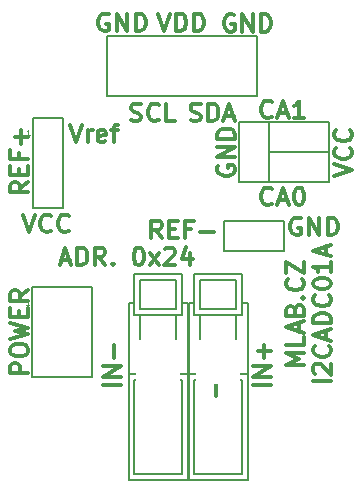
<source format=gto>
G75*
G71*
%MOMM*%
%OFA0B0*%
%FSLAX53Y53*%
%IPPOS*%
%LPD*%
%ADD13C,0.30000*%
%ADD22C,0.30480*%
%ADD33C,0.05000*%
%ADD35C,0.15000*%
%ADD36R,3.81000X3.81000*%
%ADD45R,1.52400X1.52400*%
%ADD46C,6.00000*%
%ADD67C,0.25000*%
X0000000Y0000000D02*
G01*
D13*
X0019380Y0039561D02*
X0019237Y0039633D01*
X0019023Y0039633D01*
X0018809Y0039561D01*
X0018666Y0039418D01*
X0018595Y0039275D01*
X0018523Y0038990D01*
X0018523Y0038775D01*
X0018595Y0038490D01*
X0018666Y0038347D01*
X0018809Y0038204D01*
X0019023Y0038133D01*
X0019166Y0038133D01*
X0019380Y0038204D01*
X0019452Y0038275D01*
X0019452Y0038775D01*
X0019166Y0038775D01*
X0020095Y0038133D02*
X0020095Y0039633D01*
X0020952Y0038133D01*
X0020952Y0039633D01*
X0021666Y0038133D02*
X0021666Y0039633D01*
X0022023Y0039633D01*
X0022237Y0039561D01*
X0022380Y0039418D01*
X0022452Y0039275D01*
X0022523Y0038990D01*
X0022523Y0038775D01*
X0022452Y0038490D01*
X0022380Y0038347D01*
X0022237Y0038204D01*
X0022023Y0038133D01*
X0021666Y0038133D01*
X0004751Y0018800D02*
X0005466Y0018800D01*
X0004608Y0018371D02*
X0005108Y0019871D01*
X0005608Y0018371D01*
X0006108Y0018371D02*
X0006108Y0019871D01*
X0006466Y0019871D01*
X0006680Y0019800D01*
X0006823Y0019657D01*
X0006894Y0019514D01*
X0006966Y0019229D01*
X0006966Y0019014D01*
X0006894Y0018729D01*
X0006823Y0018586D01*
X0006680Y0018443D01*
X0006466Y0018371D01*
X0006108Y0018371D01*
X0008466Y0018371D02*
X0007966Y0019086D01*
X0007608Y0018371D02*
X0007608Y0019871D01*
X0008180Y0019871D01*
X0008323Y0019800D01*
X0008394Y0019729D01*
X0008466Y0019586D01*
X0008466Y0019371D01*
X0008394Y0019229D01*
X0008323Y0019157D01*
X0008180Y0019086D01*
X0007608Y0019086D01*
X0009108Y0018514D02*
X0009180Y0018443D01*
X0009108Y0018371D01*
X0009037Y0018443D01*
X0009108Y0018514D01*
X0009108Y0018371D01*
X0011251Y0019871D02*
X0011394Y0019871D01*
X0011537Y0019800D01*
X0011608Y0019729D01*
X0011680Y0019586D01*
X0011751Y0019300D01*
X0011751Y0018943D01*
X0011680Y0018657D01*
X0011608Y0018514D01*
X0011537Y0018443D01*
X0011394Y0018371D01*
X0011251Y0018371D01*
X0011108Y0018443D01*
X0011037Y0018514D01*
X0010966Y0018657D01*
X0010894Y0018943D01*
X0010894Y0019300D01*
X0010966Y0019586D01*
X0011037Y0019729D01*
X0011108Y0019800D01*
X0011251Y0019871D01*
X0012251Y0018371D02*
X0013037Y0019371D01*
X0012251Y0019371D02*
X0013037Y0018371D01*
X0013537Y0019729D02*
X0013608Y0019800D01*
X0013751Y0019871D01*
X0014108Y0019871D01*
X0014251Y0019800D01*
X0014323Y0019729D01*
X0014394Y0019586D01*
X0014394Y0019443D01*
X0014323Y0019229D01*
X0013466Y0018371D01*
X0014394Y0018371D01*
X0015680Y0019371D02*
X0015680Y0018371D01*
X0015323Y0019943D02*
X0014966Y0018871D01*
X0015894Y0018871D01*
X0018046Y0026797D02*
X0017975Y0026654D01*
X0017975Y0026440D01*
X0018046Y0026226D01*
X0018189Y0026083D01*
X0018332Y0026011D01*
X0018617Y0025940D01*
X0018832Y0025940D01*
X0019117Y0026011D01*
X0019260Y0026083D01*
X0019403Y0026226D01*
X0019475Y0026440D01*
X0019475Y0026583D01*
X0019403Y0026797D01*
X0019332Y0026869D01*
X0018832Y0026869D01*
X0018832Y0026583D01*
X0019475Y0027511D02*
X0017975Y0027511D01*
X0019475Y0028369D01*
X0017975Y0028369D01*
X0019475Y0029083D02*
X0017975Y0029083D01*
X0017975Y0029440D01*
X0018046Y0029654D01*
X0018189Y0029797D01*
X0018332Y0029869D01*
X0018617Y0029940D01*
X0018832Y0029940D01*
X0019117Y0029869D01*
X0019260Y0029797D01*
X0019403Y0029654D01*
X0019475Y0029440D01*
X0019475Y0029083D01*
X0001949Y0009236D02*
X0000449Y0009236D01*
X0000449Y0009807D01*
X0000520Y0009950D01*
X0000591Y0010021D01*
X0000734Y0010093D01*
X0000949Y0010093D01*
X0001091Y0010021D01*
X0001163Y0009950D01*
X0001234Y0009807D01*
X0001234Y0009236D01*
X0000449Y0011021D02*
X0000449Y0011307D01*
X0000520Y0011450D01*
X0000663Y0011593D01*
X0000949Y0011664D01*
X0001449Y0011664D01*
X0001734Y0011593D01*
X0001877Y0011450D01*
X0001949Y0011307D01*
X0001949Y0011021D01*
X0001877Y0010879D01*
X0001734Y0010736D01*
X0001449Y0010664D01*
X0000949Y0010664D01*
X0000663Y0010736D01*
X0000520Y0010879D01*
X0000449Y0011021D01*
X0000449Y0012164D02*
X0001949Y0012521D01*
X0000877Y0012807D01*
X0001949Y0013093D01*
X0000449Y0013450D01*
X0001163Y0014021D02*
X0001163Y0014521D01*
X0001949Y0014736D02*
X0001949Y0014021D01*
X0000449Y0014021D01*
X0000449Y0014736D01*
X0001949Y0016236D02*
X0001234Y0015736D01*
X0001949Y0015379D02*
X0000449Y0015379D01*
X0000449Y0015950D01*
X0000520Y0016093D01*
X0000591Y0016164D01*
X0000734Y0016236D01*
X0000949Y0016236D01*
X0001091Y0016164D01*
X0001163Y0016093D01*
X0001234Y0015950D01*
X0001234Y0015379D01*
X0027603Y0008545D02*
X0026103Y0008545D01*
X0026245Y0009188D02*
X0026174Y0009260D01*
X0026103Y0009403D01*
X0026103Y0009760D01*
X0026174Y0009903D01*
X0026245Y0009974D01*
X0026388Y0010045D01*
X0026531Y0010045D01*
X0026745Y0009974D01*
X0027603Y0009117D01*
X0027603Y0010045D01*
X0027460Y0011545D02*
X0027531Y0011474D01*
X0027603Y0011260D01*
X0027603Y0011117D01*
X0027531Y0010903D01*
X0027388Y0010760D01*
X0027245Y0010688D01*
X0026960Y0010617D01*
X0026745Y0010617D01*
X0026460Y0010688D01*
X0026317Y0010760D01*
X0026174Y0010903D01*
X0026103Y0011117D01*
X0026103Y0011260D01*
X0026174Y0011474D01*
X0026245Y0011545D01*
X0027174Y0012117D02*
X0027174Y0012831D01*
X0027603Y0011974D02*
X0026103Y0012474D01*
X0027603Y0012974D01*
X0027603Y0013474D02*
X0026103Y0013474D01*
X0026103Y0013831D01*
X0026174Y0014045D01*
X0026317Y0014188D01*
X0026460Y0014260D01*
X0026745Y0014331D01*
X0026960Y0014331D01*
X0027245Y0014260D01*
X0027388Y0014188D01*
X0027531Y0014045D01*
X0027603Y0013831D01*
X0027603Y0013474D01*
X0027460Y0015831D02*
X0027531Y0015760D01*
X0027603Y0015545D01*
X0027603Y0015403D01*
X0027531Y0015188D01*
X0027388Y0015045D01*
X0027245Y0014974D01*
X0026960Y0014903D01*
X0026745Y0014903D01*
X0026460Y0014974D01*
X0026317Y0015045D01*
X0026174Y0015188D01*
X0026103Y0015403D01*
X0026103Y0015545D01*
X0026174Y0015760D01*
X0026245Y0015831D01*
X0026103Y0016760D02*
X0026103Y0016903D01*
X0026174Y0017045D01*
X0026245Y0017117D01*
X0026388Y0017188D01*
X0026674Y0017260D01*
X0027031Y0017260D01*
X0027317Y0017188D01*
X0027460Y0017117D01*
X0027531Y0017045D01*
X0027603Y0016903D01*
X0027603Y0016760D01*
X0027531Y0016617D01*
X0027460Y0016545D01*
X0027317Y0016474D01*
X0027031Y0016403D01*
X0026674Y0016403D01*
X0026388Y0016474D01*
X0026245Y0016545D01*
X0026174Y0016617D01*
X0026103Y0016760D01*
X0027603Y0018688D02*
X0027603Y0017831D01*
X0027603Y0018260D02*
X0026103Y0018260D01*
X0026317Y0018117D01*
X0026460Y0017974D01*
X0026531Y0017831D01*
X0027174Y0019260D02*
X0027174Y0019974D01*
X0027603Y0019117D02*
X0026103Y0019617D01*
X0027603Y0020117D01*
X0025317Y0009903D02*
X0023817Y0009903D01*
X0024888Y0010403D01*
X0023817Y0010903D01*
X0025317Y0010903D01*
X0025317Y0012331D02*
X0025317Y0011617D01*
X0023817Y0011617D01*
X0024888Y0012760D02*
X0024888Y0013474D01*
X0025317Y0012617D02*
X0023817Y0013117D01*
X0025317Y0013617D01*
X0024531Y0014617D02*
X0024602Y0014831D01*
X0024674Y0014903D01*
X0024817Y0014974D01*
X0025031Y0014974D01*
X0025174Y0014903D01*
X0025245Y0014831D01*
X0025317Y0014688D01*
X0025317Y0014117D01*
X0023817Y0014117D01*
X0023817Y0014617D01*
X0023888Y0014760D01*
X0023959Y0014831D01*
X0024102Y0014903D01*
X0024245Y0014903D01*
X0024388Y0014831D01*
X0024459Y0014760D01*
X0024531Y0014617D01*
X0024531Y0014117D01*
X0025174Y0015617D02*
X0025245Y0015688D01*
X0025317Y0015617D01*
X0025245Y0015545D01*
X0025174Y0015617D01*
X0025317Y0015617D01*
X0025174Y0017188D02*
X0025245Y0017117D01*
X0025317Y0016903D01*
X0025317Y0016760D01*
X0025245Y0016545D01*
X0025102Y0016403D01*
X0024959Y0016331D01*
X0024674Y0016260D01*
X0024459Y0016260D01*
X0024174Y0016331D01*
X0024031Y0016403D01*
X0023888Y0016545D01*
X0023817Y0016760D01*
X0023817Y0016903D01*
X0023888Y0017117D01*
X0023959Y0017188D01*
X0023817Y0017688D02*
X0023817Y0018688D01*
X0025317Y0017688D01*
X0025317Y0018688D01*
X0022523Y0008231D02*
X0021023Y0008231D01*
X0022523Y0008945D02*
X0021023Y0008945D01*
X0022523Y0009803D01*
X0021023Y0009803D01*
X0021951Y0010517D02*
X0021951Y0011660D01*
X0022523Y0011088D02*
X0021380Y0011088D01*
X0009823Y0008231D02*
X0008323Y0008231D01*
X0009823Y0008945D02*
X0008323Y0008945D01*
X0009823Y0009803D01*
X0008323Y0009803D01*
X0009251Y0010517D02*
X0009251Y0011660D01*
X0001556Y0022665D02*
X0002056Y0021165D01*
X0002556Y0022665D01*
X0003913Y0021308D02*
X0003842Y0021237D01*
X0003627Y0021165D01*
X0003485Y0021165D01*
X0003270Y0021237D01*
X0003127Y0021380D01*
X0003056Y0021523D01*
X0002985Y0021808D01*
X0002985Y0022023D01*
X0003056Y0022308D01*
X0003127Y0022451D01*
X0003270Y0022594D01*
X0003485Y0022665D01*
X0003627Y0022665D01*
X0003842Y0022594D01*
X0003913Y0022523D01*
X0005413Y0021308D02*
X0005342Y0021237D01*
X0005127Y0021165D01*
X0004985Y0021165D01*
X0004770Y0021237D01*
X0004627Y0021380D01*
X0004556Y0021523D01*
X0004485Y0021808D01*
X0004485Y0022023D01*
X0004556Y0022308D01*
X0004627Y0022451D01*
X0004770Y0022594D01*
X0004985Y0022665D01*
X0005127Y0022665D01*
X0005342Y0022594D01*
X0005413Y0022523D01*
X0001949Y0025392D02*
X0001234Y0024892D01*
X0001949Y0024535D02*
X0000449Y0024535D01*
X0000449Y0025107D01*
X0000520Y0025249D01*
X0000591Y0025321D01*
X0000734Y0025392D01*
X0000949Y0025392D01*
X0001091Y0025321D01*
X0001163Y0025249D01*
X0001234Y0025107D01*
X0001234Y0024535D01*
X0001163Y0026035D02*
X0001163Y0026535D01*
X0001949Y0026749D02*
X0001949Y0026035D01*
X0000449Y0026035D01*
X0000449Y0026749D01*
X0001163Y0027892D02*
X0001163Y0027392D01*
X0001949Y0027392D02*
X0000449Y0027392D01*
X0000449Y0028107D01*
X0001377Y0028678D02*
X0001377Y0029821D01*
X0001949Y0029249D02*
X0000806Y0029249D01*
X0005477Y0030285D02*
X0005977Y0028785D01*
X0006477Y0030285D01*
X0006977Y0028785D02*
X0006977Y0029785D01*
X0006977Y0029500D02*
X0007048Y0029643D01*
X0007120Y0029714D01*
X0007263Y0029785D01*
X0007405Y0029785D01*
X0008477Y0028857D02*
X0008334Y0028785D01*
X0008048Y0028785D01*
X0007905Y0028857D01*
X0007834Y0029000D01*
X0007834Y0029571D01*
X0007905Y0029714D01*
X0008048Y0029785D01*
X0008334Y0029785D01*
X0008477Y0029714D01*
X0008548Y0029571D01*
X0008548Y0029428D01*
X0007834Y0029285D01*
X0008977Y0029785D02*
X0009548Y0029785D01*
X0009191Y0028785D02*
X0009191Y0030071D01*
X0009263Y0030214D01*
X0009405Y0030285D01*
X0009548Y0030285D01*
X0022602Y0030960D02*
X0022531Y0030889D01*
X0022316Y0030817D01*
X0022174Y0030817D01*
X0021959Y0030889D01*
X0021816Y0031032D01*
X0021745Y0031175D01*
X0021674Y0031460D01*
X0021674Y0031675D01*
X0021745Y0031960D01*
X0021816Y0032103D01*
X0021959Y0032246D01*
X0022174Y0032317D01*
X0022316Y0032317D01*
X0022531Y0032246D01*
X0022602Y0032175D01*
X0023174Y0031246D02*
X0023888Y0031246D01*
X0023031Y0030817D02*
X0023531Y0032317D01*
X0024031Y0030817D01*
X0025316Y0030817D02*
X0024459Y0030817D01*
X0024888Y0030817D02*
X0024888Y0032317D01*
X0024745Y0032103D01*
X0024602Y0031960D01*
X0024459Y0031889D01*
X0025019Y0022340D02*
X0024876Y0022411D01*
X0024662Y0022411D01*
X0024448Y0022340D01*
X0024305Y0022197D01*
X0024233Y0022054D01*
X0024162Y0021769D01*
X0024162Y0021554D01*
X0024233Y0021269D01*
X0024305Y0021126D01*
X0024448Y0020983D01*
X0024662Y0020911D01*
X0024805Y0020911D01*
X0025019Y0020983D01*
X0025091Y0021054D01*
X0025091Y0021554D01*
X0024805Y0021554D01*
X0025733Y0020911D02*
X0025733Y0022411D01*
X0026591Y0020911D01*
X0026591Y0022411D01*
X0027305Y0020911D02*
X0027305Y0022411D01*
X0027662Y0022411D01*
X0027876Y0022340D01*
X0028019Y0022197D01*
X0028091Y0022054D01*
X0028162Y0021769D01*
X0028162Y0021554D01*
X0028091Y0021269D01*
X0028019Y0021126D01*
X0027876Y0020983D01*
X0027662Y0020911D01*
X0027305Y0020911D01*
X0027881Y0025940D02*
X0029381Y0026440D01*
X0027881Y0026940D01*
X0029238Y0028297D02*
X0029309Y0028226D01*
X0029381Y0028011D01*
X0029381Y0027869D01*
X0029309Y0027654D01*
X0029166Y0027511D01*
X0029023Y0027440D01*
X0028738Y0027369D01*
X0028523Y0027369D01*
X0028238Y0027440D01*
X0028095Y0027511D01*
X0027952Y0027654D01*
X0027881Y0027869D01*
X0027881Y0028011D01*
X0027952Y0028226D01*
X0028023Y0028297D01*
X0029238Y0029797D02*
X0029309Y0029726D01*
X0029381Y0029511D01*
X0029381Y0029369D01*
X0029309Y0029154D01*
X0029166Y0029011D01*
X0029023Y0028940D01*
X0028738Y0028869D01*
X0028523Y0028869D01*
X0028238Y0028940D01*
X0028095Y0029011D01*
X0027952Y0029154D01*
X0027881Y0029369D01*
X0027881Y0029511D01*
X0027952Y0029726D01*
X0028023Y0029797D01*
X0022602Y0023594D02*
X0022531Y0023523D01*
X0022316Y0023451D01*
X0022174Y0023451D01*
X0021959Y0023523D01*
X0021816Y0023666D01*
X0021745Y0023809D01*
X0021674Y0024094D01*
X0021674Y0024309D01*
X0021745Y0024594D01*
X0021816Y0024737D01*
X0021959Y0024880D01*
X0022174Y0024951D01*
X0022316Y0024951D01*
X0022531Y0024880D01*
X0022602Y0024809D01*
X0023174Y0023880D02*
X0023888Y0023880D01*
X0023031Y0023451D02*
X0023531Y0024951D01*
X0024031Y0023451D01*
X0024816Y0024951D02*
X0024959Y0024951D01*
X0025102Y0024880D01*
X0025174Y0024809D01*
X0025245Y0024666D01*
X0025316Y0024380D01*
X0025316Y0024023D01*
X0025245Y0023737D01*
X0025174Y0023594D01*
X0025102Y0023523D01*
X0024959Y0023451D01*
X0024816Y0023451D01*
X0024674Y0023523D01*
X0024602Y0023594D01*
X0024531Y0023737D01*
X0024459Y0024023D01*
X0024459Y0024380D01*
X0024531Y0024666D01*
X0024602Y0024809D01*
X0024674Y0024880D01*
X0024816Y0024951D01*
X0013248Y0020657D02*
X0012748Y0021372D01*
X0012391Y0020657D02*
X0012391Y0022157D01*
X0012963Y0022157D01*
X0013105Y0022086D01*
X0013177Y0022015D01*
X0013248Y0021872D01*
X0013248Y0021657D01*
X0013177Y0021515D01*
X0013105Y0021443D01*
X0012963Y0021372D01*
X0012391Y0021372D01*
X0013891Y0021443D02*
X0014391Y0021443D01*
X0014605Y0020657D02*
X0013891Y0020657D01*
X0013891Y0022157D01*
X0014605Y0022157D01*
X0015748Y0021443D02*
X0015248Y0021443D01*
X0015248Y0020657D02*
X0015248Y0022157D01*
X0015963Y0022157D01*
X0016534Y0021229D02*
X0017677Y0021229D01*
X0015705Y0030635D02*
X0015919Y0030563D01*
X0016276Y0030563D01*
X0016419Y0030635D01*
X0016490Y0030706D01*
X0016562Y0030849D01*
X0016562Y0030992D01*
X0016490Y0031135D01*
X0016419Y0031206D01*
X0016276Y0031278D01*
X0015990Y0031349D01*
X0015847Y0031421D01*
X0015776Y0031492D01*
X0015705Y0031635D01*
X0015705Y0031778D01*
X0015776Y0031921D01*
X0015847Y0031992D01*
X0015990Y0032063D01*
X0016347Y0032063D01*
X0016562Y0031992D01*
X0017205Y0030563D02*
X0017205Y0032063D01*
X0017562Y0032063D01*
X0017776Y0031992D01*
X0017919Y0031849D01*
X0017990Y0031706D01*
X0018062Y0031421D01*
X0018062Y0031206D01*
X0017990Y0030921D01*
X0017919Y0030778D01*
X0017776Y0030635D01*
X0017562Y0030563D01*
X0017205Y0030563D01*
X0018633Y0030992D02*
X0019347Y0030992D01*
X0018490Y0030563D02*
X0018990Y0032063D01*
X0019490Y0030563D01*
X0012986Y0039683D02*
X0013486Y0038183D01*
X0013986Y0039683D01*
X0014486Y0038183D02*
X0014486Y0039683D01*
X0014843Y0039683D01*
X0015057Y0039612D01*
X0015200Y0039469D01*
X0015272Y0039326D01*
X0015343Y0039041D01*
X0015343Y0038826D01*
X0015272Y0038541D01*
X0015200Y0038398D01*
X0015057Y0038255D01*
X0014843Y0038183D01*
X0014486Y0038183D01*
X0015986Y0038183D02*
X0015986Y0039683D01*
X0016343Y0039683D01*
X0016557Y0039612D01*
X0016700Y0039469D01*
X0016772Y0039326D01*
X0016843Y0039041D01*
X0016843Y0038826D01*
X0016772Y0038541D01*
X0016700Y0038398D01*
X0016557Y0038255D01*
X0016343Y0038183D01*
X0015986Y0038183D01*
X0010660Y0030635D02*
X0010875Y0030563D01*
X0011232Y0030563D01*
X0011375Y0030635D01*
X0011446Y0030706D01*
X0011517Y0030849D01*
X0011517Y0030992D01*
X0011446Y0031135D01*
X0011375Y0031206D01*
X0011232Y0031278D01*
X0010946Y0031349D01*
X0010803Y0031421D01*
X0010732Y0031492D01*
X0010660Y0031635D01*
X0010660Y0031778D01*
X0010732Y0031921D01*
X0010803Y0031992D01*
X0010946Y0032063D01*
X0011303Y0032063D01*
X0011517Y0031992D01*
X0013017Y0030706D02*
X0012946Y0030635D01*
X0012732Y0030563D01*
X0012589Y0030563D01*
X0012375Y0030635D01*
X0012232Y0030778D01*
X0012160Y0030921D01*
X0012089Y0031206D01*
X0012089Y0031421D01*
X0012160Y0031706D01*
X0012232Y0031849D01*
X0012375Y0031992D01*
X0012589Y0032063D01*
X0012732Y0032063D01*
X0012946Y0031992D01*
X0013017Y0031921D01*
X0014375Y0030563D02*
X0013660Y0030563D01*
X0013660Y0032063D01*
X0008763Y0039612D02*
X0008620Y0039683D01*
X0008406Y0039683D01*
X0008192Y0039612D01*
X0008049Y0039469D01*
X0007977Y0039326D01*
X0007906Y0039041D01*
X0007906Y0038826D01*
X0007977Y0038541D01*
X0008049Y0038398D01*
X0008192Y0038255D01*
X0008406Y0038183D01*
X0008549Y0038183D01*
X0008763Y0038255D01*
X0008835Y0038326D01*
X0008835Y0038826D01*
X0008549Y0038826D01*
X0009477Y0038183D02*
X0009477Y0039683D01*
X0010335Y0038183D01*
X0010335Y0039683D01*
X0011049Y0038183D02*
X0011049Y0039683D01*
X0011406Y0039683D01*
X0011620Y0039612D01*
X0011763Y0039469D01*
X0011835Y0039326D01*
X0011906Y0039041D01*
X0011906Y0038826D01*
X0011835Y0038541D01*
X0011763Y0038398D01*
X0011620Y0038255D01*
X0011406Y0038183D01*
X0011049Y0038183D01*
D35*
X0002286Y0016510D02*
X0007366Y0016510D01*
X0007366Y0016510D02*
X0007366Y0008890D01*
X0007366Y0008890D02*
X0002286Y0008890D01*
X0002286Y0008890D02*
X0002286Y0016510D01*
X0023622Y0019558D02*
X0018542Y0019558D01*
X0018542Y0019558D02*
X0018542Y0022098D01*
X0018542Y0022098D02*
X0023622Y0022098D01*
X0023622Y0022098D02*
X0023622Y0019558D01*
X0027432Y0025400D02*
X0022352Y0025400D01*
X0022352Y0025400D02*
X0022352Y0027940D01*
X0022352Y0027940D02*
X0027432Y0027940D01*
X0027432Y0027940D02*
X0027432Y0025400D01*
X0027432Y0027940D02*
X0022352Y0027940D01*
X0022352Y0027940D02*
X0022352Y0030480D01*
X0022352Y0030480D02*
X0027432Y0030480D01*
X0027432Y0030480D02*
X0027432Y0027940D01*
X0021336Y0037783D02*
X0021336Y0032703D01*
X0021336Y0032703D02*
X0008636Y0032703D01*
X0008636Y0032703D02*
X0008636Y0037783D01*
X0008636Y0037783D02*
X0021336Y0037783D01*
X0020534Y0015160D02*
X0020034Y0015160D01*
X0016034Y0015160D02*
X0015534Y0015160D01*
X0020534Y0009160D02*
X0015534Y0009160D01*
X0020534Y0000160D02*
X0015534Y0000160D01*
X0019535Y0017160D02*
X0016533Y0017160D01*
X0019535Y0014660D02*
X0016533Y0014660D01*
X0016034Y0017660D02*
X0020034Y0017660D01*
X0016034Y0014160D02*
X0020034Y0014160D01*
X0019534Y0011160D02*
X0016534Y0011160D01*
X0016034Y0008660D02*
X0020034Y0008660D01*
X0020034Y0000660D02*
X0016034Y0000660D01*
X0019034Y0008660D02*
X0019034Y0009160D01*
X0019534Y0014660D02*
X0019534Y0017160D01*
X0020034Y0014160D02*
X0020034Y0017660D01*
X0017034Y0008660D02*
X0017034Y0009160D01*
X0016534Y0014660D02*
X0016534Y0017160D01*
X0016034Y0014160D02*
X0016034Y0017661D01*
X0019534Y0011160D02*
X0019534Y0014160D01*
X0020034Y0000660D02*
X0020034Y0008660D01*
X0020534Y0009160D02*
X0020534Y0015160D01*
X0016534Y0011160D02*
X0016534Y0014160D01*
X0016034Y0000660D02*
X0016034Y0008660D01*
X0015534Y0009160D02*
X0015534Y0015160D01*
X0020534Y0009160D02*
X0020534Y0000160D01*
X0015534Y0000160D02*
X0015534Y0009160D01*
X0015454Y0015160D02*
X0014954Y0015160D01*
X0010954Y0015160D02*
X0010454Y0015160D01*
X0015454Y0009160D02*
X0010454Y0009160D01*
X0015454Y0000160D02*
X0010454Y0000160D01*
X0014455Y0017160D02*
X0011453Y0017160D01*
X0014455Y0014660D02*
X0011453Y0014660D01*
X0010954Y0017660D02*
X0014954Y0017660D01*
X0010954Y0014160D02*
X0014954Y0014160D01*
X0014454Y0011160D02*
X0011454Y0011160D01*
X0010954Y0008660D02*
X0014954Y0008660D01*
X0014954Y0000660D02*
X0010954Y0000660D01*
X0013954Y0008660D02*
X0013954Y0009160D01*
X0014454Y0014660D02*
X0014454Y0017160D01*
X0014954Y0014160D02*
X0014954Y0017660D01*
X0011954Y0008660D02*
X0011954Y0009160D01*
X0011454Y0014660D02*
X0011454Y0017160D01*
X0010954Y0014160D02*
X0010954Y0017661D01*
X0014454Y0011160D02*
X0014454Y0014160D01*
X0014954Y0000660D02*
X0014954Y0008660D01*
X0015454Y0009160D02*
X0015454Y0015160D01*
X0011454Y0011160D02*
X0011454Y0014160D01*
X0010954Y0000660D02*
X0010954Y0008660D01*
X0010454Y0009160D02*
X0010454Y0015160D01*
X0015454Y0009160D02*
X0015454Y0000160D01*
X0010454Y0000160D02*
X0010454Y0009160D01*
X0002350Y0030861D02*
X0004890Y0030861D01*
X0004890Y0030861D02*
X0004890Y0023241D01*
X0004890Y0023241D02*
X0002350Y0023241D01*
X0002350Y0023241D02*
X0002350Y0030861D01*
X0019812Y0025400D02*
X0019812Y0030480D01*
X0019812Y0030480D02*
X0022352Y0030480D01*
X0022352Y0030480D02*
X0022352Y0025400D01*
X0022352Y0025400D02*
X0019812Y0025400D01*
D33*
X0002048Y0015014D02*
X0001762Y0015014D01*
X0001905Y0015014D02*
X0001905Y0015514D01*
X0001857Y0015442D01*
X0001810Y0015395D01*
X0001762Y0015371D01*
D22*
X0017853Y0007293D02*
X0017853Y0008455D01*
D33*
X0002111Y0029365D02*
X0001826Y0029365D01*
X0001969Y0029365D02*
X0001969Y0029865D01*
X0001921Y0029793D01*
X0001873Y0029746D01*
X0001826Y0029722D01*
%LPC*%
D45*
X0003556Y0015240D03*
X0006096Y0015240D03*
X0003556Y0012700D03*
X0006096Y0012700D03*
X0003556Y0010160D03*
X0006096Y0010160D03*
X0022352Y0020828D03*
X0019812Y0020828D03*
X0026162Y0026670D03*
X0023622Y0026670D03*
X0026162Y0029210D03*
X0023622Y0029210D03*
X0020066Y0036513D03*
X0020066Y0033973D03*
X0017526Y0036513D03*
X0017526Y0033973D03*
X0014986Y0036513D03*
X0014986Y0033973D03*
X0012446Y0036513D03*
X0012446Y0033973D03*
X0009906Y0036513D03*
X0009906Y0033973D03*
D46*
X0004826Y0035306D03*
X0025146Y0004826D03*
X0025146Y0035306D03*
X0004826Y0004826D03*
D36*
X0018034Y0005160D03*
X0018034Y0010160D03*
X0012954Y0005160D03*
X0012954Y0010160D03*
D45*
X0003620Y0024511D03*
X0003620Y0027051D03*
X0003620Y0029591D03*
X0021082Y0026670D03*
X0021082Y0029210D03*
D67*
X0000000Y0000000D02*
G01*
D67*
D67*
X0000000Y0000000D02*
X0000000Y0040132D01*
X0029972Y0000000D02*
X0000000Y0000000D01*
X0029972Y0040132D02*
X0029972Y0000000D01*
X0000000Y0040132D02*
X0029972Y0040132D01*
X0029970Y0000000D02*
G01*
D13*
X0049350Y0039561D02*
X0049207Y0039633D01*
X0048993Y0039633D01*
X0048779Y0039561D01*
X0048636Y0039418D01*
X0048565Y0039275D01*
X0048493Y0038990D01*
X0048493Y0038775D01*
X0048565Y0038490D01*
X0048636Y0038347D01*
X0048779Y0038204D01*
X0048993Y0038133D01*
X0049136Y0038133D01*
X0049350Y0038204D01*
X0049422Y0038275D01*
X0049422Y0038775D01*
X0049136Y0038775D01*
X0050065Y0038133D02*
X0050065Y0039633D01*
X0050922Y0038133D01*
X0050922Y0039633D01*
X0051636Y0038133D02*
X0051636Y0039633D01*
X0051993Y0039633D01*
X0052207Y0039561D01*
X0052350Y0039418D01*
X0052422Y0039275D01*
X0052493Y0038990D01*
X0052493Y0038775D01*
X0052422Y0038490D01*
X0052350Y0038347D01*
X0052207Y0038204D01*
X0051993Y0038133D01*
X0051636Y0038133D01*
X0034721Y0018800D02*
X0035436Y0018800D01*
X0034578Y0018371D02*
X0035078Y0019871D01*
X0035578Y0018371D01*
X0036078Y0018371D02*
X0036078Y0019871D01*
X0036436Y0019871D01*
X0036650Y0019800D01*
X0036793Y0019657D01*
X0036864Y0019514D01*
X0036936Y0019229D01*
X0036936Y0019014D01*
X0036864Y0018729D01*
X0036793Y0018586D01*
X0036650Y0018443D01*
X0036436Y0018371D01*
X0036078Y0018371D01*
X0038436Y0018371D02*
X0037936Y0019086D01*
X0037578Y0018371D02*
X0037578Y0019871D01*
X0038150Y0019871D01*
X0038293Y0019800D01*
X0038364Y0019729D01*
X0038436Y0019586D01*
X0038436Y0019371D01*
X0038364Y0019229D01*
X0038293Y0019157D01*
X0038150Y0019086D01*
X0037578Y0019086D01*
X0039078Y0018514D02*
X0039150Y0018443D01*
X0039078Y0018371D01*
X0039007Y0018443D01*
X0039078Y0018514D01*
X0039078Y0018371D01*
X0041221Y0019871D02*
X0041364Y0019871D01*
X0041507Y0019800D01*
X0041578Y0019729D01*
X0041650Y0019586D01*
X0041721Y0019300D01*
X0041721Y0018943D01*
X0041650Y0018657D01*
X0041578Y0018514D01*
X0041507Y0018443D01*
X0041364Y0018371D01*
X0041221Y0018371D01*
X0041078Y0018443D01*
X0041007Y0018514D01*
X0040936Y0018657D01*
X0040864Y0018943D01*
X0040864Y0019300D01*
X0040936Y0019586D01*
X0041007Y0019729D01*
X0041078Y0019800D01*
X0041221Y0019871D01*
X0042221Y0018371D02*
X0043007Y0019371D01*
X0042221Y0019371D02*
X0043007Y0018371D01*
X0043507Y0019729D02*
X0043578Y0019800D01*
X0043721Y0019871D01*
X0044078Y0019871D01*
X0044221Y0019800D01*
X0044293Y0019729D01*
X0044364Y0019586D01*
X0044364Y0019443D01*
X0044293Y0019229D01*
X0043436Y0018371D01*
X0044364Y0018371D01*
X0045650Y0019371D02*
X0045650Y0018371D01*
X0045293Y0019943D02*
X0044936Y0018871D01*
X0045864Y0018871D01*
X0048016Y0026797D02*
X0047945Y0026654D01*
X0047945Y0026440D01*
X0048016Y0026226D01*
X0048159Y0026083D01*
X0048302Y0026011D01*
X0048587Y0025940D01*
X0048802Y0025940D01*
X0049087Y0026011D01*
X0049230Y0026083D01*
X0049373Y0026226D01*
X0049445Y0026440D01*
X0049445Y0026583D01*
X0049373Y0026797D01*
X0049302Y0026869D01*
X0048802Y0026869D01*
X0048802Y0026583D01*
X0049445Y0027511D02*
X0047945Y0027511D01*
X0049445Y0028369D01*
X0047945Y0028369D01*
X0049445Y0029083D02*
X0047945Y0029083D01*
X0047945Y0029440D01*
X0048016Y0029654D01*
X0048159Y0029797D01*
X0048302Y0029869D01*
X0048587Y0029940D01*
X0048802Y0029940D01*
X0049087Y0029869D01*
X0049230Y0029797D01*
X0049373Y0029654D01*
X0049445Y0029440D01*
X0049445Y0029083D01*
X0031919Y0009236D02*
X0030419Y0009236D01*
X0030419Y0009807D01*
X0030490Y0009950D01*
X0030561Y0010021D01*
X0030704Y0010093D01*
X0030919Y0010093D01*
X0031061Y0010021D01*
X0031133Y0009950D01*
X0031204Y0009807D01*
X0031204Y0009236D01*
X0030419Y0011021D02*
X0030419Y0011307D01*
X0030490Y0011450D01*
X0030633Y0011593D01*
X0030919Y0011664D01*
X0031419Y0011664D01*
X0031704Y0011593D01*
X0031847Y0011450D01*
X0031919Y0011307D01*
X0031919Y0011021D01*
X0031847Y0010879D01*
X0031704Y0010736D01*
X0031419Y0010664D01*
X0030919Y0010664D01*
X0030633Y0010736D01*
X0030490Y0010879D01*
X0030419Y0011021D01*
X0030419Y0012164D02*
X0031919Y0012521D01*
X0030847Y0012807D01*
X0031919Y0013093D01*
X0030419Y0013450D01*
X0031133Y0014021D02*
X0031133Y0014521D01*
X0031919Y0014736D02*
X0031919Y0014021D01*
X0030419Y0014021D01*
X0030419Y0014736D01*
X0031919Y0016236D02*
X0031204Y0015736D01*
X0031919Y0015379D02*
X0030419Y0015379D01*
X0030419Y0015950D01*
X0030490Y0016093D01*
X0030561Y0016164D01*
X0030704Y0016236D01*
X0030919Y0016236D01*
X0031061Y0016164D01*
X0031133Y0016093D01*
X0031204Y0015950D01*
X0031204Y0015379D01*
X0057573Y0008545D02*
X0056073Y0008545D01*
X0056215Y0009188D02*
X0056144Y0009260D01*
X0056073Y0009403D01*
X0056073Y0009760D01*
X0056144Y0009903D01*
X0056215Y0009974D01*
X0056358Y0010045D01*
X0056501Y0010045D01*
X0056715Y0009974D01*
X0057573Y0009117D01*
X0057573Y0010045D01*
X0057430Y0011545D02*
X0057501Y0011474D01*
X0057573Y0011260D01*
X0057573Y0011117D01*
X0057501Y0010903D01*
X0057358Y0010760D01*
X0057215Y0010688D01*
X0056930Y0010617D01*
X0056715Y0010617D01*
X0056430Y0010688D01*
X0056287Y0010760D01*
X0056144Y0010903D01*
X0056073Y0011117D01*
X0056073Y0011260D01*
X0056144Y0011474D01*
X0056215Y0011545D01*
X0057144Y0012117D02*
X0057144Y0012831D01*
X0057573Y0011974D02*
X0056073Y0012474D01*
X0057573Y0012974D01*
X0057573Y0013474D02*
X0056073Y0013474D01*
X0056073Y0013831D01*
X0056144Y0014045D01*
X0056287Y0014188D01*
X0056430Y0014260D01*
X0056715Y0014331D01*
X0056930Y0014331D01*
X0057215Y0014260D01*
X0057358Y0014188D01*
X0057501Y0014045D01*
X0057573Y0013831D01*
X0057573Y0013474D01*
X0057430Y0015831D02*
X0057501Y0015760D01*
X0057573Y0015545D01*
X0057573Y0015403D01*
X0057501Y0015188D01*
X0057358Y0015045D01*
X0057215Y0014974D01*
X0056930Y0014903D01*
X0056715Y0014903D01*
X0056430Y0014974D01*
X0056287Y0015045D01*
X0056144Y0015188D01*
X0056073Y0015403D01*
X0056073Y0015545D01*
X0056144Y0015760D01*
X0056215Y0015831D01*
X0056073Y0016760D02*
X0056073Y0016903D01*
X0056144Y0017045D01*
X0056215Y0017117D01*
X0056358Y0017188D01*
X0056644Y0017260D01*
X0057001Y0017260D01*
X0057287Y0017188D01*
X0057430Y0017117D01*
X0057501Y0017045D01*
X0057573Y0016903D01*
X0057573Y0016760D01*
X0057501Y0016617D01*
X0057430Y0016545D01*
X0057287Y0016474D01*
X0057001Y0016403D01*
X0056644Y0016403D01*
X0056358Y0016474D01*
X0056215Y0016545D01*
X0056144Y0016617D01*
X0056073Y0016760D01*
X0057573Y0018688D02*
X0057573Y0017831D01*
X0057573Y0018260D02*
X0056073Y0018260D01*
X0056287Y0018117D01*
X0056430Y0017974D01*
X0056501Y0017831D01*
X0057144Y0019260D02*
X0057144Y0019974D01*
X0057573Y0019117D02*
X0056073Y0019617D01*
X0057573Y0020117D01*
X0055287Y0009903D02*
X0053787Y0009903D01*
X0054858Y0010403D01*
X0053787Y0010903D01*
X0055287Y0010903D01*
X0055287Y0012331D02*
X0055287Y0011617D01*
X0053787Y0011617D01*
X0054858Y0012760D02*
X0054858Y0013474D01*
X0055287Y0012617D02*
X0053787Y0013117D01*
X0055287Y0013617D01*
X0054501Y0014617D02*
X0054572Y0014831D01*
X0054644Y0014903D01*
X0054787Y0014974D01*
X0055001Y0014974D01*
X0055144Y0014903D01*
X0055215Y0014831D01*
X0055287Y0014688D01*
X0055287Y0014117D01*
X0053787Y0014117D01*
X0053787Y0014617D01*
X0053858Y0014760D01*
X0053929Y0014831D01*
X0054072Y0014903D01*
X0054215Y0014903D01*
X0054358Y0014831D01*
X0054429Y0014760D01*
X0054501Y0014617D01*
X0054501Y0014117D01*
X0055144Y0015617D02*
X0055215Y0015688D01*
X0055287Y0015617D01*
X0055215Y0015545D01*
X0055144Y0015617D01*
X0055287Y0015617D01*
X0055144Y0017188D02*
X0055215Y0017117D01*
X0055287Y0016903D01*
X0055287Y0016760D01*
X0055215Y0016545D01*
X0055072Y0016403D01*
X0054929Y0016331D01*
X0054644Y0016260D01*
X0054429Y0016260D01*
X0054144Y0016331D01*
X0054001Y0016403D01*
X0053858Y0016545D01*
X0053787Y0016760D01*
X0053787Y0016903D01*
X0053858Y0017117D01*
X0053929Y0017188D01*
X0053787Y0017688D02*
X0053787Y0018688D01*
X0055287Y0017688D01*
X0055287Y0018688D01*
X0052493Y0008231D02*
X0050993Y0008231D01*
X0052493Y0008945D02*
X0050993Y0008945D01*
X0052493Y0009803D01*
X0050993Y0009803D01*
X0051921Y0010517D02*
X0051921Y0011660D01*
X0052493Y0011088D02*
X0051350Y0011088D01*
X0039793Y0008231D02*
X0038293Y0008231D01*
X0039793Y0008945D02*
X0038293Y0008945D01*
X0039793Y0009803D01*
X0038293Y0009803D01*
X0039221Y0010517D02*
X0039221Y0011660D01*
X0031526Y0022665D02*
X0032026Y0021165D01*
X0032526Y0022665D01*
X0033883Y0021308D02*
X0033812Y0021237D01*
X0033597Y0021165D01*
X0033455Y0021165D01*
X0033240Y0021237D01*
X0033097Y0021380D01*
X0033026Y0021523D01*
X0032955Y0021808D01*
X0032955Y0022023D01*
X0033026Y0022308D01*
X0033097Y0022451D01*
X0033240Y0022594D01*
X0033455Y0022665D01*
X0033597Y0022665D01*
X0033812Y0022594D01*
X0033883Y0022523D01*
X0035383Y0021308D02*
X0035312Y0021237D01*
X0035097Y0021165D01*
X0034955Y0021165D01*
X0034740Y0021237D01*
X0034597Y0021380D01*
X0034526Y0021523D01*
X0034455Y0021808D01*
X0034455Y0022023D01*
X0034526Y0022308D01*
X0034597Y0022451D01*
X0034740Y0022594D01*
X0034955Y0022665D01*
X0035097Y0022665D01*
X0035312Y0022594D01*
X0035383Y0022523D01*
X0031919Y0025392D02*
X0031204Y0024892D01*
X0031919Y0024535D02*
X0030419Y0024535D01*
X0030419Y0025107D01*
X0030490Y0025249D01*
X0030561Y0025321D01*
X0030704Y0025392D01*
X0030919Y0025392D01*
X0031061Y0025321D01*
X0031133Y0025249D01*
X0031204Y0025107D01*
X0031204Y0024535D01*
X0031133Y0026035D02*
X0031133Y0026535D01*
X0031919Y0026749D02*
X0031919Y0026035D01*
X0030419Y0026035D01*
X0030419Y0026749D01*
X0031133Y0027892D02*
X0031133Y0027392D01*
X0031919Y0027392D02*
X0030419Y0027392D01*
X0030419Y0028107D01*
X0031347Y0028678D02*
X0031347Y0029821D01*
X0031919Y0029249D02*
X0030776Y0029249D01*
X0035447Y0030285D02*
X0035947Y0028785D01*
X0036447Y0030285D01*
X0036947Y0028785D02*
X0036947Y0029785D01*
X0036947Y0029500D02*
X0037018Y0029643D01*
X0037090Y0029714D01*
X0037233Y0029785D01*
X0037375Y0029785D01*
X0038447Y0028857D02*
X0038304Y0028785D01*
X0038018Y0028785D01*
X0037875Y0028857D01*
X0037804Y0029000D01*
X0037804Y0029571D01*
X0037875Y0029714D01*
X0038018Y0029785D01*
X0038304Y0029785D01*
X0038447Y0029714D01*
X0038518Y0029571D01*
X0038518Y0029428D01*
X0037804Y0029285D01*
X0038947Y0029785D02*
X0039518Y0029785D01*
X0039161Y0028785D02*
X0039161Y0030071D01*
X0039233Y0030214D01*
X0039375Y0030285D01*
X0039518Y0030285D01*
X0052572Y0030960D02*
X0052501Y0030889D01*
X0052286Y0030817D01*
X0052144Y0030817D01*
X0051929Y0030889D01*
X0051786Y0031032D01*
X0051715Y0031175D01*
X0051644Y0031460D01*
X0051644Y0031675D01*
X0051715Y0031960D01*
X0051786Y0032103D01*
X0051929Y0032246D01*
X0052144Y0032317D01*
X0052286Y0032317D01*
X0052501Y0032246D01*
X0052572Y0032175D01*
X0053144Y0031246D02*
X0053858Y0031246D01*
X0053001Y0030817D02*
X0053501Y0032317D01*
X0054001Y0030817D01*
X0055286Y0030817D02*
X0054429Y0030817D01*
X0054858Y0030817D02*
X0054858Y0032317D01*
X0054715Y0032103D01*
X0054572Y0031960D01*
X0054429Y0031889D01*
X0054989Y0022340D02*
X0054846Y0022411D01*
X0054632Y0022411D01*
X0054418Y0022340D01*
X0054275Y0022197D01*
X0054203Y0022054D01*
X0054132Y0021769D01*
X0054132Y0021554D01*
X0054203Y0021269D01*
X0054275Y0021126D01*
X0054418Y0020983D01*
X0054632Y0020911D01*
X0054775Y0020911D01*
X0054989Y0020983D01*
X0055061Y0021054D01*
X0055061Y0021554D01*
X0054775Y0021554D01*
X0055703Y0020911D02*
X0055703Y0022411D01*
X0056561Y0020911D01*
X0056561Y0022411D01*
X0057275Y0020911D02*
X0057275Y0022411D01*
X0057632Y0022411D01*
X0057846Y0022340D01*
X0057989Y0022197D01*
X0058061Y0022054D01*
X0058132Y0021769D01*
X0058132Y0021554D01*
X0058061Y0021269D01*
X0057989Y0021126D01*
X0057846Y0020983D01*
X0057632Y0020911D01*
X0057275Y0020911D01*
X0057851Y0025940D02*
X0059351Y0026440D01*
X0057851Y0026940D01*
X0059208Y0028297D02*
X0059279Y0028226D01*
X0059351Y0028011D01*
X0059351Y0027869D01*
X0059279Y0027654D01*
X0059136Y0027511D01*
X0058993Y0027440D01*
X0058708Y0027369D01*
X0058493Y0027369D01*
X0058208Y0027440D01*
X0058065Y0027511D01*
X0057922Y0027654D01*
X0057851Y0027869D01*
X0057851Y0028011D01*
X0057922Y0028226D01*
X0057993Y0028297D01*
X0059208Y0029797D02*
X0059279Y0029726D01*
X0059351Y0029511D01*
X0059351Y0029369D01*
X0059279Y0029154D01*
X0059136Y0029011D01*
X0058993Y0028940D01*
X0058708Y0028869D01*
X0058493Y0028869D01*
X0058208Y0028940D01*
X0058065Y0029011D01*
X0057922Y0029154D01*
X0057851Y0029369D01*
X0057851Y0029511D01*
X0057922Y0029726D01*
X0057993Y0029797D01*
X0052572Y0023594D02*
X0052501Y0023523D01*
X0052286Y0023451D01*
X0052144Y0023451D01*
X0051929Y0023523D01*
X0051786Y0023666D01*
X0051715Y0023809D01*
X0051644Y0024094D01*
X0051644Y0024309D01*
X0051715Y0024594D01*
X0051786Y0024737D01*
X0051929Y0024880D01*
X0052144Y0024951D01*
X0052286Y0024951D01*
X0052501Y0024880D01*
X0052572Y0024809D01*
X0053144Y0023880D02*
X0053858Y0023880D01*
X0053001Y0023451D02*
X0053501Y0024951D01*
X0054001Y0023451D01*
X0054786Y0024951D02*
X0054929Y0024951D01*
X0055072Y0024880D01*
X0055144Y0024809D01*
X0055215Y0024666D01*
X0055286Y0024380D01*
X0055286Y0024023D01*
X0055215Y0023737D01*
X0055144Y0023594D01*
X0055072Y0023523D01*
X0054929Y0023451D01*
X0054786Y0023451D01*
X0054644Y0023523D01*
X0054572Y0023594D01*
X0054501Y0023737D01*
X0054429Y0024023D01*
X0054429Y0024380D01*
X0054501Y0024666D01*
X0054572Y0024809D01*
X0054644Y0024880D01*
X0054786Y0024951D01*
X0043218Y0020657D02*
X0042718Y0021372D01*
X0042361Y0020657D02*
X0042361Y0022157D01*
X0042933Y0022157D01*
X0043075Y0022086D01*
X0043147Y0022015D01*
X0043218Y0021872D01*
X0043218Y0021657D01*
X0043147Y0021515D01*
X0043075Y0021443D01*
X0042933Y0021372D01*
X0042361Y0021372D01*
X0043861Y0021443D02*
X0044361Y0021443D01*
X0044575Y0020657D02*
X0043861Y0020657D01*
X0043861Y0022157D01*
X0044575Y0022157D01*
X0045718Y0021443D02*
X0045218Y0021443D01*
X0045218Y0020657D02*
X0045218Y0022157D01*
X0045933Y0022157D01*
X0046504Y0021229D02*
X0047647Y0021229D01*
X0045675Y0030635D02*
X0045889Y0030563D01*
X0046246Y0030563D01*
X0046389Y0030635D01*
X0046460Y0030706D01*
X0046532Y0030849D01*
X0046532Y0030992D01*
X0046460Y0031135D01*
X0046389Y0031206D01*
X0046246Y0031278D01*
X0045960Y0031349D01*
X0045817Y0031421D01*
X0045746Y0031492D01*
X0045675Y0031635D01*
X0045675Y0031778D01*
X0045746Y0031921D01*
X0045817Y0031992D01*
X0045960Y0032063D01*
X0046317Y0032063D01*
X0046532Y0031992D01*
X0047175Y0030563D02*
X0047175Y0032063D01*
X0047532Y0032063D01*
X0047746Y0031992D01*
X0047889Y0031849D01*
X0047960Y0031706D01*
X0048032Y0031421D01*
X0048032Y0031206D01*
X0047960Y0030921D01*
X0047889Y0030778D01*
X0047746Y0030635D01*
X0047532Y0030563D01*
X0047175Y0030563D01*
X0048603Y0030992D02*
X0049317Y0030992D01*
X0048460Y0030563D02*
X0048960Y0032063D01*
X0049460Y0030563D01*
X0042956Y0039683D02*
X0043456Y0038183D01*
X0043956Y0039683D01*
X0044456Y0038183D02*
X0044456Y0039683D01*
X0044813Y0039683D01*
X0045027Y0039612D01*
X0045170Y0039469D01*
X0045242Y0039326D01*
X0045313Y0039041D01*
X0045313Y0038826D01*
X0045242Y0038541D01*
X0045170Y0038398D01*
X0045027Y0038255D01*
X0044813Y0038183D01*
X0044456Y0038183D01*
X0045956Y0038183D02*
X0045956Y0039683D01*
X0046313Y0039683D01*
X0046527Y0039612D01*
X0046670Y0039469D01*
X0046742Y0039326D01*
X0046813Y0039041D01*
X0046813Y0038826D01*
X0046742Y0038541D01*
X0046670Y0038398D01*
X0046527Y0038255D01*
X0046313Y0038183D01*
X0045956Y0038183D01*
X0040630Y0030635D02*
X0040845Y0030563D01*
X0041202Y0030563D01*
X0041345Y0030635D01*
X0041416Y0030706D01*
X0041487Y0030849D01*
X0041487Y0030992D01*
X0041416Y0031135D01*
X0041345Y0031206D01*
X0041202Y0031278D01*
X0040916Y0031349D01*
X0040773Y0031421D01*
X0040702Y0031492D01*
X0040630Y0031635D01*
X0040630Y0031778D01*
X0040702Y0031921D01*
X0040773Y0031992D01*
X0040916Y0032063D01*
X0041273Y0032063D01*
X0041487Y0031992D01*
X0042987Y0030706D02*
X0042916Y0030635D01*
X0042702Y0030563D01*
X0042559Y0030563D01*
X0042345Y0030635D01*
X0042202Y0030778D01*
X0042130Y0030921D01*
X0042059Y0031206D01*
X0042059Y0031421D01*
X0042130Y0031706D01*
X0042202Y0031849D01*
X0042345Y0031992D01*
X0042559Y0032063D01*
X0042702Y0032063D01*
X0042916Y0031992D01*
X0042987Y0031921D01*
X0044345Y0030563D02*
X0043630Y0030563D01*
X0043630Y0032063D01*
X0038733Y0039612D02*
X0038590Y0039683D01*
X0038376Y0039683D01*
X0038162Y0039612D01*
X0038019Y0039469D01*
X0037947Y0039326D01*
X0037876Y0039041D01*
X0037876Y0038826D01*
X0037947Y0038541D01*
X0038019Y0038398D01*
X0038162Y0038255D01*
X0038376Y0038183D01*
X0038519Y0038183D01*
X0038733Y0038255D01*
X0038805Y0038326D01*
X0038805Y0038826D01*
X0038519Y0038826D01*
X0039447Y0038183D02*
X0039447Y0039683D01*
X0040305Y0038183D01*
X0040305Y0039683D01*
X0041019Y0038183D02*
X0041019Y0039683D01*
X0041376Y0039683D01*
X0041590Y0039612D01*
X0041733Y0039469D01*
X0041805Y0039326D01*
X0041876Y0039041D01*
X0041876Y0038826D01*
X0041805Y0038541D01*
X0041733Y0038398D01*
X0041590Y0038255D01*
X0041376Y0038183D01*
X0041019Y0038183D01*
D35*
X0032256Y0016510D02*
X0037336Y0016510D01*
X0037336Y0016510D02*
X0037336Y0008890D01*
X0037336Y0008890D02*
X0032256Y0008890D01*
X0032256Y0008890D02*
X0032256Y0016510D01*
X0053592Y0019558D02*
X0048512Y0019558D01*
X0048512Y0019558D02*
X0048512Y0022098D01*
X0048512Y0022098D02*
X0053592Y0022098D01*
X0053592Y0022098D02*
X0053592Y0019558D01*
X0057402Y0025400D02*
X0052322Y0025400D01*
X0052322Y0025400D02*
X0052322Y0027940D01*
X0052322Y0027940D02*
X0057402Y0027940D01*
X0057402Y0027940D02*
X0057402Y0025400D01*
X0057402Y0027940D02*
X0052322Y0027940D01*
X0052322Y0027940D02*
X0052322Y0030480D01*
X0052322Y0030480D02*
X0057402Y0030480D01*
X0057402Y0030480D02*
X0057402Y0027940D01*
X0051306Y0037783D02*
X0051306Y0032703D01*
X0051306Y0032703D02*
X0038606Y0032703D01*
X0038606Y0032703D02*
X0038606Y0037783D01*
X0038606Y0037783D02*
X0051306Y0037783D01*
X0050504Y0015160D02*
X0050004Y0015160D01*
X0046004Y0015160D02*
X0045504Y0015160D01*
X0050504Y0009160D02*
X0045504Y0009160D01*
X0050504Y0000160D02*
X0045504Y0000160D01*
X0049505Y0017160D02*
X0046503Y0017160D01*
X0049505Y0014660D02*
X0046503Y0014660D01*
X0046004Y0017660D02*
X0050004Y0017660D01*
X0046004Y0014160D02*
X0050004Y0014160D01*
X0049504Y0011160D02*
X0046504Y0011160D01*
X0046004Y0008660D02*
X0050004Y0008660D01*
X0050004Y0000660D02*
X0046004Y0000660D01*
X0049004Y0008660D02*
X0049004Y0009160D01*
X0049504Y0014660D02*
X0049504Y0017160D01*
X0050004Y0014160D02*
X0050004Y0017660D01*
X0047004Y0008660D02*
X0047004Y0009160D01*
X0046504Y0014660D02*
X0046504Y0017160D01*
X0046004Y0014160D02*
X0046004Y0017661D01*
X0049504Y0011160D02*
X0049504Y0014160D01*
X0050004Y0000660D02*
X0050004Y0008660D01*
X0050504Y0009160D02*
X0050504Y0015160D01*
X0046504Y0011160D02*
X0046504Y0014160D01*
X0046004Y0000660D02*
X0046004Y0008660D01*
X0045504Y0009160D02*
X0045504Y0015160D01*
X0050504Y0009160D02*
X0050504Y0000160D01*
X0045504Y0000160D02*
X0045504Y0009160D01*
X0045424Y0015160D02*
X0044924Y0015160D01*
X0040924Y0015160D02*
X0040424Y0015160D01*
X0045424Y0009160D02*
X0040424Y0009160D01*
X0045424Y0000160D02*
X0040424Y0000160D01*
X0044425Y0017160D02*
X0041423Y0017160D01*
X0044425Y0014660D02*
X0041423Y0014660D01*
X0040924Y0017660D02*
X0044924Y0017660D01*
X0040924Y0014160D02*
X0044924Y0014160D01*
X0044424Y0011160D02*
X0041424Y0011160D01*
X0040924Y0008660D02*
X0044924Y0008660D01*
X0044924Y0000660D02*
X0040924Y0000660D01*
X0043924Y0008660D02*
X0043924Y0009160D01*
X0044424Y0014660D02*
X0044424Y0017160D01*
X0044924Y0014160D02*
X0044924Y0017660D01*
X0041924Y0008660D02*
X0041924Y0009160D01*
X0041424Y0014660D02*
X0041424Y0017160D01*
X0040924Y0014160D02*
X0040924Y0017661D01*
X0044424Y0011160D02*
X0044424Y0014160D01*
X0044924Y0000660D02*
X0044924Y0008660D01*
X0045424Y0009160D02*
X0045424Y0015160D01*
X0041424Y0011160D02*
X0041424Y0014160D01*
X0040924Y0000660D02*
X0040924Y0008660D01*
X0040424Y0009160D02*
X0040424Y0015160D01*
X0045424Y0009160D02*
X0045424Y0000160D01*
X0040424Y0000160D02*
X0040424Y0009160D01*
X0032320Y0030861D02*
X0034860Y0030861D01*
X0034860Y0030861D02*
X0034860Y0023241D01*
X0034860Y0023241D02*
X0032320Y0023241D01*
X0032320Y0023241D02*
X0032320Y0030861D01*
X0049782Y0025400D02*
X0049782Y0030480D01*
X0049782Y0030480D02*
X0052322Y0030480D01*
X0052322Y0030480D02*
X0052322Y0025400D01*
X0052322Y0025400D02*
X0049782Y0025400D01*
D33*
X0032018Y0015014D02*
X0031732Y0015014D01*
X0031875Y0015014D02*
X0031875Y0015514D01*
X0031827Y0015442D01*
X0031780Y0015395D01*
X0031732Y0015371D01*
D22*
X0047823Y0007293D02*
X0047823Y0008455D01*
D33*
X0032081Y0029365D02*
X0031796Y0029365D01*
X0031939Y0029365D02*
X0031939Y0029865D01*
X0031891Y0029793D01*
X0031843Y0029746D01*
X0031796Y0029722D01*
%LPC*%
D45*
X0033526Y0015240D03*
X0036066Y0015240D03*
X0033526Y0012700D03*
X0036066Y0012700D03*
X0033526Y0010160D03*
X0036066Y0010160D03*
X0052322Y0020828D03*
X0049782Y0020828D03*
X0056132Y0026670D03*
X0053592Y0026670D03*
X0056132Y0029210D03*
X0053592Y0029210D03*
X0050036Y0036513D03*
X0050036Y0033973D03*
X0047496Y0036513D03*
X0047496Y0033973D03*
X0044956Y0036513D03*
X0044956Y0033973D03*
X0042416Y0036513D03*
X0042416Y0033973D03*
X0039876Y0036513D03*
X0039876Y0033973D03*
D46*
X0034796Y0035306D03*
X0055116Y0004826D03*
X0055116Y0035306D03*
X0034796Y0004826D03*
D36*
X0048004Y0005160D03*
X0048004Y0010160D03*
X0042924Y0005160D03*
X0042924Y0010160D03*
D45*
X0033590Y0024511D03*
X0033590Y0027051D03*
X0033590Y0029591D03*
X0051052Y0026670D03*
X0051052Y0029210D03*
D67*
X0029970Y0000000D02*
G01*
D67*
D67*
X0029970Y0000000D02*
X0029970Y0040132D01*
X0059942Y0000000D02*
X0029970Y0000000D01*
X0059942Y0040132D02*
X0059942Y0000000D01*
X0029970Y0040132D02*
X0059942Y0040132D01*
X0059940Y0000000D02*
G01*
D13*
X0079320Y0039561D02*
X0079177Y0039633D01*
X0078963Y0039633D01*
X0078749Y0039561D01*
X0078606Y0039418D01*
X0078535Y0039275D01*
X0078463Y0038990D01*
X0078463Y0038775D01*
X0078535Y0038490D01*
X0078606Y0038347D01*
X0078749Y0038204D01*
X0078963Y0038133D01*
X0079106Y0038133D01*
X0079320Y0038204D01*
X0079392Y0038275D01*
X0079392Y0038775D01*
X0079106Y0038775D01*
X0080035Y0038133D02*
X0080035Y0039633D01*
X0080892Y0038133D01*
X0080892Y0039633D01*
X0081606Y0038133D02*
X0081606Y0039633D01*
X0081963Y0039633D01*
X0082177Y0039561D01*
X0082320Y0039418D01*
X0082392Y0039275D01*
X0082463Y0038990D01*
X0082463Y0038775D01*
X0082392Y0038490D01*
X0082320Y0038347D01*
X0082177Y0038204D01*
X0081963Y0038133D01*
X0081606Y0038133D01*
X0064691Y0018800D02*
X0065406Y0018800D01*
X0064548Y0018371D02*
X0065048Y0019871D01*
X0065548Y0018371D01*
X0066048Y0018371D02*
X0066048Y0019871D01*
X0066406Y0019871D01*
X0066620Y0019800D01*
X0066763Y0019657D01*
X0066834Y0019514D01*
X0066906Y0019229D01*
X0066906Y0019014D01*
X0066834Y0018729D01*
X0066763Y0018586D01*
X0066620Y0018443D01*
X0066406Y0018371D01*
X0066048Y0018371D01*
X0068406Y0018371D02*
X0067906Y0019086D01*
X0067548Y0018371D02*
X0067548Y0019871D01*
X0068120Y0019871D01*
X0068263Y0019800D01*
X0068334Y0019729D01*
X0068406Y0019586D01*
X0068406Y0019371D01*
X0068334Y0019229D01*
X0068263Y0019157D01*
X0068120Y0019086D01*
X0067548Y0019086D01*
X0069048Y0018514D02*
X0069120Y0018443D01*
X0069048Y0018371D01*
X0068977Y0018443D01*
X0069048Y0018514D01*
X0069048Y0018371D01*
X0071191Y0019871D02*
X0071334Y0019871D01*
X0071477Y0019800D01*
X0071548Y0019729D01*
X0071620Y0019586D01*
X0071691Y0019300D01*
X0071691Y0018943D01*
X0071620Y0018657D01*
X0071548Y0018514D01*
X0071477Y0018443D01*
X0071334Y0018371D01*
X0071191Y0018371D01*
X0071048Y0018443D01*
X0070977Y0018514D01*
X0070906Y0018657D01*
X0070834Y0018943D01*
X0070834Y0019300D01*
X0070906Y0019586D01*
X0070977Y0019729D01*
X0071048Y0019800D01*
X0071191Y0019871D01*
X0072191Y0018371D02*
X0072977Y0019371D01*
X0072191Y0019371D02*
X0072977Y0018371D01*
X0073477Y0019729D02*
X0073548Y0019800D01*
X0073691Y0019871D01*
X0074048Y0019871D01*
X0074191Y0019800D01*
X0074263Y0019729D01*
X0074334Y0019586D01*
X0074334Y0019443D01*
X0074263Y0019229D01*
X0073406Y0018371D01*
X0074334Y0018371D01*
X0075620Y0019371D02*
X0075620Y0018371D01*
X0075263Y0019943D02*
X0074906Y0018871D01*
X0075834Y0018871D01*
X0077986Y0026797D02*
X0077915Y0026654D01*
X0077915Y0026440D01*
X0077986Y0026226D01*
X0078129Y0026083D01*
X0078272Y0026011D01*
X0078557Y0025940D01*
X0078772Y0025940D01*
X0079057Y0026011D01*
X0079200Y0026083D01*
X0079343Y0026226D01*
X0079415Y0026440D01*
X0079415Y0026583D01*
X0079343Y0026797D01*
X0079272Y0026869D01*
X0078772Y0026869D01*
X0078772Y0026583D01*
X0079415Y0027511D02*
X0077915Y0027511D01*
X0079415Y0028369D01*
X0077915Y0028369D01*
X0079415Y0029083D02*
X0077915Y0029083D01*
X0077915Y0029440D01*
X0077986Y0029654D01*
X0078129Y0029797D01*
X0078272Y0029869D01*
X0078557Y0029940D01*
X0078772Y0029940D01*
X0079057Y0029869D01*
X0079200Y0029797D01*
X0079343Y0029654D01*
X0079415Y0029440D01*
X0079415Y0029083D01*
X0061889Y0009236D02*
X0060389Y0009236D01*
X0060389Y0009807D01*
X0060460Y0009950D01*
X0060531Y0010021D01*
X0060674Y0010093D01*
X0060889Y0010093D01*
X0061031Y0010021D01*
X0061103Y0009950D01*
X0061174Y0009807D01*
X0061174Y0009236D01*
X0060389Y0011021D02*
X0060389Y0011307D01*
X0060460Y0011450D01*
X0060603Y0011593D01*
X0060889Y0011664D01*
X0061389Y0011664D01*
X0061674Y0011593D01*
X0061817Y0011450D01*
X0061889Y0011307D01*
X0061889Y0011021D01*
X0061817Y0010879D01*
X0061674Y0010736D01*
X0061389Y0010664D01*
X0060889Y0010664D01*
X0060603Y0010736D01*
X0060460Y0010879D01*
X0060389Y0011021D01*
X0060389Y0012164D02*
X0061889Y0012521D01*
X0060817Y0012807D01*
X0061889Y0013093D01*
X0060389Y0013450D01*
X0061103Y0014021D02*
X0061103Y0014521D01*
X0061889Y0014736D02*
X0061889Y0014021D01*
X0060389Y0014021D01*
X0060389Y0014736D01*
X0061889Y0016236D02*
X0061174Y0015736D01*
X0061889Y0015379D02*
X0060389Y0015379D01*
X0060389Y0015950D01*
X0060460Y0016093D01*
X0060531Y0016164D01*
X0060674Y0016236D01*
X0060889Y0016236D01*
X0061031Y0016164D01*
X0061103Y0016093D01*
X0061174Y0015950D01*
X0061174Y0015379D01*
X0087543Y0008545D02*
X0086043Y0008545D01*
X0086185Y0009188D02*
X0086114Y0009260D01*
X0086043Y0009403D01*
X0086043Y0009760D01*
X0086114Y0009903D01*
X0086185Y0009974D01*
X0086328Y0010045D01*
X0086471Y0010045D01*
X0086685Y0009974D01*
X0087543Y0009117D01*
X0087543Y0010045D01*
X0087400Y0011545D02*
X0087471Y0011474D01*
X0087543Y0011260D01*
X0087543Y0011117D01*
X0087471Y0010903D01*
X0087328Y0010760D01*
X0087185Y0010688D01*
X0086900Y0010617D01*
X0086685Y0010617D01*
X0086400Y0010688D01*
X0086257Y0010760D01*
X0086114Y0010903D01*
X0086043Y0011117D01*
X0086043Y0011260D01*
X0086114Y0011474D01*
X0086185Y0011545D01*
X0087114Y0012117D02*
X0087114Y0012831D01*
X0087543Y0011974D02*
X0086043Y0012474D01*
X0087543Y0012974D01*
X0087543Y0013474D02*
X0086043Y0013474D01*
X0086043Y0013831D01*
X0086114Y0014045D01*
X0086257Y0014188D01*
X0086400Y0014260D01*
X0086685Y0014331D01*
X0086900Y0014331D01*
X0087185Y0014260D01*
X0087328Y0014188D01*
X0087471Y0014045D01*
X0087543Y0013831D01*
X0087543Y0013474D01*
X0087400Y0015831D02*
X0087471Y0015760D01*
X0087543Y0015545D01*
X0087543Y0015403D01*
X0087471Y0015188D01*
X0087328Y0015045D01*
X0087185Y0014974D01*
X0086900Y0014903D01*
X0086685Y0014903D01*
X0086400Y0014974D01*
X0086257Y0015045D01*
X0086114Y0015188D01*
X0086043Y0015403D01*
X0086043Y0015545D01*
X0086114Y0015760D01*
X0086185Y0015831D01*
X0086043Y0016760D02*
X0086043Y0016903D01*
X0086114Y0017045D01*
X0086185Y0017117D01*
X0086328Y0017188D01*
X0086614Y0017260D01*
X0086971Y0017260D01*
X0087257Y0017188D01*
X0087400Y0017117D01*
X0087471Y0017045D01*
X0087543Y0016903D01*
X0087543Y0016760D01*
X0087471Y0016617D01*
X0087400Y0016545D01*
X0087257Y0016474D01*
X0086971Y0016403D01*
X0086614Y0016403D01*
X0086328Y0016474D01*
X0086185Y0016545D01*
X0086114Y0016617D01*
X0086043Y0016760D01*
X0087543Y0018688D02*
X0087543Y0017831D01*
X0087543Y0018260D02*
X0086043Y0018260D01*
X0086257Y0018117D01*
X0086400Y0017974D01*
X0086471Y0017831D01*
X0087114Y0019260D02*
X0087114Y0019974D01*
X0087543Y0019117D02*
X0086043Y0019617D01*
X0087543Y0020117D01*
X0085257Y0009903D02*
X0083757Y0009903D01*
X0084828Y0010403D01*
X0083757Y0010903D01*
X0085257Y0010903D01*
X0085257Y0012331D02*
X0085257Y0011617D01*
X0083757Y0011617D01*
X0084828Y0012760D02*
X0084828Y0013474D01*
X0085257Y0012617D02*
X0083757Y0013117D01*
X0085257Y0013617D01*
X0084471Y0014617D02*
X0084542Y0014831D01*
X0084614Y0014903D01*
X0084757Y0014974D01*
X0084971Y0014974D01*
X0085114Y0014903D01*
X0085185Y0014831D01*
X0085257Y0014688D01*
X0085257Y0014117D01*
X0083757Y0014117D01*
X0083757Y0014617D01*
X0083828Y0014760D01*
X0083899Y0014831D01*
X0084042Y0014903D01*
X0084185Y0014903D01*
X0084328Y0014831D01*
X0084399Y0014760D01*
X0084471Y0014617D01*
X0084471Y0014117D01*
X0085114Y0015617D02*
X0085185Y0015688D01*
X0085257Y0015617D01*
X0085185Y0015545D01*
X0085114Y0015617D01*
X0085257Y0015617D01*
X0085114Y0017188D02*
X0085185Y0017117D01*
X0085257Y0016903D01*
X0085257Y0016760D01*
X0085185Y0016545D01*
X0085042Y0016403D01*
X0084899Y0016331D01*
X0084614Y0016260D01*
X0084399Y0016260D01*
X0084114Y0016331D01*
X0083971Y0016403D01*
X0083828Y0016545D01*
X0083757Y0016760D01*
X0083757Y0016903D01*
X0083828Y0017117D01*
X0083899Y0017188D01*
X0083757Y0017688D02*
X0083757Y0018688D01*
X0085257Y0017688D01*
X0085257Y0018688D01*
X0082463Y0008231D02*
X0080963Y0008231D01*
X0082463Y0008945D02*
X0080963Y0008945D01*
X0082463Y0009803D01*
X0080963Y0009803D01*
X0081891Y0010517D02*
X0081891Y0011660D01*
X0082463Y0011088D02*
X0081320Y0011088D01*
X0069763Y0008231D02*
X0068263Y0008231D01*
X0069763Y0008945D02*
X0068263Y0008945D01*
X0069763Y0009803D01*
X0068263Y0009803D01*
X0069191Y0010517D02*
X0069191Y0011660D01*
X0061496Y0022665D02*
X0061996Y0021165D01*
X0062496Y0022665D01*
X0063853Y0021308D02*
X0063782Y0021237D01*
X0063567Y0021165D01*
X0063425Y0021165D01*
X0063210Y0021237D01*
X0063067Y0021380D01*
X0062996Y0021523D01*
X0062925Y0021808D01*
X0062925Y0022023D01*
X0062996Y0022308D01*
X0063067Y0022451D01*
X0063210Y0022594D01*
X0063425Y0022665D01*
X0063567Y0022665D01*
X0063782Y0022594D01*
X0063853Y0022523D01*
X0065353Y0021308D02*
X0065282Y0021237D01*
X0065067Y0021165D01*
X0064925Y0021165D01*
X0064710Y0021237D01*
X0064567Y0021380D01*
X0064496Y0021523D01*
X0064425Y0021808D01*
X0064425Y0022023D01*
X0064496Y0022308D01*
X0064567Y0022451D01*
X0064710Y0022594D01*
X0064925Y0022665D01*
X0065067Y0022665D01*
X0065282Y0022594D01*
X0065353Y0022523D01*
X0061889Y0025392D02*
X0061174Y0024892D01*
X0061889Y0024535D02*
X0060389Y0024535D01*
X0060389Y0025107D01*
X0060460Y0025249D01*
X0060531Y0025321D01*
X0060674Y0025392D01*
X0060889Y0025392D01*
X0061031Y0025321D01*
X0061103Y0025249D01*
X0061174Y0025107D01*
X0061174Y0024535D01*
X0061103Y0026035D02*
X0061103Y0026535D01*
X0061889Y0026749D02*
X0061889Y0026035D01*
X0060389Y0026035D01*
X0060389Y0026749D01*
X0061103Y0027892D02*
X0061103Y0027392D01*
X0061889Y0027392D02*
X0060389Y0027392D01*
X0060389Y0028107D01*
X0061317Y0028678D02*
X0061317Y0029821D01*
X0061889Y0029249D02*
X0060746Y0029249D01*
X0065417Y0030285D02*
X0065917Y0028785D01*
X0066417Y0030285D01*
X0066917Y0028785D02*
X0066917Y0029785D01*
X0066917Y0029500D02*
X0066988Y0029643D01*
X0067060Y0029714D01*
X0067203Y0029785D01*
X0067345Y0029785D01*
X0068417Y0028857D02*
X0068274Y0028785D01*
X0067988Y0028785D01*
X0067845Y0028857D01*
X0067774Y0029000D01*
X0067774Y0029571D01*
X0067845Y0029714D01*
X0067988Y0029785D01*
X0068274Y0029785D01*
X0068417Y0029714D01*
X0068488Y0029571D01*
X0068488Y0029428D01*
X0067774Y0029285D01*
X0068917Y0029785D02*
X0069488Y0029785D01*
X0069131Y0028785D02*
X0069131Y0030071D01*
X0069203Y0030214D01*
X0069345Y0030285D01*
X0069488Y0030285D01*
X0082542Y0030960D02*
X0082471Y0030889D01*
X0082256Y0030817D01*
X0082114Y0030817D01*
X0081899Y0030889D01*
X0081756Y0031032D01*
X0081685Y0031175D01*
X0081614Y0031460D01*
X0081614Y0031675D01*
X0081685Y0031960D01*
X0081756Y0032103D01*
X0081899Y0032246D01*
X0082114Y0032317D01*
X0082256Y0032317D01*
X0082471Y0032246D01*
X0082542Y0032175D01*
X0083114Y0031246D02*
X0083828Y0031246D01*
X0082971Y0030817D02*
X0083471Y0032317D01*
X0083971Y0030817D01*
X0085256Y0030817D02*
X0084399Y0030817D01*
X0084828Y0030817D02*
X0084828Y0032317D01*
X0084685Y0032103D01*
X0084542Y0031960D01*
X0084399Y0031889D01*
X0084959Y0022340D02*
X0084816Y0022411D01*
X0084602Y0022411D01*
X0084388Y0022340D01*
X0084245Y0022197D01*
X0084173Y0022054D01*
X0084102Y0021769D01*
X0084102Y0021554D01*
X0084173Y0021269D01*
X0084245Y0021126D01*
X0084388Y0020983D01*
X0084602Y0020911D01*
X0084745Y0020911D01*
X0084959Y0020983D01*
X0085031Y0021054D01*
X0085031Y0021554D01*
X0084745Y0021554D01*
X0085673Y0020911D02*
X0085673Y0022411D01*
X0086531Y0020911D01*
X0086531Y0022411D01*
X0087245Y0020911D02*
X0087245Y0022411D01*
X0087602Y0022411D01*
X0087816Y0022340D01*
X0087959Y0022197D01*
X0088031Y0022054D01*
X0088102Y0021769D01*
X0088102Y0021554D01*
X0088031Y0021269D01*
X0087959Y0021126D01*
X0087816Y0020983D01*
X0087602Y0020911D01*
X0087245Y0020911D01*
X0087821Y0025940D02*
X0089321Y0026440D01*
X0087821Y0026940D01*
X0089178Y0028297D02*
X0089249Y0028226D01*
X0089321Y0028011D01*
X0089321Y0027869D01*
X0089249Y0027654D01*
X0089106Y0027511D01*
X0088963Y0027440D01*
X0088678Y0027369D01*
X0088463Y0027369D01*
X0088178Y0027440D01*
X0088035Y0027511D01*
X0087892Y0027654D01*
X0087821Y0027869D01*
X0087821Y0028011D01*
X0087892Y0028226D01*
X0087963Y0028297D01*
X0089178Y0029797D02*
X0089249Y0029726D01*
X0089321Y0029511D01*
X0089321Y0029369D01*
X0089249Y0029154D01*
X0089106Y0029011D01*
X0088963Y0028940D01*
X0088678Y0028869D01*
X0088463Y0028869D01*
X0088178Y0028940D01*
X0088035Y0029011D01*
X0087892Y0029154D01*
X0087821Y0029369D01*
X0087821Y0029511D01*
X0087892Y0029726D01*
X0087963Y0029797D01*
X0082542Y0023594D02*
X0082471Y0023523D01*
X0082256Y0023451D01*
X0082114Y0023451D01*
X0081899Y0023523D01*
X0081756Y0023666D01*
X0081685Y0023809D01*
X0081614Y0024094D01*
X0081614Y0024309D01*
X0081685Y0024594D01*
X0081756Y0024737D01*
X0081899Y0024880D01*
X0082114Y0024951D01*
X0082256Y0024951D01*
X0082471Y0024880D01*
X0082542Y0024809D01*
X0083114Y0023880D02*
X0083828Y0023880D01*
X0082971Y0023451D02*
X0083471Y0024951D01*
X0083971Y0023451D01*
X0084756Y0024951D02*
X0084899Y0024951D01*
X0085042Y0024880D01*
X0085114Y0024809D01*
X0085185Y0024666D01*
X0085256Y0024380D01*
X0085256Y0024023D01*
X0085185Y0023737D01*
X0085114Y0023594D01*
X0085042Y0023523D01*
X0084899Y0023451D01*
X0084756Y0023451D01*
X0084614Y0023523D01*
X0084542Y0023594D01*
X0084471Y0023737D01*
X0084399Y0024023D01*
X0084399Y0024380D01*
X0084471Y0024666D01*
X0084542Y0024809D01*
X0084614Y0024880D01*
X0084756Y0024951D01*
X0073188Y0020657D02*
X0072688Y0021372D01*
X0072331Y0020657D02*
X0072331Y0022157D01*
X0072903Y0022157D01*
X0073045Y0022086D01*
X0073117Y0022015D01*
X0073188Y0021872D01*
X0073188Y0021657D01*
X0073117Y0021515D01*
X0073045Y0021443D01*
X0072903Y0021372D01*
X0072331Y0021372D01*
X0073831Y0021443D02*
X0074331Y0021443D01*
X0074545Y0020657D02*
X0073831Y0020657D01*
X0073831Y0022157D01*
X0074545Y0022157D01*
X0075688Y0021443D02*
X0075188Y0021443D01*
X0075188Y0020657D02*
X0075188Y0022157D01*
X0075903Y0022157D01*
X0076474Y0021229D02*
X0077617Y0021229D01*
X0075645Y0030635D02*
X0075859Y0030563D01*
X0076216Y0030563D01*
X0076359Y0030635D01*
X0076430Y0030706D01*
X0076502Y0030849D01*
X0076502Y0030992D01*
X0076430Y0031135D01*
X0076359Y0031206D01*
X0076216Y0031278D01*
X0075930Y0031349D01*
X0075787Y0031421D01*
X0075716Y0031492D01*
X0075645Y0031635D01*
X0075645Y0031778D01*
X0075716Y0031921D01*
X0075787Y0031992D01*
X0075930Y0032063D01*
X0076287Y0032063D01*
X0076502Y0031992D01*
X0077145Y0030563D02*
X0077145Y0032063D01*
X0077502Y0032063D01*
X0077716Y0031992D01*
X0077859Y0031849D01*
X0077930Y0031706D01*
X0078002Y0031421D01*
X0078002Y0031206D01*
X0077930Y0030921D01*
X0077859Y0030778D01*
X0077716Y0030635D01*
X0077502Y0030563D01*
X0077145Y0030563D01*
X0078573Y0030992D02*
X0079287Y0030992D01*
X0078430Y0030563D02*
X0078930Y0032063D01*
X0079430Y0030563D01*
X0072926Y0039683D02*
X0073426Y0038183D01*
X0073926Y0039683D01*
X0074426Y0038183D02*
X0074426Y0039683D01*
X0074783Y0039683D01*
X0074997Y0039612D01*
X0075140Y0039469D01*
X0075212Y0039326D01*
X0075283Y0039041D01*
X0075283Y0038826D01*
X0075212Y0038541D01*
X0075140Y0038398D01*
X0074997Y0038255D01*
X0074783Y0038183D01*
X0074426Y0038183D01*
X0075926Y0038183D02*
X0075926Y0039683D01*
X0076283Y0039683D01*
X0076497Y0039612D01*
X0076640Y0039469D01*
X0076712Y0039326D01*
X0076783Y0039041D01*
X0076783Y0038826D01*
X0076712Y0038541D01*
X0076640Y0038398D01*
X0076497Y0038255D01*
X0076283Y0038183D01*
X0075926Y0038183D01*
X0070600Y0030635D02*
X0070815Y0030563D01*
X0071172Y0030563D01*
X0071315Y0030635D01*
X0071386Y0030706D01*
X0071457Y0030849D01*
X0071457Y0030992D01*
X0071386Y0031135D01*
X0071315Y0031206D01*
X0071172Y0031278D01*
X0070886Y0031349D01*
X0070743Y0031421D01*
X0070672Y0031492D01*
X0070600Y0031635D01*
X0070600Y0031778D01*
X0070672Y0031921D01*
X0070743Y0031992D01*
X0070886Y0032063D01*
X0071243Y0032063D01*
X0071457Y0031992D01*
X0072957Y0030706D02*
X0072886Y0030635D01*
X0072672Y0030563D01*
X0072529Y0030563D01*
X0072315Y0030635D01*
X0072172Y0030778D01*
X0072100Y0030921D01*
X0072029Y0031206D01*
X0072029Y0031421D01*
X0072100Y0031706D01*
X0072172Y0031849D01*
X0072315Y0031992D01*
X0072529Y0032063D01*
X0072672Y0032063D01*
X0072886Y0031992D01*
X0072957Y0031921D01*
X0074315Y0030563D02*
X0073600Y0030563D01*
X0073600Y0032063D01*
X0068703Y0039612D02*
X0068560Y0039683D01*
X0068346Y0039683D01*
X0068132Y0039612D01*
X0067989Y0039469D01*
X0067917Y0039326D01*
X0067846Y0039041D01*
X0067846Y0038826D01*
X0067917Y0038541D01*
X0067989Y0038398D01*
X0068132Y0038255D01*
X0068346Y0038183D01*
X0068489Y0038183D01*
X0068703Y0038255D01*
X0068775Y0038326D01*
X0068775Y0038826D01*
X0068489Y0038826D01*
X0069417Y0038183D02*
X0069417Y0039683D01*
X0070275Y0038183D01*
X0070275Y0039683D01*
X0070989Y0038183D02*
X0070989Y0039683D01*
X0071346Y0039683D01*
X0071560Y0039612D01*
X0071703Y0039469D01*
X0071775Y0039326D01*
X0071846Y0039041D01*
X0071846Y0038826D01*
X0071775Y0038541D01*
X0071703Y0038398D01*
X0071560Y0038255D01*
X0071346Y0038183D01*
X0070989Y0038183D01*
D35*
X0062226Y0016510D02*
X0067306Y0016510D01*
X0067306Y0016510D02*
X0067306Y0008890D01*
X0067306Y0008890D02*
X0062226Y0008890D01*
X0062226Y0008890D02*
X0062226Y0016510D01*
X0083562Y0019558D02*
X0078482Y0019558D01*
X0078482Y0019558D02*
X0078482Y0022098D01*
X0078482Y0022098D02*
X0083562Y0022098D01*
X0083562Y0022098D02*
X0083562Y0019558D01*
X0087372Y0025400D02*
X0082292Y0025400D01*
X0082292Y0025400D02*
X0082292Y0027940D01*
X0082292Y0027940D02*
X0087372Y0027940D01*
X0087372Y0027940D02*
X0087372Y0025400D01*
X0087372Y0027940D02*
X0082292Y0027940D01*
X0082292Y0027940D02*
X0082292Y0030480D01*
X0082292Y0030480D02*
X0087372Y0030480D01*
X0087372Y0030480D02*
X0087372Y0027940D01*
X0081276Y0037783D02*
X0081276Y0032703D01*
X0081276Y0032703D02*
X0068576Y0032703D01*
X0068576Y0032703D02*
X0068576Y0037783D01*
X0068576Y0037783D02*
X0081276Y0037783D01*
X0080474Y0015160D02*
X0079974Y0015160D01*
X0075974Y0015160D02*
X0075474Y0015160D01*
X0080474Y0009160D02*
X0075474Y0009160D01*
X0080474Y0000160D02*
X0075474Y0000160D01*
X0079475Y0017160D02*
X0076473Y0017160D01*
X0079475Y0014660D02*
X0076473Y0014660D01*
X0075974Y0017660D02*
X0079974Y0017660D01*
X0075974Y0014160D02*
X0079974Y0014160D01*
X0079474Y0011160D02*
X0076474Y0011160D01*
X0075974Y0008660D02*
X0079974Y0008660D01*
X0079974Y0000660D02*
X0075974Y0000660D01*
X0078974Y0008660D02*
X0078974Y0009160D01*
X0079474Y0014660D02*
X0079474Y0017160D01*
X0079974Y0014160D02*
X0079974Y0017660D01*
X0076974Y0008660D02*
X0076974Y0009160D01*
X0076474Y0014660D02*
X0076474Y0017160D01*
X0075974Y0014160D02*
X0075974Y0017661D01*
X0079474Y0011160D02*
X0079474Y0014160D01*
X0079974Y0000660D02*
X0079974Y0008660D01*
X0080474Y0009160D02*
X0080474Y0015160D01*
X0076474Y0011160D02*
X0076474Y0014160D01*
X0075974Y0000660D02*
X0075974Y0008660D01*
X0075474Y0009160D02*
X0075474Y0015160D01*
X0080474Y0009160D02*
X0080474Y0000160D01*
X0075474Y0000160D02*
X0075474Y0009160D01*
X0075394Y0015160D02*
X0074894Y0015160D01*
X0070894Y0015160D02*
X0070394Y0015160D01*
X0075394Y0009160D02*
X0070394Y0009160D01*
X0075394Y0000160D02*
X0070394Y0000160D01*
X0074395Y0017160D02*
X0071393Y0017160D01*
X0074395Y0014660D02*
X0071393Y0014660D01*
X0070894Y0017660D02*
X0074894Y0017660D01*
X0070894Y0014160D02*
X0074894Y0014160D01*
X0074394Y0011160D02*
X0071394Y0011160D01*
X0070894Y0008660D02*
X0074894Y0008660D01*
X0074894Y0000660D02*
X0070894Y0000660D01*
X0073894Y0008660D02*
X0073894Y0009160D01*
X0074394Y0014660D02*
X0074394Y0017160D01*
X0074894Y0014160D02*
X0074894Y0017660D01*
X0071894Y0008660D02*
X0071894Y0009160D01*
X0071394Y0014660D02*
X0071394Y0017160D01*
X0070894Y0014160D02*
X0070894Y0017661D01*
X0074394Y0011160D02*
X0074394Y0014160D01*
X0074894Y0000660D02*
X0074894Y0008660D01*
X0075394Y0009160D02*
X0075394Y0015160D01*
X0071394Y0011160D02*
X0071394Y0014160D01*
X0070894Y0000660D02*
X0070894Y0008660D01*
X0070394Y0009160D02*
X0070394Y0015160D01*
X0075394Y0009160D02*
X0075394Y0000160D01*
X0070394Y0000160D02*
X0070394Y0009160D01*
X0062290Y0030861D02*
X0064830Y0030861D01*
X0064830Y0030861D02*
X0064830Y0023241D01*
X0064830Y0023241D02*
X0062290Y0023241D01*
X0062290Y0023241D02*
X0062290Y0030861D01*
X0079752Y0025400D02*
X0079752Y0030480D01*
X0079752Y0030480D02*
X0082292Y0030480D01*
X0082292Y0030480D02*
X0082292Y0025400D01*
X0082292Y0025400D02*
X0079752Y0025400D01*
D33*
X0061988Y0015014D02*
X0061702Y0015014D01*
X0061845Y0015014D02*
X0061845Y0015514D01*
X0061797Y0015442D01*
X0061750Y0015395D01*
X0061702Y0015371D01*
D22*
X0077793Y0007293D02*
X0077793Y0008455D01*
D33*
X0062051Y0029365D02*
X0061766Y0029365D01*
X0061909Y0029365D02*
X0061909Y0029865D01*
X0061861Y0029793D01*
X0061813Y0029746D01*
X0061766Y0029722D01*
%LPC*%
D45*
X0063496Y0015240D03*
X0066036Y0015240D03*
X0063496Y0012700D03*
X0066036Y0012700D03*
X0063496Y0010160D03*
X0066036Y0010160D03*
X0082292Y0020828D03*
X0079752Y0020828D03*
X0086102Y0026670D03*
X0083562Y0026670D03*
X0086102Y0029210D03*
X0083562Y0029210D03*
X0080006Y0036513D03*
X0080006Y0033973D03*
X0077466Y0036513D03*
X0077466Y0033973D03*
X0074926Y0036513D03*
X0074926Y0033973D03*
X0072386Y0036513D03*
X0072386Y0033973D03*
X0069846Y0036513D03*
X0069846Y0033973D03*
D46*
X0064766Y0035306D03*
X0085086Y0004826D03*
X0085086Y0035306D03*
X0064766Y0004826D03*
D36*
X0077974Y0005160D03*
X0077974Y0010160D03*
X0072894Y0005160D03*
X0072894Y0010160D03*
D45*
X0063560Y0024511D03*
X0063560Y0027051D03*
X0063560Y0029591D03*
X0081022Y0026670D03*
X0081022Y0029210D03*
D67*
X0059940Y0000000D02*
G01*
D67*
D67*
X0059940Y0000000D02*
X0059940Y0040132D01*
X0089912Y0000000D02*
X0059940Y0000000D01*
X0089912Y0040132D02*
X0089912Y0000000D01*
X0059940Y0040132D02*
X0089912Y0040132D01*
X0000000Y0040130D02*
G01*
D13*
X0019380Y0079691D02*
X0019237Y0079763D01*
X0019023Y0079763D01*
X0018809Y0079691D01*
X0018666Y0079548D01*
X0018595Y0079405D01*
X0018523Y0079120D01*
X0018523Y0078905D01*
X0018595Y0078620D01*
X0018666Y0078477D01*
X0018809Y0078334D01*
X0019023Y0078263D01*
X0019166Y0078263D01*
X0019380Y0078334D01*
X0019452Y0078405D01*
X0019452Y0078905D01*
X0019166Y0078905D01*
X0020095Y0078263D02*
X0020095Y0079763D01*
X0020952Y0078263D01*
X0020952Y0079763D01*
X0021666Y0078263D02*
X0021666Y0079763D01*
X0022023Y0079763D01*
X0022237Y0079691D01*
X0022380Y0079548D01*
X0022452Y0079405D01*
X0022523Y0079120D01*
X0022523Y0078905D01*
X0022452Y0078620D01*
X0022380Y0078477D01*
X0022237Y0078334D01*
X0022023Y0078263D01*
X0021666Y0078263D01*
X0004751Y0058930D02*
X0005466Y0058930D01*
X0004608Y0058501D02*
X0005108Y0060001D01*
X0005608Y0058501D01*
X0006108Y0058501D02*
X0006108Y0060001D01*
X0006466Y0060001D01*
X0006680Y0059930D01*
X0006823Y0059787D01*
X0006894Y0059644D01*
X0006966Y0059359D01*
X0006966Y0059144D01*
X0006894Y0058859D01*
X0006823Y0058716D01*
X0006680Y0058573D01*
X0006466Y0058501D01*
X0006108Y0058501D01*
X0008466Y0058501D02*
X0007966Y0059216D01*
X0007608Y0058501D02*
X0007608Y0060001D01*
X0008180Y0060001D01*
X0008323Y0059930D01*
X0008394Y0059859D01*
X0008466Y0059716D01*
X0008466Y0059501D01*
X0008394Y0059359D01*
X0008323Y0059287D01*
X0008180Y0059216D01*
X0007608Y0059216D01*
X0009108Y0058644D02*
X0009180Y0058573D01*
X0009108Y0058501D01*
X0009037Y0058573D01*
X0009108Y0058644D01*
X0009108Y0058501D01*
X0011251Y0060001D02*
X0011394Y0060001D01*
X0011537Y0059930D01*
X0011608Y0059859D01*
X0011680Y0059716D01*
X0011751Y0059430D01*
X0011751Y0059073D01*
X0011680Y0058787D01*
X0011608Y0058644D01*
X0011537Y0058573D01*
X0011394Y0058501D01*
X0011251Y0058501D01*
X0011108Y0058573D01*
X0011037Y0058644D01*
X0010966Y0058787D01*
X0010894Y0059073D01*
X0010894Y0059430D01*
X0010966Y0059716D01*
X0011037Y0059859D01*
X0011108Y0059930D01*
X0011251Y0060001D01*
X0012251Y0058501D02*
X0013037Y0059501D01*
X0012251Y0059501D02*
X0013037Y0058501D01*
X0013537Y0059859D02*
X0013608Y0059930D01*
X0013751Y0060001D01*
X0014108Y0060001D01*
X0014251Y0059930D01*
X0014323Y0059859D01*
X0014394Y0059716D01*
X0014394Y0059573D01*
X0014323Y0059359D01*
X0013466Y0058501D01*
X0014394Y0058501D01*
X0015680Y0059501D02*
X0015680Y0058501D01*
X0015323Y0060073D02*
X0014966Y0059001D01*
X0015894Y0059001D01*
X0018046Y0066927D02*
X0017975Y0066784D01*
X0017975Y0066570D01*
X0018046Y0066356D01*
X0018189Y0066213D01*
X0018332Y0066141D01*
X0018617Y0066070D01*
X0018832Y0066070D01*
X0019117Y0066141D01*
X0019260Y0066213D01*
X0019403Y0066356D01*
X0019475Y0066570D01*
X0019475Y0066713D01*
X0019403Y0066927D01*
X0019332Y0066999D01*
X0018832Y0066999D01*
X0018832Y0066713D01*
X0019475Y0067641D02*
X0017975Y0067641D01*
X0019475Y0068499D01*
X0017975Y0068499D01*
X0019475Y0069213D02*
X0017975Y0069213D01*
X0017975Y0069570D01*
X0018046Y0069784D01*
X0018189Y0069927D01*
X0018332Y0069999D01*
X0018617Y0070070D01*
X0018832Y0070070D01*
X0019117Y0069999D01*
X0019260Y0069927D01*
X0019403Y0069784D01*
X0019475Y0069570D01*
X0019475Y0069213D01*
X0001949Y0049366D02*
X0000449Y0049366D01*
X0000449Y0049937D01*
X0000520Y0050080D01*
X0000591Y0050151D01*
X0000734Y0050223D01*
X0000949Y0050223D01*
X0001091Y0050151D01*
X0001163Y0050080D01*
X0001234Y0049937D01*
X0001234Y0049366D01*
X0000449Y0051151D02*
X0000449Y0051437D01*
X0000520Y0051580D01*
X0000663Y0051723D01*
X0000949Y0051794D01*
X0001449Y0051794D01*
X0001734Y0051723D01*
X0001877Y0051580D01*
X0001949Y0051437D01*
X0001949Y0051151D01*
X0001877Y0051009D01*
X0001734Y0050866D01*
X0001449Y0050794D01*
X0000949Y0050794D01*
X0000663Y0050866D01*
X0000520Y0051009D01*
X0000449Y0051151D01*
X0000449Y0052294D02*
X0001949Y0052651D01*
X0000877Y0052937D01*
X0001949Y0053223D01*
X0000449Y0053580D01*
X0001163Y0054151D02*
X0001163Y0054651D01*
X0001949Y0054866D02*
X0001949Y0054151D01*
X0000449Y0054151D01*
X0000449Y0054866D01*
X0001949Y0056366D02*
X0001234Y0055866D01*
X0001949Y0055509D02*
X0000449Y0055509D01*
X0000449Y0056080D01*
X0000520Y0056223D01*
X0000591Y0056294D01*
X0000734Y0056366D01*
X0000949Y0056366D01*
X0001091Y0056294D01*
X0001163Y0056223D01*
X0001234Y0056080D01*
X0001234Y0055509D01*
X0027603Y0048675D02*
X0026103Y0048675D01*
X0026245Y0049318D02*
X0026174Y0049390D01*
X0026103Y0049533D01*
X0026103Y0049890D01*
X0026174Y0050033D01*
X0026245Y0050104D01*
X0026388Y0050175D01*
X0026531Y0050175D01*
X0026745Y0050104D01*
X0027603Y0049247D01*
X0027603Y0050175D01*
X0027460Y0051675D02*
X0027531Y0051604D01*
X0027603Y0051390D01*
X0027603Y0051247D01*
X0027531Y0051033D01*
X0027388Y0050890D01*
X0027245Y0050818D01*
X0026960Y0050747D01*
X0026745Y0050747D01*
X0026460Y0050818D01*
X0026317Y0050890D01*
X0026174Y0051033D01*
X0026103Y0051247D01*
X0026103Y0051390D01*
X0026174Y0051604D01*
X0026245Y0051675D01*
X0027174Y0052247D02*
X0027174Y0052961D01*
X0027603Y0052104D02*
X0026103Y0052604D01*
X0027603Y0053104D01*
X0027603Y0053604D02*
X0026103Y0053604D01*
X0026103Y0053961D01*
X0026174Y0054175D01*
X0026317Y0054318D01*
X0026460Y0054390D01*
X0026745Y0054461D01*
X0026960Y0054461D01*
X0027245Y0054390D01*
X0027388Y0054318D01*
X0027531Y0054175D01*
X0027603Y0053961D01*
X0027603Y0053604D01*
X0027460Y0055961D02*
X0027531Y0055890D01*
X0027603Y0055675D01*
X0027603Y0055533D01*
X0027531Y0055318D01*
X0027388Y0055175D01*
X0027245Y0055104D01*
X0026960Y0055033D01*
X0026745Y0055033D01*
X0026460Y0055104D01*
X0026317Y0055175D01*
X0026174Y0055318D01*
X0026103Y0055533D01*
X0026103Y0055675D01*
X0026174Y0055890D01*
X0026245Y0055961D01*
X0026103Y0056890D02*
X0026103Y0057033D01*
X0026174Y0057175D01*
X0026245Y0057247D01*
X0026388Y0057318D01*
X0026674Y0057390D01*
X0027031Y0057390D01*
X0027317Y0057318D01*
X0027460Y0057247D01*
X0027531Y0057175D01*
X0027603Y0057033D01*
X0027603Y0056890D01*
X0027531Y0056747D01*
X0027460Y0056675D01*
X0027317Y0056604D01*
X0027031Y0056533D01*
X0026674Y0056533D01*
X0026388Y0056604D01*
X0026245Y0056675D01*
X0026174Y0056747D01*
X0026103Y0056890D01*
X0027603Y0058818D02*
X0027603Y0057961D01*
X0027603Y0058390D02*
X0026103Y0058390D01*
X0026317Y0058247D01*
X0026460Y0058104D01*
X0026531Y0057961D01*
X0027174Y0059390D02*
X0027174Y0060104D01*
X0027603Y0059247D02*
X0026103Y0059747D01*
X0027603Y0060247D01*
X0025317Y0050033D02*
X0023817Y0050033D01*
X0024888Y0050533D01*
X0023817Y0051033D01*
X0025317Y0051033D01*
X0025317Y0052461D02*
X0025317Y0051747D01*
X0023817Y0051747D01*
X0024888Y0052890D02*
X0024888Y0053604D01*
X0025317Y0052747D02*
X0023817Y0053247D01*
X0025317Y0053747D01*
X0024531Y0054747D02*
X0024602Y0054961D01*
X0024674Y0055033D01*
X0024817Y0055104D01*
X0025031Y0055104D01*
X0025174Y0055033D01*
X0025245Y0054961D01*
X0025317Y0054818D01*
X0025317Y0054247D01*
X0023817Y0054247D01*
X0023817Y0054747D01*
X0023888Y0054890D01*
X0023959Y0054961D01*
X0024102Y0055033D01*
X0024245Y0055033D01*
X0024388Y0054961D01*
X0024459Y0054890D01*
X0024531Y0054747D01*
X0024531Y0054247D01*
X0025174Y0055747D02*
X0025245Y0055818D01*
X0025317Y0055747D01*
X0025245Y0055675D01*
X0025174Y0055747D01*
X0025317Y0055747D01*
X0025174Y0057318D02*
X0025245Y0057247D01*
X0025317Y0057033D01*
X0025317Y0056890D01*
X0025245Y0056675D01*
X0025102Y0056533D01*
X0024959Y0056461D01*
X0024674Y0056390D01*
X0024459Y0056390D01*
X0024174Y0056461D01*
X0024031Y0056533D01*
X0023888Y0056675D01*
X0023817Y0056890D01*
X0023817Y0057033D01*
X0023888Y0057247D01*
X0023959Y0057318D01*
X0023817Y0057818D02*
X0023817Y0058818D01*
X0025317Y0057818D01*
X0025317Y0058818D01*
X0022523Y0048361D02*
X0021023Y0048361D01*
X0022523Y0049075D02*
X0021023Y0049075D01*
X0022523Y0049933D01*
X0021023Y0049933D01*
X0021951Y0050647D02*
X0021951Y0051790D01*
X0022523Y0051218D02*
X0021380Y0051218D01*
X0009823Y0048361D02*
X0008323Y0048361D01*
X0009823Y0049075D02*
X0008323Y0049075D01*
X0009823Y0049933D01*
X0008323Y0049933D01*
X0009251Y0050647D02*
X0009251Y0051790D01*
X0001556Y0062795D02*
X0002056Y0061295D01*
X0002556Y0062795D01*
X0003913Y0061438D02*
X0003842Y0061367D01*
X0003627Y0061295D01*
X0003485Y0061295D01*
X0003270Y0061367D01*
X0003127Y0061510D01*
X0003056Y0061653D01*
X0002985Y0061938D01*
X0002985Y0062153D01*
X0003056Y0062438D01*
X0003127Y0062581D01*
X0003270Y0062724D01*
X0003485Y0062795D01*
X0003627Y0062795D01*
X0003842Y0062724D01*
X0003913Y0062653D01*
X0005413Y0061438D02*
X0005342Y0061367D01*
X0005127Y0061295D01*
X0004985Y0061295D01*
X0004770Y0061367D01*
X0004627Y0061510D01*
X0004556Y0061653D01*
X0004485Y0061938D01*
X0004485Y0062153D01*
X0004556Y0062438D01*
X0004627Y0062581D01*
X0004770Y0062724D01*
X0004985Y0062795D01*
X0005127Y0062795D01*
X0005342Y0062724D01*
X0005413Y0062653D01*
X0001949Y0065522D02*
X0001234Y0065022D01*
X0001949Y0064665D02*
X0000449Y0064665D01*
X0000449Y0065237D01*
X0000520Y0065379D01*
X0000591Y0065451D01*
X0000734Y0065522D01*
X0000949Y0065522D01*
X0001091Y0065451D01*
X0001163Y0065379D01*
X0001234Y0065237D01*
X0001234Y0064665D01*
X0001163Y0066165D02*
X0001163Y0066665D01*
X0001949Y0066879D02*
X0001949Y0066165D01*
X0000449Y0066165D01*
X0000449Y0066879D01*
X0001163Y0068022D02*
X0001163Y0067522D01*
X0001949Y0067522D02*
X0000449Y0067522D01*
X0000449Y0068237D01*
X0001377Y0068808D02*
X0001377Y0069951D01*
X0001949Y0069379D02*
X0000806Y0069379D01*
X0005477Y0070415D02*
X0005977Y0068915D01*
X0006477Y0070415D01*
X0006977Y0068915D02*
X0006977Y0069915D01*
X0006977Y0069630D02*
X0007048Y0069773D01*
X0007120Y0069844D01*
X0007263Y0069915D01*
X0007405Y0069915D01*
X0008477Y0068987D02*
X0008334Y0068915D01*
X0008048Y0068915D01*
X0007905Y0068987D01*
X0007834Y0069130D01*
X0007834Y0069701D01*
X0007905Y0069844D01*
X0008048Y0069915D01*
X0008334Y0069915D01*
X0008477Y0069844D01*
X0008548Y0069701D01*
X0008548Y0069558D01*
X0007834Y0069415D01*
X0008977Y0069915D02*
X0009548Y0069915D01*
X0009191Y0068915D02*
X0009191Y0070201D01*
X0009263Y0070344D01*
X0009405Y0070415D01*
X0009548Y0070415D01*
X0022602Y0071090D02*
X0022531Y0071019D01*
X0022316Y0070947D01*
X0022174Y0070947D01*
X0021959Y0071019D01*
X0021816Y0071162D01*
X0021745Y0071305D01*
X0021674Y0071590D01*
X0021674Y0071805D01*
X0021745Y0072090D01*
X0021816Y0072233D01*
X0021959Y0072376D01*
X0022174Y0072447D01*
X0022316Y0072447D01*
X0022531Y0072376D01*
X0022602Y0072305D01*
X0023174Y0071376D02*
X0023888Y0071376D01*
X0023031Y0070947D02*
X0023531Y0072447D01*
X0024031Y0070947D01*
X0025316Y0070947D02*
X0024459Y0070947D01*
X0024888Y0070947D02*
X0024888Y0072447D01*
X0024745Y0072233D01*
X0024602Y0072090D01*
X0024459Y0072019D01*
X0025019Y0062470D02*
X0024876Y0062541D01*
X0024662Y0062541D01*
X0024448Y0062470D01*
X0024305Y0062327D01*
X0024233Y0062184D01*
X0024162Y0061899D01*
X0024162Y0061684D01*
X0024233Y0061399D01*
X0024305Y0061256D01*
X0024448Y0061113D01*
X0024662Y0061041D01*
X0024805Y0061041D01*
X0025019Y0061113D01*
X0025091Y0061184D01*
X0025091Y0061684D01*
X0024805Y0061684D01*
X0025733Y0061041D02*
X0025733Y0062541D01*
X0026591Y0061041D01*
X0026591Y0062541D01*
X0027305Y0061041D02*
X0027305Y0062541D01*
X0027662Y0062541D01*
X0027876Y0062470D01*
X0028019Y0062327D01*
X0028091Y0062184D01*
X0028162Y0061899D01*
X0028162Y0061684D01*
X0028091Y0061399D01*
X0028019Y0061256D01*
X0027876Y0061113D01*
X0027662Y0061041D01*
X0027305Y0061041D01*
X0027881Y0066070D02*
X0029381Y0066570D01*
X0027881Y0067070D01*
X0029238Y0068427D02*
X0029309Y0068356D01*
X0029381Y0068141D01*
X0029381Y0067999D01*
X0029309Y0067784D01*
X0029166Y0067641D01*
X0029023Y0067570D01*
X0028738Y0067499D01*
X0028523Y0067499D01*
X0028238Y0067570D01*
X0028095Y0067641D01*
X0027952Y0067784D01*
X0027881Y0067999D01*
X0027881Y0068141D01*
X0027952Y0068356D01*
X0028023Y0068427D01*
X0029238Y0069927D02*
X0029309Y0069856D01*
X0029381Y0069641D01*
X0029381Y0069499D01*
X0029309Y0069284D01*
X0029166Y0069141D01*
X0029023Y0069070D01*
X0028738Y0068999D01*
X0028523Y0068999D01*
X0028238Y0069070D01*
X0028095Y0069141D01*
X0027952Y0069284D01*
X0027881Y0069499D01*
X0027881Y0069641D01*
X0027952Y0069856D01*
X0028023Y0069927D01*
X0022602Y0063724D02*
X0022531Y0063653D01*
X0022316Y0063581D01*
X0022174Y0063581D01*
X0021959Y0063653D01*
X0021816Y0063796D01*
X0021745Y0063939D01*
X0021674Y0064224D01*
X0021674Y0064439D01*
X0021745Y0064724D01*
X0021816Y0064867D01*
X0021959Y0065010D01*
X0022174Y0065081D01*
X0022316Y0065081D01*
X0022531Y0065010D01*
X0022602Y0064939D01*
X0023174Y0064010D02*
X0023888Y0064010D01*
X0023031Y0063581D02*
X0023531Y0065081D01*
X0024031Y0063581D01*
X0024816Y0065081D02*
X0024959Y0065081D01*
X0025102Y0065010D01*
X0025174Y0064939D01*
X0025245Y0064796D01*
X0025316Y0064510D01*
X0025316Y0064153D01*
X0025245Y0063867D01*
X0025174Y0063724D01*
X0025102Y0063653D01*
X0024959Y0063581D01*
X0024816Y0063581D01*
X0024674Y0063653D01*
X0024602Y0063724D01*
X0024531Y0063867D01*
X0024459Y0064153D01*
X0024459Y0064510D01*
X0024531Y0064796D01*
X0024602Y0064939D01*
X0024674Y0065010D01*
X0024816Y0065081D01*
X0013248Y0060787D02*
X0012748Y0061502D01*
X0012391Y0060787D02*
X0012391Y0062287D01*
X0012963Y0062287D01*
X0013105Y0062216D01*
X0013177Y0062145D01*
X0013248Y0062002D01*
X0013248Y0061787D01*
X0013177Y0061645D01*
X0013105Y0061573D01*
X0012963Y0061502D01*
X0012391Y0061502D01*
X0013891Y0061573D02*
X0014391Y0061573D01*
X0014605Y0060787D02*
X0013891Y0060787D01*
X0013891Y0062287D01*
X0014605Y0062287D01*
X0015748Y0061573D02*
X0015248Y0061573D01*
X0015248Y0060787D02*
X0015248Y0062287D01*
X0015963Y0062287D01*
X0016534Y0061359D02*
X0017677Y0061359D01*
X0015705Y0070765D02*
X0015919Y0070693D01*
X0016276Y0070693D01*
X0016419Y0070765D01*
X0016490Y0070836D01*
X0016562Y0070979D01*
X0016562Y0071122D01*
X0016490Y0071265D01*
X0016419Y0071336D01*
X0016276Y0071408D01*
X0015990Y0071479D01*
X0015847Y0071551D01*
X0015776Y0071622D01*
X0015705Y0071765D01*
X0015705Y0071908D01*
X0015776Y0072051D01*
X0015847Y0072122D01*
X0015990Y0072193D01*
X0016347Y0072193D01*
X0016562Y0072122D01*
X0017205Y0070693D02*
X0017205Y0072193D01*
X0017562Y0072193D01*
X0017776Y0072122D01*
X0017919Y0071979D01*
X0017990Y0071836D01*
X0018062Y0071551D01*
X0018062Y0071336D01*
X0017990Y0071051D01*
X0017919Y0070908D01*
X0017776Y0070765D01*
X0017562Y0070693D01*
X0017205Y0070693D01*
X0018633Y0071122D02*
X0019347Y0071122D01*
X0018490Y0070693D02*
X0018990Y0072193D01*
X0019490Y0070693D01*
X0012986Y0079813D02*
X0013486Y0078313D01*
X0013986Y0079813D01*
X0014486Y0078313D02*
X0014486Y0079813D01*
X0014843Y0079813D01*
X0015057Y0079742D01*
X0015200Y0079599D01*
X0015272Y0079456D01*
X0015343Y0079171D01*
X0015343Y0078956D01*
X0015272Y0078671D01*
X0015200Y0078528D01*
X0015057Y0078385D01*
X0014843Y0078313D01*
X0014486Y0078313D01*
X0015986Y0078313D02*
X0015986Y0079813D01*
X0016343Y0079813D01*
X0016557Y0079742D01*
X0016700Y0079599D01*
X0016772Y0079456D01*
X0016843Y0079171D01*
X0016843Y0078956D01*
X0016772Y0078671D01*
X0016700Y0078528D01*
X0016557Y0078385D01*
X0016343Y0078313D01*
X0015986Y0078313D01*
X0010660Y0070765D02*
X0010875Y0070693D01*
X0011232Y0070693D01*
X0011375Y0070765D01*
X0011446Y0070836D01*
X0011517Y0070979D01*
X0011517Y0071122D01*
X0011446Y0071265D01*
X0011375Y0071336D01*
X0011232Y0071408D01*
X0010946Y0071479D01*
X0010803Y0071551D01*
X0010732Y0071622D01*
X0010660Y0071765D01*
X0010660Y0071908D01*
X0010732Y0072051D01*
X0010803Y0072122D01*
X0010946Y0072193D01*
X0011303Y0072193D01*
X0011517Y0072122D01*
X0013017Y0070836D02*
X0012946Y0070765D01*
X0012732Y0070693D01*
X0012589Y0070693D01*
X0012375Y0070765D01*
X0012232Y0070908D01*
X0012160Y0071051D01*
X0012089Y0071336D01*
X0012089Y0071551D01*
X0012160Y0071836D01*
X0012232Y0071979D01*
X0012375Y0072122D01*
X0012589Y0072193D01*
X0012732Y0072193D01*
X0012946Y0072122D01*
X0013017Y0072051D01*
X0014375Y0070693D02*
X0013660Y0070693D01*
X0013660Y0072193D01*
X0008763Y0079742D02*
X0008620Y0079813D01*
X0008406Y0079813D01*
X0008192Y0079742D01*
X0008049Y0079599D01*
X0007977Y0079456D01*
X0007906Y0079171D01*
X0007906Y0078956D01*
X0007977Y0078671D01*
X0008049Y0078528D01*
X0008192Y0078385D01*
X0008406Y0078313D01*
X0008549Y0078313D01*
X0008763Y0078385D01*
X0008835Y0078456D01*
X0008835Y0078956D01*
X0008549Y0078956D01*
X0009477Y0078313D02*
X0009477Y0079813D01*
X0010335Y0078313D01*
X0010335Y0079813D01*
X0011049Y0078313D02*
X0011049Y0079813D01*
X0011406Y0079813D01*
X0011620Y0079742D01*
X0011763Y0079599D01*
X0011835Y0079456D01*
X0011906Y0079171D01*
X0011906Y0078956D01*
X0011835Y0078671D01*
X0011763Y0078528D01*
X0011620Y0078385D01*
X0011406Y0078313D01*
X0011049Y0078313D01*
D35*
X0002286Y0056640D02*
X0007366Y0056640D01*
X0007366Y0056640D02*
X0007366Y0049020D01*
X0007366Y0049020D02*
X0002286Y0049020D01*
X0002286Y0049020D02*
X0002286Y0056640D01*
X0023622Y0059688D02*
X0018542Y0059688D01*
X0018542Y0059688D02*
X0018542Y0062228D01*
X0018542Y0062228D02*
X0023622Y0062228D01*
X0023622Y0062228D02*
X0023622Y0059688D01*
X0027432Y0065530D02*
X0022352Y0065530D01*
X0022352Y0065530D02*
X0022352Y0068070D01*
X0022352Y0068070D02*
X0027432Y0068070D01*
X0027432Y0068070D02*
X0027432Y0065530D01*
X0027432Y0068070D02*
X0022352Y0068070D01*
X0022352Y0068070D02*
X0022352Y0070610D01*
X0022352Y0070610D02*
X0027432Y0070610D01*
X0027432Y0070610D02*
X0027432Y0068070D01*
X0021336Y0077913D02*
X0021336Y0072833D01*
X0021336Y0072833D02*
X0008636Y0072833D01*
X0008636Y0072833D02*
X0008636Y0077913D01*
X0008636Y0077913D02*
X0021336Y0077913D01*
X0020534Y0055290D02*
X0020034Y0055290D01*
X0016034Y0055290D02*
X0015534Y0055290D01*
X0020534Y0049290D02*
X0015534Y0049290D01*
X0020534Y0040290D02*
X0015534Y0040290D01*
X0019535Y0057290D02*
X0016533Y0057290D01*
X0019535Y0054790D02*
X0016533Y0054790D01*
X0016034Y0057790D02*
X0020034Y0057790D01*
X0016034Y0054290D02*
X0020034Y0054290D01*
X0019534Y0051290D02*
X0016534Y0051290D01*
X0016034Y0048790D02*
X0020034Y0048790D01*
X0020034Y0040790D02*
X0016034Y0040790D01*
X0019034Y0048790D02*
X0019034Y0049290D01*
X0019534Y0054790D02*
X0019534Y0057290D01*
X0020034Y0054290D02*
X0020034Y0057790D01*
X0017034Y0048790D02*
X0017034Y0049290D01*
X0016534Y0054790D02*
X0016534Y0057290D01*
X0016034Y0054290D02*
X0016034Y0057791D01*
X0019534Y0051290D02*
X0019534Y0054290D01*
X0020034Y0040790D02*
X0020034Y0048790D01*
X0020534Y0049290D02*
X0020534Y0055290D01*
X0016534Y0051290D02*
X0016534Y0054290D01*
X0016034Y0040790D02*
X0016034Y0048790D01*
X0015534Y0049290D02*
X0015534Y0055290D01*
X0020534Y0049290D02*
X0020534Y0040290D01*
X0015534Y0040290D02*
X0015534Y0049290D01*
X0015454Y0055290D02*
X0014954Y0055290D01*
X0010954Y0055290D02*
X0010454Y0055290D01*
X0015454Y0049290D02*
X0010454Y0049290D01*
X0015454Y0040290D02*
X0010454Y0040290D01*
X0014455Y0057290D02*
X0011453Y0057290D01*
X0014455Y0054790D02*
X0011453Y0054790D01*
X0010954Y0057790D02*
X0014954Y0057790D01*
X0010954Y0054290D02*
X0014954Y0054290D01*
X0014454Y0051290D02*
X0011454Y0051290D01*
X0010954Y0048790D02*
X0014954Y0048790D01*
X0014954Y0040790D02*
X0010954Y0040790D01*
X0013954Y0048790D02*
X0013954Y0049290D01*
X0014454Y0054790D02*
X0014454Y0057290D01*
X0014954Y0054290D02*
X0014954Y0057790D01*
X0011954Y0048790D02*
X0011954Y0049290D01*
X0011454Y0054790D02*
X0011454Y0057290D01*
X0010954Y0054290D02*
X0010954Y0057791D01*
X0014454Y0051290D02*
X0014454Y0054290D01*
X0014954Y0040790D02*
X0014954Y0048790D01*
X0015454Y0049290D02*
X0015454Y0055290D01*
X0011454Y0051290D02*
X0011454Y0054290D01*
X0010954Y0040790D02*
X0010954Y0048790D01*
X0010454Y0049290D02*
X0010454Y0055290D01*
X0015454Y0049290D02*
X0015454Y0040290D01*
X0010454Y0040290D02*
X0010454Y0049290D01*
X0002350Y0070991D02*
X0004890Y0070991D01*
X0004890Y0070991D02*
X0004890Y0063371D01*
X0004890Y0063371D02*
X0002350Y0063371D01*
X0002350Y0063371D02*
X0002350Y0070991D01*
X0019812Y0065530D02*
X0019812Y0070610D01*
X0019812Y0070610D02*
X0022352Y0070610D01*
X0022352Y0070610D02*
X0022352Y0065530D01*
X0022352Y0065530D02*
X0019812Y0065530D01*
D33*
X0002048Y0055144D02*
X0001762Y0055144D01*
X0001905Y0055144D02*
X0001905Y0055644D01*
X0001857Y0055572D01*
X0001810Y0055525D01*
X0001762Y0055501D01*
D22*
X0017853Y0047423D02*
X0017853Y0048585D01*
D33*
X0002111Y0069495D02*
X0001826Y0069495D01*
X0001969Y0069495D02*
X0001969Y0069995D01*
X0001921Y0069923D01*
X0001873Y0069876D01*
X0001826Y0069852D01*
%LPC*%
D45*
X0003556Y0055370D03*
X0006096Y0055370D03*
X0003556Y0052830D03*
X0006096Y0052830D03*
X0003556Y0050290D03*
X0006096Y0050290D03*
X0022352Y0060958D03*
X0019812Y0060958D03*
X0026162Y0066800D03*
X0023622Y0066800D03*
X0026162Y0069340D03*
X0023622Y0069340D03*
X0020066Y0076643D03*
X0020066Y0074103D03*
X0017526Y0076643D03*
X0017526Y0074103D03*
X0014986Y0076643D03*
X0014986Y0074103D03*
X0012446Y0076643D03*
X0012446Y0074103D03*
X0009906Y0076643D03*
X0009906Y0074103D03*
D46*
X0004826Y0075436D03*
X0025146Y0044956D03*
X0025146Y0075436D03*
X0004826Y0044956D03*
D36*
X0018034Y0045290D03*
X0018034Y0050290D03*
X0012954Y0045290D03*
X0012954Y0050290D03*
D45*
X0003620Y0064641D03*
X0003620Y0067181D03*
X0003620Y0069721D03*
X0021082Y0066800D03*
X0021082Y0069340D03*
D67*
X0000000Y0040130D02*
G01*
D67*
D67*
X0000000Y0040130D02*
X0000000Y0080262D01*
X0029972Y0040130D02*
X0000000Y0040130D01*
X0029972Y0080262D02*
X0029972Y0040130D01*
X0000000Y0080262D02*
X0029972Y0080262D01*
X0089910Y0000000D02*
G01*
D13*
X0109290Y0039561D02*
X0109147Y0039633D01*
X0108933Y0039633D01*
X0108719Y0039561D01*
X0108576Y0039418D01*
X0108505Y0039275D01*
X0108433Y0038990D01*
X0108433Y0038775D01*
X0108505Y0038490D01*
X0108576Y0038347D01*
X0108719Y0038204D01*
X0108933Y0038133D01*
X0109076Y0038133D01*
X0109290Y0038204D01*
X0109362Y0038275D01*
X0109362Y0038775D01*
X0109076Y0038775D01*
X0110005Y0038133D02*
X0110005Y0039633D01*
X0110862Y0038133D01*
X0110862Y0039633D01*
X0111576Y0038133D02*
X0111576Y0039633D01*
X0111933Y0039633D01*
X0112147Y0039561D01*
X0112290Y0039418D01*
X0112362Y0039275D01*
X0112433Y0038990D01*
X0112433Y0038775D01*
X0112362Y0038490D01*
X0112290Y0038347D01*
X0112147Y0038204D01*
X0111933Y0038133D01*
X0111576Y0038133D01*
X0094661Y0018800D02*
X0095376Y0018800D01*
X0094518Y0018371D02*
X0095018Y0019871D01*
X0095518Y0018371D01*
X0096018Y0018371D02*
X0096018Y0019871D01*
X0096376Y0019871D01*
X0096590Y0019800D01*
X0096733Y0019657D01*
X0096804Y0019514D01*
X0096876Y0019229D01*
X0096876Y0019014D01*
X0096804Y0018729D01*
X0096733Y0018586D01*
X0096590Y0018443D01*
X0096376Y0018371D01*
X0096018Y0018371D01*
X0098376Y0018371D02*
X0097876Y0019086D01*
X0097518Y0018371D02*
X0097518Y0019871D01*
X0098090Y0019871D01*
X0098233Y0019800D01*
X0098304Y0019729D01*
X0098376Y0019586D01*
X0098376Y0019371D01*
X0098304Y0019229D01*
X0098233Y0019157D01*
X0098090Y0019086D01*
X0097518Y0019086D01*
X0099018Y0018514D02*
X0099090Y0018443D01*
X0099018Y0018371D01*
X0098947Y0018443D01*
X0099018Y0018514D01*
X0099018Y0018371D01*
X0101161Y0019871D02*
X0101304Y0019871D01*
X0101447Y0019800D01*
X0101518Y0019729D01*
X0101590Y0019586D01*
X0101661Y0019300D01*
X0101661Y0018943D01*
X0101590Y0018657D01*
X0101518Y0018514D01*
X0101447Y0018443D01*
X0101304Y0018371D01*
X0101161Y0018371D01*
X0101018Y0018443D01*
X0100947Y0018514D01*
X0100876Y0018657D01*
X0100804Y0018943D01*
X0100804Y0019300D01*
X0100876Y0019586D01*
X0100947Y0019729D01*
X0101018Y0019800D01*
X0101161Y0019871D01*
X0102161Y0018371D02*
X0102947Y0019371D01*
X0102161Y0019371D02*
X0102947Y0018371D01*
X0103447Y0019729D02*
X0103518Y0019800D01*
X0103661Y0019871D01*
X0104018Y0019871D01*
X0104161Y0019800D01*
X0104233Y0019729D01*
X0104304Y0019586D01*
X0104304Y0019443D01*
X0104233Y0019229D01*
X0103376Y0018371D01*
X0104304Y0018371D01*
X0105590Y0019371D02*
X0105590Y0018371D01*
X0105233Y0019943D02*
X0104876Y0018871D01*
X0105804Y0018871D01*
X0107956Y0026797D02*
X0107885Y0026654D01*
X0107885Y0026440D01*
X0107956Y0026226D01*
X0108099Y0026083D01*
X0108242Y0026011D01*
X0108527Y0025940D01*
X0108742Y0025940D01*
X0109027Y0026011D01*
X0109170Y0026083D01*
X0109313Y0026226D01*
X0109385Y0026440D01*
X0109385Y0026583D01*
X0109313Y0026797D01*
X0109242Y0026869D01*
X0108742Y0026869D01*
X0108742Y0026583D01*
X0109385Y0027511D02*
X0107885Y0027511D01*
X0109385Y0028369D01*
X0107885Y0028369D01*
X0109385Y0029083D02*
X0107885Y0029083D01*
X0107885Y0029440D01*
X0107956Y0029654D01*
X0108099Y0029797D01*
X0108242Y0029869D01*
X0108527Y0029940D01*
X0108742Y0029940D01*
X0109027Y0029869D01*
X0109170Y0029797D01*
X0109313Y0029654D01*
X0109385Y0029440D01*
X0109385Y0029083D01*
X0091859Y0009236D02*
X0090359Y0009236D01*
X0090359Y0009807D01*
X0090430Y0009950D01*
X0090501Y0010021D01*
X0090644Y0010093D01*
X0090859Y0010093D01*
X0091001Y0010021D01*
X0091073Y0009950D01*
X0091144Y0009807D01*
X0091144Y0009236D01*
X0090359Y0011021D02*
X0090359Y0011307D01*
X0090430Y0011450D01*
X0090573Y0011593D01*
X0090859Y0011664D01*
X0091359Y0011664D01*
X0091644Y0011593D01*
X0091787Y0011450D01*
X0091859Y0011307D01*
X0091859Y0011021D01*
X0091787Y0010879D01*
X0091644Y0010736D01*
X0091359Y0010664D01*
X0090859Y0010664D01*
X0090573Y0010736D01*
X0090430Y0010879D01*
X0090359Y0011021D01*
X0090359Y0012164D02*
X0091859Y0012521D01*
X0090787Y0012807D01*
X0091859Y0013093D01*
X0090359Y0013450D01*
X0091073Y0014021D02*
X0091073Y0014521D01*
X0091859Y0014736D02*
X0091859Y0014021D01*
X0090359Y0014021D01*
X0090359Y0014736D01*
X0091859Y0016236D02*
X0091144Y0015736D01*
X0091859Y0015379D02*
X0090359Y0015379D01*
X0090359Y0015950D01*
X0090430Y0016093D01*
X0090501Y0016164D01*
X0090644Y0016236D01*
X0090859Y0016236D01*
X0091001Y0016164D01*
X0091073Y0016093D01*
X0091144Y0015950D01*
X0091144Y0015379D01*
X0117513Y0008545D02*
X0116013Y0008545D01*
X0116155Y0009188D02*
X0116084Y0009260D01*
X0116013Y0009403D01*
X0116013Y0009760D01*
X0116084Y0009903D01*
X0116155Y0009974D01*
X0116298Y0010045D01*
X0116441Y0010045D01*
X0116655Y0009974D01*
X0117513Y0009117D01*
X0117513Y0010045D01*
X0117370Y0011545D02*
X0117441Y0011474D01*
X0117513Y0011260D01*
X0117513Y0011117D01*
X0117441Y0010903D01*
X0117298Y0010760D01*
X0117155Y0010688D01*
X0116870Y0010617D01*
X0116655Y0010617D01*
X0116370Y0010688D01*
X0116227Y0010760D01*
X0116084Y0010903D01*
X0116013Y0011117D01*
X0116013Y0011260D01*
X0116084Y0011474D01*
X0116155Y0011545D01*
X0117084Y0012117D02*
X0117084Y0012831D01*
X0117513Y0011974D02*
X0116013Y0012474D01*
X0117513Y0012974D01*
X0117513Y0013474D02*
X0116013Y0013474D01*
X0116013Y0013831D01*
X0116084Y0014045D01*
X0116227Y0014188D01*
X0116370Y0014260D01*
X0116655Y0014331D01*
X0116870Y0014331D01*
X0117155Y0014260D01*
X0117298Y0014188D01*
X0117441Y0014045D01*
X0117513Y0013831D01*
X0117513Y0013474D01*
X0117370Y0015831D02*
X0117441Y0015760D01*
X0117513Y0015545D01*
X0117513Y0015403D01*
X0117441Y0015188D01*
X0117298Y0015045D01*
X0117155Y0014974D01*
X0116870Y0014903D01*
X0116655Y0014903D01*
X0116370Y0014974D01*
X0116227Y0015045D01*
X0116084Y0015188D01*
X0116013Y0015403D01*
X0116013Y0015545D01*
X0116084Y0015760D01*
X0116155Y0015831D01*
X0116013Y0016760D02*
X0116013Y0016903D01*
X0116084Y0017045D01*
X0116155Y0017117D01*
X0116298Y0017188D01*
X0116584Y0017260D01*
X0116941Y0017260D01*
X0117227Y0017188D01*
X0117370Y0017117D01*
X0117441Y0017045D01*
X0117513Y0016903D01*
X0117513Y0016760D01*
X0117441Y0016617D01*
X0117370Y0016545D01*
X0117227Y0016474D01*
X0116941Y0016403D01*
X0116584Y0016403D01*
X0116298Y0016474D01*
X0116155Y0016545D01*
X0116084Y0016617D01*
X0116013Y0016760D01*
X0117513Y0018688D02*
X0117513Y0017831D01*
X0117513Y0018260D02*
X0116013Y0018260D01*
X0116227Y0018117D01*
X0116370Y0017974D01*
X0116441Y0017831D01*
X0117084Y0019260D02*
X0117084Y0019974D01*
X0117513Y0019117D02*
X0116013Y0019617D01*
X0117513Y0020117D01*
X0115227Y0009903D02*
X0113727Y0009903D01*
X0114798Y0010403D01*
X0113727Y0010903D01*
X0115227Y0010903D01*
X0115227Y0012331D02*
X0115227Y0011617D01*
X0113727Y0011617D01*
X0114798Y0012760D02*
X0114798Y0013474D01*
X0115227Y0012617D02*
X0113727Y0013117D01*
X0115227Y0013617D01*
X0114441Y0014617D02*
X0114512Y0014831D01*
X0114584Y0014903D01*
X0114727Y0014974D01*
X0114941Y0014974D01*
X0115084Y0014903D01*
X0115155Y0014831D01*
X0115227Y0014688D01*
X0115227Y0014117D01*
X0113727Y0014117D01*
X0113727Y0014617D01*
X0113798Y0014760D01*
X0113869Y0014831D01*
X0114012Y0014903D01*
X0114155Y0014903D01*
X0114298Y0014831D01*
X0114369Y0014760D01*
X0114441Y0014617D01*
X0114441Y0014117D01*
X0115084Y0015617D02*
X0115155Y0015688D01*
X0115227Y0015617D01*
X0115155Y0015545D01*
X0115084Y0015617D01*
X0115227Y0015617D01*
X0115084Y0017188D02*
X0115155Y0017117D01*
X0115227Y0016903D01*
X0115227Y0016760D01*
X0115155Y0016545D01*
X0115012Y0016403D01*
X0114869Y0016331D01*
X0114584Y0016260D01*
X0114369Y0016260D01*
X0114084Y0016331D01*
X0113941Y0016403D01*
X0113798Y0016545D01*
X0113727Y0016760D01*
X0113727Y0016903D01*
X0113798Y0017117D01*
X0113869Y0017188D01*
X0113727Y0017688D02*
X0113727Y0018688D01*
X0115227Y0017688D01*
X0115227Y0018688D01*
X0112433Y0008231D02*
X0110933Y0008231D01*
X0112433Y0008945D02*
X0110933Y0008945D01*
X0112433Y0009803D01*
X0110933Y0009803D01*
X0111861Y0010517D02*
X0111861Y0011660D01*
X0112433Y0011088D02*
X0111290Y0011088D01*
X0099733Y0008231D02*
X0098233Y0008231D01*
X0099733Y0008945D02*
X0098233Y0008945D01*
X0099733Y0009803D01*
X0098233Y0009803D01*
X0099161Y0010517D02*
X0099161Y0011660D01*
X0091466Y0022665D02*
X0091966Y0021165D01*
X0092466Y0022665D01*
X0093823Y0021308D02*
X0093752Y0021237D01*
X0093537Y0021165D01*
X0093395Y0021165D01*
X0093180Y0021237D01*
X0093037Y0021380D01*
X0092966Y0021523D01*
X0092895Y0021808D01*
X0092895Y0022023D01*
X0092966Y0022308D01*
X0093037Y0022451D01*
X0093180Y0022594D01*
X0093395Y0022665D01*
X0093537Y0022665D01*
X0093752Y0022594D01*
X0093823Y0022523D01*
X0095323Y0021308D02*
X0095252Y0021237D01*
X0095037Y0021165D01*
X0094895Y0021165D01*
X0094680Y0021237D01*
X0094537Y0021380D01*
X0094466Y0021523D01*
X0094395Y0021808D01*
X0094395Y0022023D01*
X0094466Y0022308D01*
X0094537Y0022451D01*
X0094680Y0022594D01*
X0094895Y0022665D01*
X0095037Y0022665D01*
X0095252Y0022594D01*
X0095323Y0022523D01*
X0091859Y0025392D02*
X0091144Y0024892D01*
X0091859Y0024535D02*
X0090359Y0024535D01*
X0090359Y0025107D01*
X0090430Y0025249D01*
X0090501Y0025321D01*
X0090644Y0025392D01*
X0090859Y0025392D01*
X0091001Y0025321D01*
X0091073Y0025249D01*
X0091144Y0025107D01*
X0091144Y0024535D01*
X0091073Y0026035D02*
X0091073Y0026535D01*
X0091859Y0026749D02*
X0091859Y0026035D01*
X0090359Y0026035D01*
X0090359Y0026749D01*
X0091073Y0027892D02*
X0091073Y0027392D01*
X0091859Y0027392D02*
X0090359Y0027392D01*
X0090359Y0028107D01*
X0091287Y0028678D02*
X0091287Y0029821D01*
X0091859Y0029249D02*
X0090716Y0029249D01*
X0095387Y0030285D02*
X0095887Y0028785D01*
X0096387Y0030285D01*
X0096887Y0028785D02*
X0096887Y0029785D01*
X0096887Y0029500D02*
X0096958Y0029643D01*
X0097030Y0029714D01*
X0097173Y0029785D01*
X0097315Y0029785D01*
X0098387Y0028857D02*
X0098244Y0028785D01*
X0097958Y0028785D01*
X0097815Y0028857D01*
X0097744Y0029000D01*
X0097744Y0029571D01*
X0097815Y0029714D01*
X0097958Y0029785D01*
X0098244Y0029785D01*
X0098387Y0029714D01*
X0098458Y0029571D01*
X0098458Y0029428D01*
X0097744Y0029285D01*
X0098887Y0029785D02*
X0099458Y0029785D01*
X0099101Y0028785D02*
X0099101Y0030071D01*
X0099173Y0030214D01*
X0099315Y0030285D01*
X0099458Y0030285D01*
X0112512Y0030960D02*
X0112441Y0030889D01*
X0112226Y0030817D01*
X0112084Y0030817D01*
X0111869Y0030889D01*
X0111726Y0031032D01*
X0111655Y0031175D01*
X0111584Y0031460D01*
X0111584Y0031675D01*
X0111655Y0031960D01*
X0111726Y0032103D01*
X0111869Y0032246D01*
X0112084Y0032317D01*
X0112226Y0032317D01*
X0112441Y0032246D01*
X0112512Y0032175D01*
X0113084Y0031246D02*
X0113798Y0031246D01*
X0112941Y0030817D02*
X0113441Y0032317D01*
X0113941Y0030817D01*
X0115226Y0030817D02*
X0114369Y0030817D01*
X0114798Y0030817D02*
X0114798Y0032317D01*
X0114655Y0032103D01*
X0114512Y0031960D01*
X0114369Y0031889D01*
X0114929Y0022340D02*
X0114786Y0022411D01*
X0114572Y0022411D01*
X0114358Y0022340D01*
X0114215Y0022197D01*
X0114143Y0022054D01*
X0114072Y0021769D01*
X0114072Y0021554D01*
X0114143Y0021269D01*
X0114215Y0021126D01*
X0114358Y0020983D01*
X0114572Y0020911D01*
X0114715Y0020911D01*
X0114929Y0020983D01*
X0115001Y0021054D01*
X0115001Y0021554D01*
X0114715Y0021554D01*
X0115643Y0020911D02*
X0115643Y0022411D01*
X0116501Y0020911D01*
X0116501Y0022411D01*
X0117215Y0020911D02*
X0117215Y0022411D01*
X0117572Y0022411D01*
X0117786Y0022340D01*
X0117929Y0022197D01*
X0118001Y0022054D01*
X0118072Y0021769D01*
X0118072Y0021554D01*
X0118001Y0021269D01*
X0117929Y0021126D01*
X0117786Y0020983D01*
X0117572Y0020911D01*
X0117215Y0020911D01*
X0117791Y0025940D02*
X0119291Y0026440D01*
X0117791Y0026940D01*
X0119148Y0028297D02*
X0119219Y0028226D01*
X0119291Y0028011D01*
X0119291Y0027869D01*
X0119219Y0027654D01*
X0119076Y0027511D01*
X0118933Y0027440D01*
X0118648Y0027369D01*
X0118433Y0027369D01*
X0118148Y0027440D01*
X0118005Y0027511D01*
X0117862Y0027654D01*
X0117791Y0027869D01*
X0117791Y0028011D01*
X0117862Y0028226D01*
X0117933Y0028297D01*
X0119148Y0029797D02*
X0119219Y0029726D01*
X0119291Y0029511D01*
X0119291Y0029369D01*
X0119219Y0029154D01*
X0119076Y0029011D01*
X0118933Y0028940D01*
X0118648Y0028869D01*
X0118433Y0028869D01*
X0118148Y0028940D01*
X0118005Y0029011D01*
X0117862Y0029154D01*
X0117791Y0029369D01*
X0117791Y0029511D01*
X0117862Y0029726D01*
X0117933Y0029797D01*
X0112512Y0023594D02*
X0112441Y0023523D01*
X0112226Y0023451D01*
X0112084Y0023451D01*
X0111869Y0023523D01*
X0111726Y0023666D01*
X0111655Y0023809D01*
X0111584Y0024094D01*
X0111584Y0024309D01*
X0111655Y0024594D01*
X0111726Y0024737D01*
X0111869Y0024880D01*
X0112084Y0024951D01*
X0112226Y0024951D01*
X0112441Y0024880D01*
X0112512Y0024809D01*
X0113084Y0023880D02*
X0113798Y0023880D01*
X0112941Y0023451D02*
X0113441Y0024951D01*
X0113941Y0023451D01*
X0114726Y0024951D02*
X0114869Y0024951D01*
X0115012Y0024880D01*
X0115084Y0024809D01*
X0115155Y0024666D01*
X0115226Y0024380D01*
X0115226Y0024023D01*
X0115155Y0023737D01*
X0115084Y0023594D01*
X0115012Y0023523D01*
X0114869Y0023451D01*
X0114726Y0023451D01*
X0114584Y0023523D01*
X0114512Y0023594D01*
X0114441Y0023737D01*
X0114369Y0024023D01*
X0114369Y0024380D01*
X0114441Y0024666D01*
X0114512Y0024809D01*
X0114584Y0024880D01*
X0114726Y0024951D01*
X0103158Y0020657D02*
X0102658Y0021372D01*
X0102301Y0020657D02*
X0102301Y0022157D01*
X0102873Y0022157D01*
X0103015Y0022086D01*
X0103087Y0022015D01*
X0103158Y0021872D01*
X0103158Y0021657D01*
X0103087Y0021515D01*
X0103015Y0021443D01*
X0102873Y0021372D01*
X0102301Y0021372D01*
X0103801Y0021443D02*
X0104301Y0021443D01*
X0104515Y0020657D02*
X0103801Y0020657D01*
X0103801Y0022157D01*
X0104515Y0022157D01*
X0105658Y0021443D02*
X0105158Y0021443D01*
X0105158Y0020657D02*
X0105158Y0022157D01*
X0105873Y0022157D01*
X0106444Y0021229D02*
X0107587Y0021229D01*
X0105615Y0030635D02*
X0105829Y0030563D01*
X0106186Y0030563D01*
X0106329Y0030635D01*
X0106400Y0030706D01*
X0106472Y0030849D01*
X0106472Y0030992D01*
X0106400Y0031135D01*
X0106329Y0031206D01*
X0106186Y0031278D01*
X0105900Y0031349D01*
X0105757Y0031421D01*
X0105686Y0031492D01*
X0105615Y0031635D01*
X0105615Y0031778D01*
X0105686Y0031921D01*
X0105757Y0031992D01*
X0105900Y0032063D01*
X0106257Y0032063D01*
X0106472Y0031992D01*
X0107115Y0030563D02*
X0107115Y0032063D01*
X0107472Y0032063D01*
X0107686Y0031992D01*
X0107829Y0031849D01*
X0107900Y0031706D01*
X0107972Y0031421D01*
X0107972Y0031206D01*
X0107900Y0030921D01*
X0107829Y0030778D01*
X0107686Y0030635D01*
X0107472Y0030563D01*
X0107115Y0030563D01*
X0108543Y0030992D02*
X0109257Y0030992D01*
X0108400Y0030563D02*
X0108900Y0032063D01*
X0109400Y0030563D01*
X0102896Y0039683D02*
X0103396Y0038183D01*
X0103896Y0039683D01*
X0104396Y0038183D02*
X0104396Y0039683D01*
X0104753Y0039683D01*
X0104967Y0039612D01*
X0105110Y0039469D01*
X0105182Y0039326D01*
X0105253Y0039041D01*
X0105253Y0038826D01*
X0105182Y0038541D01*
X0105110Y0038398D01*
X0104967Y0038255D01*
X0104753Y0038183D01*
X0104396Y0038183D01*
X0105896Y0038183D02*
X0105896Y0039683D01*
X0106253Y0039683D01*
X0106467Y0039612D01*
X0106610Y0039469D01*
X0106682Y0039326D01*
X0106753Y0039041D01*
X0106753Y0038826D01*
X0106682Y0038541D01*
X0106610Y0038398D01*
X0106467Y0038255D01*
X0106253Y0038183D01*
X0105896Y0038183D01*
X0100570Y0030635D02*
X0100785Y0030563D01*
X0101142Y0030563D01*
X0101285Y0030635D01*
X0101356Y0030706D01*
X0101427Y0030849D01*
X0101427Y0030992D01*
X0101356Y0031135D01*
X0101285Y0031206D01*
X0101142Y0031278D01*
X0100856Y0031349D01*
X0100713Y0031421D01*
X0100642Y0031492D01*
X0100570Y0031635D01*
X0100570Y0031778D01*
X0100642Y0031921D01*
X0100713Y0031992D01*
X0100856Y0032063D01*
X0101213Y0032063D01*
X0101427Y0031992D01*
X0102927Y0030706D02*
X0102856Y0030635D01*
X0102642Y0030563D01*
X0102499Y0030563D01*
X0102285Y0030635D01*
X0102142Y0030778D01*
X0102070Y0030921D01*
X0101999Y0031206D01*
X0101999Y0031421D01*
X0102070Y0031706D01*
X0102142Y0031849D01*
X0102285Y0031992D01*
X0102499Y0032063D01*
X0102642Y0032063D01*
X0102856Y0031992D01*
X0102927Y0031921D01*
X0104285Y0030563D02*
X0103570Y0030563D01*
X0103570Y0032063D01*
X0098673Y0039612D02*
X0098530Y0039683D01*
X0098316Y0039683D01*
X0098102Y0039612D01*
X0097959Y0039469D01*
X0097887Y0039326D01*
X0097816Y0039041D01*
X0097816Y0038826D01*
X0097887Y0038541D01*
X0097959Y0038398D01*
X0098102Y0038255D01*
X0098316Y0038183D01*
X0098459Y0038183D01*
X0098673Y0038255D01*
X0098745Y0038326D01*
X0098745Y0038826D01*
X0098459Y0038826D01*
X0099387Y0038183D02*
X0099387Y0039683D01*
X0100245Y0038183D01*
X0100245Y0039683D01*
X0100959Y0038183D02*
X0100959Y0039683D01*
X0101316Y0039683D01*
X0101530Y0039612D01*
X0101673Y0039469D01*
X0101745Y0039326D01*
X0101816Y0039041D01*
X0101816Y0038826D01*
X0101745Y0038541D01*
X0101673Y0038398D01*
X0101530Y0038255D01*
X0101316Y0038183D01*
X0100959Y0038183D01*
D35*
X0092196Y0016510D02*
X0097276Y0016510D01*
X0097276Y0016510D02*
X0097276Y0008890D01*
X0097276Y0008890D02*
X0092196Y0008890D01*
X0092196Y0008890D02*
X0092196Y0016510D01*
X0113532Y0019558D02*
X0108452Y0019558D01*
X0108452Y0019558D02*
X0108452Y0022098D01*
X0108452Y0022098D02*
X0113532Y0022098D01*
X0113532Y0022098D02*
X0113532Y0019558D01*
X0117342Y0025400D02*
X0112262Y0025400D01*
X0112262Y0025400D02*
X0112262Y0027940D01*
X0112262Y0027940D02*
X0117342Y0027940D01*
X0117342Y0027940D02*
X0117342Y0025400D01*
X0117342Y0027940D02*
X0112262Y0027940D01*
X0112262Y0027940D02*
X0112262Y0030480D01*
X0112262Y0030480D02*
X0117342Y0030480D01*
X0117342Y0030480D02*
X0117342Y0027940D01*
X0111246Y0037783D02*
X0111246Y0032703D01*
X0111246Y0032703D02*
X0098546Y0032703D01*
X0098546Y0032703D02*
X0098546Y0037783D01*
X0098546Y0037783D02*
X0111246Y0037783D01*
X0110444Y0015160D02*
X0109944Y0015160D01*
X0105944Y0015160D02*
X0105444Y0015160D01*
X0110444Y0009160D02*
X0105444Y0009160D01*
X0110444Y0000160D02*
X0105444Y0000160D01*
X0109445Y0017160D02*
X0106443Y0017160D01*
X0109445Y0014660D02*
X0106443Y0014660D01*
X0105944Y0017660D02*
X0109944Y0017660D01*
X0105944Y0014160D02*
X0109944Y0014160D01*
X0109444Y0011160D02*
X0106444Y0011160D01*
X0105944Y0008660D02*
X0109944Y0008660D01*
X0109944Y0000660D02*
X0105944Y0000660D01*
X0108944Y0008660D02*
X0108944Y0009160D01*
X0109444Y0014660D02*
X0109444Y0017160D01*
X0109944Y0014160D02*
X0109944Y0017660D01*
X0106944Y0008660D02*
X0106944Y0009160D01*
X0106444Y0014660D02*
X0106444Y0017160D01*
X0105944Y0014160D02*
X0105944Y0017661D01*
X0109444Y0011160D02*
X0109444Y0014160D01*
X0109944Y0000660D02*
X0109944Y0008660D01*
X0110444Y0009160D02*
X0110444Y0015160D01*
X0106444Y0011160D02*
X0106444Y0014160D01*
X0105944Y0000660D02*
X0105944Y0008660D01*
X0105444Y0009160D02*
X0105444Y0015160D01*
X0110444Y0009160D02*
X0110444Y0000160D01*
X0105444Y0000160D02*
X0105444Y0009160D01*
X0105364Y0015160D02*
X0104864Y0015160D01*
X0100864Y0015160D02*
X0100364Y0015160D01*
X0105364Y0009160D02*
X0100364Y0009160D01*
X0105364Y0000160D02*
X0100364Y0000160D01*
X0104365Y0017160D02*
X0101363Y0017160D01*
X0104365Y0014660D02*
X0101363Y0014660D01*
X0100864Y0017660D02*
X0104864Y0017660D01*
X0100864Y0014160D02*
X0104864Y0014160D01*
X0104364Y0011160D02*
X0101364Y0011160D01*
X0100864Y0008660D02*
X0104864Y0008660D01*
X0104864Y0000660D02*
X0100864Y0000660D01*
X0103864Y0008660D02*
X0103864Y0009160D01*
X0104364Y0014660D02*
X0104364Y0017160D01*
X0104864Y0014160D02*
X0104864Y0017660D01*
X0101864Y0008660D02*
X0101864Y0009160D01*
X0101364Y0014660D02*
X0101364Y0017160D01*
X0100864Y0014160D02*
X0100864Y0017661D01*
X0104364Y0011160D02*
X0104364Y0014160D01*
X0104864Y0000660D02*
X0104864Y0008660D01*
X0105364Y0009160D02*
X0105364Y0015160D01*
X0101364Y0011160D02*
X0101364Y0014160D01*
X0100864Y0000660D02*
X0100864Y0008660D01*
X0100364Y0009160D02*
X0100364Y0015160D01*
X0105364Y0009160D02*
X0105364Y0000160D01*
X0100364Y0000160D02*
X0100364Y0009160D01*
X0092260Y0030861D02*
X0094800Y0030861D01*
X0094800Y0030861D02*
X0094800Y0023241D01*
X0094800Y0023241D02*
X0092260Y0023241D01*
X0092260Y0023241D02*
X0092260Y0030861D01*
X0109722Y0025400D02*
X0109722Y0030480D01*
X0109722Y0030480D02*
X0112262Y0030480D01*
X0112262Y0030480D02*
X0112262Y0025400D01*
X0112262Y0025400D02*
X0109722Y0025400D01*
D33*
X0091958Y0015014D02*
X0091672Y0015014D01*
X0091815Y0015014D02*
X0091815Y0015514D01*
X0091767Y0015442D01*
X0091720Y0015395D01*
X0091672Y0015371D01*
D22*
X0107763Y0007293D02*
X0107763Y0008455D01*
D33*
X0092021Y0029365D02*
X0091736Y0029365D01*
X0091879Y0029365D02*
X0091879Y0029865D01*
X0091831Y0029793D01*
X0091783Y0029746D01*
X0091736Y0029722D01*
%LPC*%
D45*
X0093466Y0015240D03*
X0096006Y0015240D03*
X0093466Y0012700D03*
X0096006Y0012700D03*
X0093466Y0010160D03*
X0096006Y0010160D03*
X0112262Y0020828D03*
X0109722Y0020828D03*
X0116072Y0026670D03*
X0113532Y0026670D03*
X0116072Y0029210D03*
X0113532Y0029210D03*
X0109976Y0036513D03*
X0109976Y0033973D03*
X0107436Y0036513D03*
X0107436Y0033973D03*
X0104896Y0036513D03*
X0104896Y0033973D03*
X0102356Y0036513D03*
X0102356Y0033973D03*
X0099816Y0036513D03*
X0099816Y0033973D03*
D46*
X0094736Y0035306D03*
X0115056Y0004826D03*
X0115056Y0035306D03*
X0094736Y0004826D03*
D36*
X0107944Y0005160D03*
X0107944Y0010160D03*
X0102864Y0005160D03*
X0102864Y0010160D03*
D45*
X0093530Y0024511D03*
X0093530Y0027051D03*
X0093530Y0029591D03*
X0110992Y0026670D03*
X0110992Y0029210D03*
D67*
X0089910Y0000000D02*
G01*
D67*
D67*
X0089910Y0000000D02*
X0089910Y0040132D01*
X0119882Y0000000D02*
X0089910Y0000000D01*
X0119882Y0040132D02*
X0119882Y0000000D01*
X0089910Y0040132D02*
X0119882Y0040132D01*
X0029970Y0040130D02*
G01*
D13*
X0049350Y0079691D02*
X0049207Y0079763D01*
X0048993Y0079763D01*
X0048779Y0079691D01*
X0048636Y0079548D01*
X0048565Y0079405D01*
X0048493Y0079120D01*
X0048493Y0078905D01*
X0048565Y0078620D01*
X0048636Y0078477D01*
X0048779Y0078334D01*
X0048993Y0078263D01*
X0049136Y0078263D01*
X0049350Y0078334D01*
X0049422Y0078405D01*
X0049422Y0078905D01*
X0049136Y0078905D01*
X0050065Y0078263D02*
X0050065Y0079763D01*
X0050922Y0078263D01*
X0050922Y0079763D01*
X0051636Y0078263D02*
X0051636Y0079763D01*
X0051993Y0079763D01*
X0052207Y0079691D01*
X0052350Y0079548D01*
X0052422Y0079405D01*
X0052493Y0079120D01*
X0052493Y0078905D01*
X0052422Y0078620D01*
X0052350Y0078477D01*
X0052207Y0078334D01*
X0051993Y0078263D01*
X0051636Y0078263D01*
X0034721Y0058930D02*
X0035436Y0058930D01*
X0034578Y0058501D02*
X0035078Y0060001D01*
X0035578Y0058501D01*
X0036078Y0058501D02*
X0036078Y0060001D01*
X0036436Y0060001D01*
X0036650Y0059930D01*
X0036793Y0059787D01*
X0036864Y0059644D01*
X0036936Y0059359D01*
X0036936Y0059144D01*
X0036864Y0058859D01*
X0036793Y0058716D01*
X0036650Y0058573D01*
X0036436Y0058501D01*
X0036078Y0058501D01*
X0038436Y0058501D02*
X0037936Y0059216D01*
X0037578Y0058501D02*
X0037578Y0060001D01*
X0038150Y0060001D01*
X0038293Y0059930D01*
X0038364Y0059859D01*
X0038436Y0059716D01*
X0038436Y0059501D01*
X0038364Y0059359D01*
X0038293Y0059287D01*
X0038150Y0059216D01*
X0037578Y0059216D01*
X0039078Y0058644D02*
X0039150Y0058573D01*
X0039078Y0058501D01*
X0039007Y0058573D01*
X0039078Y0058644D01*
X0039078Y0058501D01*
X0041221Y0060001D02*
X0041364Y0060001D01*
X0041507Y0059930D01*
X0041578Y0059859D01*
X0041650Y0059716D01*
X0041721Y0059430D01*
X0041721Y0059073D01*
X0041650Y0058787D01*
X0041578Y0058644D01*
X0041507Y0058573D01*
X0041364Y0058501D01*
X0041221Y0058501D01*
X0041078Y0058573D01*
X0041007Y0058644D01*
X0040936Y0058787D01*
X0040864Y0059073D01*
X0040864Y0059430D01*
X0040936Y0059716D01*
X0041007Y0059859D01*
X0041078Y0059930D01*
X0041221Y0060001D01*
X0042221Y0058501D02*
X0043007Y0059501D01*
X0042221Y0059501D02*
X0043007Y0058501D01*
X0043507Y0059859D02*
X0043578Y0059930D01*
X0043721Y0060001D01*
X0044078Y0060001D01*
X0044221Y0059930D01*
X0044293Y0059859D01*
X0044364Y0059716D01*
X0044364Y0059573D01*
X0044293Y0059359D01*
X0043436Y0058501D01*
X0044364Y0058501D01*
X0045650Y0059501D02*
X0045650Y0058501D01*
X0045293Y0060073D02*
X0044936Y0059001D01*
X0045864Y0059001D01*
X0048016Y0066927D02*
X0047945Y0066784D01*
X0047945Y0066570D01*
X0048016Y0066356D01*
X0048159Y0066213D01*
X0048302Y0066141D01*
X0048587Y0066070D01*
X0048802Y0066070D01*
X0049087Y0066141D01*
X0049230Y0066213D01*
X0049373Y0066356D01*
X0049445Y0066570D01*
X0049445Y0066713D01*
X0049373Y0066927D01*
X0049302Y0066999D01*
X0048802Y0066999D01*
X0048802Y0066713D01*
X0049445Y0067641D02*
X0047945Y0067641D01*
X0049445Y0068499D01*
X0047945Y0068499D01*
X0049445Y0069213D02*
X0047945Y0069213D01*
X0047945Y0069570D01*
X0048016Y0069784D01*
X0048159Y0069927D01*
X0048302Y0069999D01*
X0048587Y0070070D01*
X0048802Y0070070D01*
X0049087Y0069999D01*
X0049230Y0069927D01*
X0049373Y0069784D01*
X0049445Y0069570D01*
X0049445Y0069213D01*
X0031919Y0049366D02*
X0030419Y0049366D01*
X0030419Y0049937D01*
X0030490Y0050080D01*
X0030561Y0050151D01*
X0030704Y0050223D01*
X0030919Y0050223D01*
X0031061Y0050151D01*
X0031133Y0050080D01*
X0031204Y0049937D01*
X0031204Y0049366D01*
X0030419Y0051151D02*
X0030419Y0051437D01*
X0030490Y0051580D01*
X0030633Y0051723D01*
X0030919Y0051794D01*
X0031419Y0051794D01*
X0031704Y0051723D01*
X0031847Y0051580D01*
X0031919Y0051437D01*
X0031919Y0051151D01*
X0031847Y0051009D01*
X0031704Y0050866D01*
X0031419Y0050794D01*
X0030919Y0050794D01*
X0030633Y0050866D01*
X0030490Y0051009D01*
X0030419Y0051151D01*
X0030419Y0052294D02*
X0031919Y0052651D01*
X0030847Y0052937D01*
X0031919Y0053223D01*
X0030419Y0053580D01*
X0031133Y0054151D02*
X0031133Y0054651D01*
X0031919Y0054866D02*
X0031919Y0054151D01*
X0030419Y0054151D01*
X0030419Y0054866D01*
X0031919Y0056366D02*
X0031204Y0055866D01*
X0031919Y0055509D02*
X0030419Y0055509D01*
X0030419Y0056080D01*
X0030490Y0056223D01*
X0030561Y0056294D01*
X0030704Y0056366D01*
X0030919Y0056366D01*
X0031061Y0056294D01*
X0031133Y0056223D01*
X0031204Y0056080D01*
X0031204Y0055509D01*
X0057573Y0048675D02*
X0056073Y0048675D01*
X0056215Y0049318D02*
X0056144Y0049390D01*
X0056073Y0049533D01*
X0056073Y0049890D01*
X0056144Y0050033D01*
X0056215Y0050104D01*
X0056358Y0050175D01*
X0056501Y0050175D01*
X0056715Y0050104D01*
X0057573Y0049247D01*
X0057573Y0050175D01*
X0057430Y0051675D02*
X0057501Y0051604D01*
X0057573Y0051390D01*
X0057573Y0051247D01*
X0057501Y0051033D01*
X0057358Y0050890D01*
X0057215Y0050818D01*
X0056930Y0050747D01*
X0056715Y0050747D01*
X0056430Y0050818D01*
X0056287Y0050890D01*
X0056144Y0051033D01*
X0056073Y0051247D01*
X0056073Y0051390D01*
X0056144Y0051604D01*
X0056215Y0051675D01*
X0057144Y0052247D02*
X0057144Y0052961D01*
X0057573Y0052104D02*
X0056073Y0052604D01*
X0057573Y0053104D01*
X0057573Y0053604D02*
X0056073Y0053604D01*
X0056073Y0053961D01*
X0056144Y0054175D01*
X0056287Y0054318D01*
X0056430Y0054390D01*
X0056715Y0054461D01*
X0056930Y0054461D01*
X0057215Y0054390D01*
X0057358Y0054318D01*
X0057501Y0054175D01*
X0057573Y0053961D01*
X0057573Y0053604D01*
X0057430Y0055961D02*
X0057501Y0055890D01*
X0057573Y0055675D01*
X0057573Y0055533D01*
X0057501Y0055318D01*
X0057358Y0055175D01*
X0057215Y0055104D01*
X0056930Y0055033D01*
X0056715Y0055033D01*
X0056430Y0055104D01*
X0056287Y0055175D01*
X0056144Y0055318D01*
X0056073Y0055533D01*
X0056073Y0055675D01*
X0056144Y0055890D01*
X0056215Y0055961D01*
X0056073Y0056890D02*
X0056073Y0057033D01*
X0056144Y0057175D01*
X0056215Y0057247D01*
X0056358Y0057318D01*
X0056644Y0057390D01*
X0057001Y0057390D01*
X0057287Y0057318D01*
X0057430Y0057247D01*
X0057501Y0057175D01*
X0057573Y0057033D01*
X0057573Y0056890D01*
X0057501Y0056747D01*
X0057430Y0056675D01*
X0057287Y0056604D01*
X0057001Y0056533D01*
X0056644Y0056533D01*
X0056358Y0056604D01*
X0056215Y0056675D01*
X0056144Y0056747D01*
X0056073Y0056890D01*
X0057573Y0058818D02*
X0057573Y0057961D01*
X0057573Y0058390D02*
X0056073Y0058390D01*
X0056287Y0058247D01*
X0056430Y0058104D01*
X0056501Y0057961D01*
X0057144Y0059390D02*
X0057144Y0060104D01*
X0057573Y0059247D02*
X0056073Y0059747D01*
X0057573Y0060247D01*
X0055287Y0050033D02*
X0053787Y0050033D01*
X0054858Y0050533D01*
X0053787Y0051033D01*
X0055287Y0051033D01*
X0055287Y0052461D02*
X0055287Y0051747D01*
X0053787Y0051747D01*
X0054858Y0052890D02*
X0054858Y0053604D01*
X0055287Y0052747D02*
X0053787Y0053247D01*
X0055287Y0053747D01*
X0054501Y0054747D02*
X0054572Y0054961D01*
X0054644Y0055033D01*
X0054787Y0055104D01*
X0055001Y0055104D01*
X0055144Y0055033D01*
X0055215Y0054961D01*
X0055287Y0054818D01*
X0055287Y0054247D01*
X0053787Y0054247D01*
X0053787Y0054747D01*
X0053858Y0054890D01*
X0053929Y0054961D01*
X0054072Y0055033D01*
X0054215Y0055033D01*
X0054358Y0054961D01*
X0054429Y0054890D01*
X0054501Y0054747D01*
X0054501Y0054247D01*
X0055144Y0055747D02*
X0055215Y0055818D01*
X0055287Y0055747D01*
X0055215Y0055675D01*
X0055144Y0055747D01*
X0055287Y0055747D01*
X0055144Y0057318D02*
X0055215Y0057247D01*
X0055287Y0057033D01*
X0055287Y0056890D01*
X0055215Y0056675D01*
X0055072Y0056533D01*
X0054929Y0056461D01*
X0054644Y0056390D01*
X0054429Y0056390D01*
X0054144Y0056461D01*
X0054001Y0056533D01*
X0053858Y0056675D01*
X0053787Y0056890D01*
X0053787Y0057033D01*
X0053858Y0057247D01*
X0053929Y0057318D01*
X0053787Y0057818D02*
X0053787Y0058818D01*
X0055287Y0057818D01*
X0055287Y0058818D01*
X0052493Y0048361D02*
X0050993Y0048361D01*
X0052493Y0049075D02*
X0050993Y0049075D01*
X0052493Y0049933D01*
X0050993Y0049933D01*
X0051921Y0050647D02*
X0051921Y0051790D01*
X0052493Y0051218D02*
X0051350Y0051218D01*
X0039793Y0048361D02*
X0038293Y0048361D01*
X0039793Y0049075D02*
X0038293Y0049075D01*
X0039793Y0049933D01*
X0038293Y0049933D01*
X0039221Y0050647D02*
X0039221Y0051790D01*
X0031526Y0062795D02*
X0032026Y0061295D01*
X0032526Y0062795D01*
X0033883Y0061438D02*
X0033812Y0061367D01*
X0033597Y0061295D01*
X0033455Y0061295D01*
X0033240Y0061367D01*
X0033097Y0061510D01*
X0033026Y0061653D01*
X0032955Y0061938D01*
X0032955Y0062153D01*
X0033026Y0062438D01*
X0033097Y0062581D01*
X0033240Y0062724D01*
X0033455Y0062795D01*
X0033597Y0062795D01*
X0033812Y0062724D01*
X0033883Y0062653D01*
X0035383Y0061438D02*
X0035312Y0061367D01*
X0035097Y0061295D01*
X0034955Y0061295D01*
X0034740Y0061367D01*
X0034597Y0061510D01*
X0034526Y0061653D01*
X0034455Y0061938D01*
X0034455Y0062153D01*
X0034526Y0062438D01*
X0034597Y0062581D01*
X0034740Y0062724D01*
X0034955Y0062795D01*
X0035097Y0062795D01*
X0035312Y0062724D01*
X0035383Y0062653D01*
X0031919Y0065522D02*
X0031204Y0065022D01*
X0031919Y0064665D02*
X0030419Y0064665D01*
X0030419Y0065237D01*
X0030490Y0065379D01*
X0030561Y0065451D01*
X0030704Y0065522D01*
X0030919Y0065522D01*
X0031061Y0065451D01*
X0031133Y0065379D01*
X0031204Y0065237D01*
X0031204Y0064665D01*
X0031133Y0066165D02*
X0031133Y0066665D01*
X0031919Y0066879D02*
X0031919Y0066165D01*
X0030419Y0066165D01*
X0030419Y0066879D01*
X0031133Y0068022D02*
X0031133Y0067522D01*
X0031919Y0067522D02*
X0030419Y0067522D01*
X0030419Y0068237D01*
X0031347Y0068808D02*
X0031347Y0069951D01*
X0031919Y0069379D02*
X0030776Y0069379D01*
X0035447Y0070415D02*
X0035947Y0068915D01*
X0036447Y0070415D01*
X0036947Y0068915D02*
X0036947Y0069915D01*
X0036947Y0069630D02*
X0037018Y0069773D01*
X0037090Y0069844D01*
X0037233Y0069915D01*
X0037375Y0069915D01*
X0038447Y0068987D02*
X0038304Y0068915D01*
X0038018Y0068915D01*
X0037875Y0068987D01*
X0037804Y0069130D01*
X0037804Y0069701D01*
X0037875Y0069844D01*
X0038018Y0069915D01*
X0038304Y0069915D01*
X0038447Y0069844D01*
X0038518Y0069701D01*
X0038518Y0069558D01*
X0037804Y0069415D01*
X0038947Y0069915D02*
X0039518Y0069915D01*
X0039161Y0068915D02*
X0039161Y0070201D01*
X0039233Y0070344D01*
X0039375Y0070415D01*
X0039518Y0070415D01*
X0052572Y0071090D02*
X0052501Y0071019D01*
X0052286Y0070947D01*
X0052144Y0070947D01*
X0051929Y0071019D01*
X0051786Y0071162D01*
X0051715Y0071305D01*
X0051644Y0071590D01*
X0051644Y0071805D01*
X0051715Y0072090D01*
X0051786Y0072233D01*
X0051929Y0072376D01*
X0052144Y0072447D01*
X0052286Y0072447D01*
X0052501Y0072376D01*
X0052572Y0072305D01*
X0053144Y0071376D02*
X0053858Y0071376D01*
X0053001Y0070947D02*
X0053501Y0072447D01*
X0054001Y0070947D01*
X0055286Y0070947D02*
X0054429Y0070947D01*
X0054858Y0070947D02*
X0054858Y0072447D01*
X0054715Y0072233D01*
X0054572Y0072090D01*
X0054429Y0072019D01*
X0054989Y0062470D02*
X0054846Y0062541D01*
X0054632Y0062541D01*
X0054418Y0062470D01*
X0054275Y0062327D01*
X0054203Y0062184D01*
X0054132Y0061899D01*
X0054132Y0061684D01*
X0054203Y0061399D01*
X0054275Y0061256D01*
X0054418Y0061113D01*
X0054632Y0061041D01*
X0054775Y0061041D01*
X0054989Y0061113D01*
X0055061Y0061184D01*
X0055061Y0061684D01*
X0054775Y0061684D01*
X0055703Y0061041D02*
X0055703Y0062541D01*
X0056561Y0061041D01*
X0056561Y0062541D01*
X0057275Y0061041D02*
X0057275Y0062541D01*
X0057632Y0062541D01*
X0057846Y0062470D01*
X0057989Y0062327D01*
X0058061Y0062184D01*
X0058132Y0061899D01*
X0058132Y0061684D01*
X0058061Y0061399D01*
X0057989Y0061256D01*
X0057846Y0061113D01*
X0057632Y0061041D01*
X0057275Y0061041D01*
X0057851Y0066070D02*
X0059351Y0066570D01*
X0057851Y0067070D01*
X0059208Y0068427D02*
X0059279Y0068356D01*
X0059351Y0068141D01*
X0059351Y0067999D01*
X0059279Y0067784D01*
X0059136Y0067641D01*
X0058993Y0067570D01*
X0058708Y0067499D01*
X0058493Y0067499D01*
X0058208Y0067570D01*
X0058065Y0067641D01*
X0057922Y0067784D01*
X0057851Y0067999D01*
X0057851Y0068141D01*
X0057922Y0068356D01*
X0057993Y0068427D01*
X0059208Y0069927D02*
X0059279Y0069856D01*
X0059351Y0069641D01*
X0059351Y0069499D01*
X0059279Y0069284D01*
X0059136Y0069141D01*
X0058993Y0069070D01*
X0058708Y0068999D01*
X0058493Y0068999D01*
X0058208Y0069070D01*
X0058065Y0069141D01*
X0057922Y0069284D01*
X0057851Y0069499D01*
X0057851Y0069641D01*
X0057922Y0069856D01*
X0057993Y0069927D01*
X0052572Y0063724D02*
X0052501Y0063653D01*
X0052286Y0063581D01*
X0052144Y0063581D01*
X0051929Y0063653D01*
X0051786Y0063796D01*
X0051715Y0063939D01*
X0051644Y0064224D01*
X0051644Y0064439D01*
X0051715Y0064724D01*
X0051786Y0064867D01*
X0051929Y0065010D01*
X0052144Y0065081D01*
X0052286Y0065081D01*
X0052501Y0065010D01*
X0052572Y0064939D01*
X0053144Y0064010D02*
X0053858Y0064010D01*
X0053001Y0063581D02*
X0053501Y0065081D01*
X0054001Y0063581D01*
X0054786Y0065081D02*
X0054929Y0065081D01*
X0055072Y0065010D01*
X0055144Y0064939D01*
X0055215Y0064796D01*
X0055286Y0064510D01*
X0055286Y0064153D01*
X0055215Y0063867D01*
X0055144Y0063724D01*
X0055072Y0063653D01*
X0054929Y0063581D01*
X0054786Y0063581D01*
X0054644Y0063653D01*
X0054572Y0063724D01*
X0054501Y0063867D01*
X0054429Y0064153D01*
X0054429Y0064510D01*
X0054501Y0064796D01*
X0054572Y0064939D01*
X0054644Y0065010D01*
X0054786Y0065081D01*
X0043218Y0060787D02*
X0042718Y0061502D01*
X0042361Y0060787D02*
X0042361Y0062287D01*
X0042933Y0062287D01*
X0043075Y0062216D01*
X0043147Y0062145D01*
X0043218Y0062002D01*
X0043218Y0061787D01*
X0043147Y0061645D01*
X0043075Y0061573D01*
X0042933Y0061502D01*
X0042361Y0061502D01*
X0043861Y0061573D02*
X0044361Y0061573D01*
X0044575Y0060787D02*
X0043861Y0060787D01*
X0043861Y0062287D01*
X0044575Y0062287D01*
X0045718Y0061573D02*
X0045218Y0061573D01*
X0045218Y0060787D02*
X0045218Y0062287D01*
X0045933Y0062287D01*
X0046504Y0061359D02*
X0047647Y0061359D01*
X0045675Y0070765D02*
X0045889Y0070693D01*
X0046246Y0070693D01*
X0046389Y0070765D01*
X0046460Y0070836D01*
X0046532Y0070979D01*
X0046532Y0071122D01*
X0046460Y0071265D01*
X0046389Y0071336D01*
X0046246Y0071408D01*
X0045960Y0071479D01*
X0045817Y0071551D01*
X0045746Y0071622D01*
X0045675Y0071765D01*
X0045675Y0071908D01*
X0045746Y0072051D01*
X0045817Y0072122D01*
X0045960Y0072193D01*
X0046317Y0072193D01*
X0046532Y0072122D01*
X0047175Y0070693D02*
X0047175Y0072193D01*
X0047532Y0072193D01*
X0047746Y0072122D01*
X0047889Y0071979D01*
X0047960Y0071836D01*
X0048032Y0071551D01*
X0048032Y0071336D01*
X0047960Y0071051D01*
X0047889Y0070908D01*
X0047746Y0070765D01*
X0047532Y0070693D01*
X0047175Y0070693D01*
X0048603Y0071122D02*
X0049317Y0071122D01*
X0048460Y0070693D02*
X0048960Y0072193D01*
X0049460Y0070693D01*
X0042956Y0079813D02*
X0043456Y0078313D01*
X0043956Y0079813D01*
X0044456Y0078313D02*
X0044456Y0079813D01*
X0044813Y0079813D01*
X0045027Y0079742D01*
X0045170Y0079599D01*
X0045242Y0079456D01*
X0045313Y0079171D01*
X0045313Y0078956D01*
X0045242Y0078671D01*
X0045170Y0078528D01*
X0045027Y0078385D01*
X0044813Y0078313D01*
X0044456Y0078313D01*
X0045956Y0078313D02*
X0045956Y0079813D01*
X0046313Y0079813D01*
X0046527Y0079742D01*
X0046670Y0079599D01*
X0046742Y0079456D01*
X0046813Y0079171D01*
X0046813Y0078956D01*
X0046742Y0078671D01*
X0046670Y0078528D01*
X0046527Y0078385D01*
X0046313Y0078313D01*
X0045956Y0078313D01*
X0040630Y0070765D02*
X0040845Y0070693D01*
X0041202Y0070693D01*
X0041345Y0070765D01*
X0041416Y0070836D01*
X0041487Y0070979D01*
X0041487Y0071122D01*
X0041416Y0071265D01*
X0041345Y0071336D01*
X0041202Y0071408D01*
X0040916Y0071479D01*
X0040773Y0071551D01*
X0040702Y0071622D01*
X0040630Y0071765D01*
X0040630Y0071908D01*
X0040702Y0072051D01*
X0040773Y0072122D01*
X0040916Y0072193D01*
X0041273Y0072193D01*
X0041487Y0072122D01*
X0042987Y0070836D02*
X0042916Y0070765D01*
X0042702Y0070693D01*
X0042559Y0070693D01*
X0042345Y0070765D01*
X0042202Y0070908D01*
X0042130Y0071051D01*
X0042059Y0071336D01*
X0042059Y0071551D01*
X0042130Y0071836D01*
X0042202Y0071979D01*
X0042345Y0072122D01*
X0042559Y0072193D01*
X0042702Y0072193D01*
X0042916Y0072122D01*
X0042987Y0072051D01*
X0044345Y0070693D02*
X0043630Y0070693D01*
X0043630Y0072193D01*
X0038733Y0079742D02*
X0038590Y0079813D01*
X0038376Y0079813D01*
X0038162Y0079742D01*
X0038019Y0079599D01*
X0037947Y0079456D01*
X0037876Y0079171D01*
X0037876Y0078956D01*
X0037947Y0078671D01*
X0038019Y0078528D01*
X0038162Y0078385D01*
X0038376Y0078313D01*
X0038519Y0078313D01*
X0038733Y0078385D01*
X0038805Y0078456D01*
X0038805Y0078956D01*
X0038519Y0078956D01*
X0039447Y0078313D02*
X0039447Y0079813D01*
X0040305Y0078313D01*
X0040305Y0079813D01*
X0041019Y0078313D02*
X0041019Y0079813D01*
X0041376Y0079813D01*
X0041590Y0079742D01*
X0041733Y0079599D01*
X0041805Y0079456D01*
X0041876Y0079171D01*
X0041876Y0078956D01*
X0041805Y0078671D01*
X0041733Y0078528D01*
X0041590Y0078385D01*
X0041376Y0078313D01*
X0041019Y0078313D01*
D35*
X0032256Y0056640D02*
X0037336Y0056640D01*
X0037336Y0056640D02*
X0037336Y0049020D01*
X0037336Y0049020D02*
X0032256Y0049020D01*
X0032256Y0049020D02*
X0032256Y0056640D01*
X0053592Y0059688D02*
X0048512Y0059688D01*
X0048512Y0059688D02*
X0048512Y0062228D01*
X0048512Y0062228D02*
X0053592Y0062228D01*
X0053592Y0062228D02*
X0053592Y0059688D01*
X0057402Y0065530D02*
X0052322Y0065530D01*
X0052322Y0065530D02*
X0052322Y0068070D01*
X0052322Y0068070D02*
X0057402Y0068070D01*
X0057402Y0068070D02*
X0057402Y0065530D01*
X0057402Y0068070D02*
X0052322Y0068070D01*
X0052322Y0068070D02*
X0052322Y0070610D01*
X0052322Y0070610D02*
X0057402Y0070610D01*
X0057402Y0070610D02*
X0057402Y0068070D01*
X0051306Y0077913D02*
X0051306Y0072833D01*
X0051306Y0072833D02*
X0038606Y0072833D01*
X0038606Y0072833D02*
X0038606Y0077913D01*
X0038606Y0077913D02*
X0051306Y0077913D01*
X0050504Y0055290D02*
X0050004Y0055290D01*
X0046004Y0055290D02*
X0045504Y0055290D01*
X0050504Y0049290D02*
X0045504Y0049290D01*
X0050504Y0040290D02*
X0045504Y0040290D01*
X0049505Y0057290D02*
X0046503Y0057290D01*
X0049505Y0054790D02*
X0046503Y0054790D01*
X0046004Y0057790D02*
X0050004Y0057790D01*
X0046004Y0054290D02*
X0050004Y0054290D01*
X0049504Y0051290D02*
X0046504Y0051290D01*
X0046004Y0048790D02*
X0050004Y0048790D01*
X0050004Y0040790D02*
X0046004Y0040790D01*
X0049004Y0048790D02*
X0049004Y0049290D01*
X0049504Y0054790D02*
X0049504Y0057290D01*
X0050004Y0054290D02*
X0050004Y0057790D01*
X0047004Y0048790D02*
X0047004Y0049290D01*
X0046504Y0054790D02*
X0046504Y0057290D01*
X0046004Y0054290D02*
X0046004Y0057791D01*
X0049504Y0051290D02*
X0049504Y0054290D01*
X0050004Y0040790D02*
X0050004Y0048790D01*
X0050504Y0049290D02*
X0050504Y0055290D01*
X0046504Y0051290D02*
X0046504Y0054290D01*
X0046004Y0040790D02*
X0046004Y0048790D01*
X0045504Y0049290D02*
X0045504Y0055290D01*
X0050504Y0049290D02*
X0050504Y0040290D01*
X0045504Y0040290D02*
X0045504Y0049290D01*
X0045424Y0055290D02*
X0044924Y0055290D01*
X0040924Y0055290D02*
X0040424Y0055290D01*
X0045424Y0049290D02*
X0040424Y0049290D01*
X0045424Y0040290D02*
X0040424Y0040290D01*
X0044425Y0057290D02*
X0041423Y0057290D01*
X0044425Y0054790D02*
X0041423Y0054790D01*
X0040924Y0057790D02*
X0044924Y0057790D01*
X0040924Y0054290D02*
X0044924Y0054290D01*
X0044424Y0051290D02*
X0041424Y0051290D01*
X0040924Y0048790D02*
X0044924Y0048790D01*
X0044924Y0040790D02*
X0040924Y0040790D01*
X0043924Y0048790D02*
X0043924Y0049290D01*
X0044424Y0054790D02*
X0044424Y0057290D01*
X0044924Y0054290D02*
X0044924Y0057790D01*
X0041924Y0048790D02*
X0041924Y0049290D01*
X0041424Y0054790D02*
X0041424Y0057290D01*
X0040924Y0054290D02*
X0040924Y0057791D01*
X0044424Y0051290D02*
X0044424Y0054290D01*
X0044924Y0040790D02*
X0044924Y0048790D01*
X0045424Y0049290D02*
X0045424Y0055290D01*
X0041424Y0051290D02*
X0041424Y0054290D01*
X0040924Y0040790D02*
X0040924Y0048790D01*
X0040424Y0049290D02*
X0040424Y0055290D01*
X0045424Y0049290D02*
X0045424Y0040290D01*
X0040424Y0040290D02*
X0040424Y0049290D01*
X0032320Y0070991D02*
X0034860Y0070991D01*
X0034860Y0070991D02*
X0034860Y0063371D01*
X0034860Y0063371D02*
X0032320Y0063371D01*
X0032320Y0063371D02*
X0032320Y0070991D01*
X0049782Y0065530D02*
X0049782Y0070610D01*
X0049782Y0070610D02*
X0052322Y0070610D01*
X0052322Y0070610D02*
X0052322Y0065530D01*
X0052322Y0065530D02*
X0049782Y0065530D01*
D33*
X0032018Y0055144D02*
X0031732Y0055144D01*
X0031875Y0055144D02*
X0031875Y0055644D01*
X0031827Y0055572D01*
X0031780Y0055525D01*
X0031732Y0055501D01*
D22*
X0047823Y0047423D02*
X0047823Y0048585D01*
D33*
X0032081Y0069495D02*
X0031796Y0069495D01*
X0031939Y0069495D02*
X0031939Y0069995D01*
X0031891Y0069923D01*
X0031843Y0069876D01*
X0031796Y0069852D01*
%LPC*%
D45*
X0033526Y0055370D03*
X0036066Y0055370D03*
X0033526Y0052830D03*
X0036066Y0052830D03*
X0033526Y0050290D03*
X0036066Y0050290D03*
X0052322Y0060958D03*
X0049782Y0060958D03*
X0056132Y0066800D03*
X0053592Y0066800D03*
X0056132Y0069340D03*
X0053592Y0069340D03*
X0050036Y0076643D03*
X0050036Y0074103D03*
X0047496Y0076643D03*
X0047496Y0074103D03*
X0044956Y0076643D03*
X0044956Y0074103D03*
X0042416Y0076643D03*
X0042416Y0074103D03*
X0039876Y0076643D03*
X0039876Y0074103D03*
D46*
X0034796Y0075436D03*
X0055116Y0044956D03*
X0055116Y0075436D03*
X0034796Y0044956D03*
D36*
X0048004Y0045290D03*
X0048004Y0050290D03*
X0042924Y0045290D03*
X0042924Y0050290D03*
D45*
X0033590Y0064641D03*
X0033590Y0067181D03*
X0033590Y0069721D03*
X0051052Y0066800D03*
X0051052Y0069340D03*
D67*
X0029970Y0040130D02*
G01*
D67*
D67*
X0029970Y0040130D02*
X0029970Y0080262D01*
X0059942Y0040130D02*
X0029970Y0040130D01*
X0059942Y0080262D02*
X0059942Y0040130D01*
X0029970Y0080262D02*
X0059942Y0080262D01*
X0059940Y0040130D02*
G01*
D13*
X0079320Y0079691D02*
X0079177Y0079763D01*
X0078963Y0079763D01*
X0078749Y0079691D01*
X0078606Y0079548D01*
X0078535Y0079405D01*
X0078463Y0079120D01*
X0078463Y0078905D01*
X0078535Y0078620D01*
X0078606Y0078477D01*
X0078749Y0078334D01*
X0078963Y0078263D01*
X0079106Y0078263D01*
X0079320Y0078334D01*
X0079392Y0078405D01*
X0079392Y0078905D01*
X0079106Y0078905D01*
X0080035Y0078263D02*
X0080035Y0079763D01*
X0080892Y0078263D01*
X0080892Y0079763D01*
X0081606Y0078263D02*
X0081606Y0079763D01*
X0081963Y0079763D01*
X0082177Y0079691D01*
X0082320Y0079548D01*
X0082392Y0079405D01*
X0082463Y0079120D01*
X0082463Y0078905D01*
X0082392Y0078620D01*
X0082320Y0078477D01*
X0082177Y0078334D01*
X0081963Y0078263D01*
X0081606Y0078263D01*
X0064691Y0058930D02*
X0065406Y0058930D01*
X0064548Y0058501D02*
X0065048Y0060001D01*
X0065548Y0058501D01*
X0066048Y0058501D02*
X0066048Y0060001D01*
X0066406Y0060001D01*
X0066620Y0059930D01*
X0066763Y0059787D01*
X0066834Y0059644D01*
X0066906Y0059359D01*
X0066906Y0059144D01*
X0066834Y0058859D01*
X0066763Y0058716D01*
X0066620Y0058573D01*
X0066406Y0058501D01*
X0066048Y0058501D01*
X0068406Y0058501D02*
X0067906Y0059216D01*
X0067548Y0058501D02*
X0067548Y0060001D01*
X0068120Y0060001D01*
X0068263Y0059930D01*
X0068334Y0059859D01*
X0068406Y0059716D01*
X0068406Y0059501D01*
X0068334Y0059359D01*
X0068263Y0059287D01*
X0068120Y0059216D01*
X0067548Y0059216D01*
X0069048Y0058644D02*
X0069120Y0058573D01*
X0069048Y0058501D01*
X0068977Y0058573D01*
X0069048Y0058644D01*
X0069048Y0058501D01*
X0071191Y0060001D02*
X0071334Y0060001D01*
X0071477Y0059930D01*
X0071548Y0059859D01*
X0071620Y0059716D01*
X0071691Y0059430D01*
X0071691Y0059073D01*
X0071620Y0058787D01*
X0071548Y0058644D01*
X0071477Y0058573D01*
X0071334Y0058501D01*
X0071191Y0058501D01*
X0071048Y0058573D01*
X0070977Y0058644D01*
X0070906Y0058787D01*
X0070834Y0059073D01*
X0070834Y0059430D01*
X0070906Y0059716D01*
X0070977Y0059859D01*
X0071048Y0059930D01*
X0071191Y0060001D01*
X0072191Y0058501D02*
X0072977Y0059501D01*
X0072191Y0059501D02*
X0072977Y0058501D01*
X0073477Y0059859D02*
X0073548Y0059930D01*
X0073691Y0060001D01*
X0074048Y0060001D01*
X0074191Y0059930D01*
X0074263Y0059859D01*
X0074334Y0059716D01*
X0074334Y0059573D01*
X0074263Y0059359D01*
X0073406Y0058501D01*
X0074334Y0058501D01*
X0075620Y0059501D02*
X0075620Y0058501D01*
X0075263Y0060073D02*
X0074906Y0059001D01*
X0075834Y0059001D01*
X0077986Y0066927D02*
X0077915Y0066784D01*
X0077915Y0066570D01*
X0077986Y0066356D01*
X0078129Y0066213D01*
X0078272Y0066141D01*
X0078557Y0066070D01*
X0078772Y0066070D01*
X0079057Y0066141D01*
X0079200Y0066213D01*
X0079343Y0066356D01*
X0079415Y0066570D01*
X0079415Y0066713D01*
X0079343Y0066927D01*
X0079272Y0066999D01*
X0078772Y0066999D01*
X0078772Y0066713D01*
X0079415Y0067641D02*
X0077915Y0067641D01*
X0079415Y0068499D01*
X0077915Y0068499D01*
X0079415Y0069213D02*
X0077915Y0069213D01*
X0077915Y0069570D01*
X0077986Y0069784D01*
X0078129Y0069927D01*
X0078272Y0069999D01*
X0078557Y0070070D01*
X0078772Y0070070D01*
X0079057Y0069999D01*
X0079200Y0069927D01*
X0079343Y0069784D01*
X0079415Y0069570D01*
X0079415Y0069213D01*
X0061889Y0049366D02*
X0060389Y0049366D01*
X0060389Y0049937D01*
X0060460Y0050080D01*
X0060531Y0050151D01*
X0060674Y0050223D01*
X0060889Y0050223D01*
X0061031Y0050151D01*
X0061103Y0050080D01*
X0061174Y0049937D01*
X0061174Y0049366D01*
X0060389Y0051151D02*
X0060389Y0051437D01*
X0060460Y0051580D01*
X0060603Y0051723D01*
X0060889Y0051794D01*
X0061389Y0051794D01*
X0061674Y0051723D01*
X0061817Y0051580D01*
X0061889Y0051437D01*
X0061889Y0051151D01*
X0061817Y0051009D01*
X0061674Y0050866D01*
X0061389Y0050794D01*
X0060889Y0050794D01*
X0060603Y0050866D01*
X0060460Y0051009D01*
X0060389Y0051151D01*
X0060389Y0052294D02*
X0061889Y0052651D01*
X0060817Y0052937D01*
X0061889Y0053223D01*
X0060389Y0053580D01*
X0061103Y0054151D02*
X0061103Y0054651D01*
X0061889Y0054866D02*
X0061889Y0054151D01*
X0060389Y0054151D01*
X0060389Y0054866D01*
X0061889Y0056366D02*
X0061174Y0055866D01*
X0061889Y0055509D02*
X0060389Y0055509D01*
X0060389Y0056080D01*
X0060460Y0056223D01*
X0060531Y0056294D01*
X0060674Y0056366D01*
X0060889Y0056366D01*
X0061031Y0056294D01*
X0061103Y0056223D01*
X0061174Y0056080D01*
X0061174Y0055509D01*
X0087543Y0048675D02*
X0086043Y0048675D01*
X0086185Y0049318D02*
X0086114Y0049390D01*
X0086043Y0049533D01*
X0086043Y0049890D01*
X0086114Y0050033D01*
X0086185Y0050104D01*
X0086328Y0050175D01*
X0086471Y0050175D01*
X0086685Y0050104D01*
X0087543Y0049247D01*
X0087543Y0050175D01*
X0087400Y0051675D02*
X0087471Y0051604D01*
X0087543Y0051390D01*
X0087543Y0051247D01*
X0087471Y0051033D01*
X0087328Y0050890D01*
X0087185Y0050818D01*
X0086900Y0050747D01*
X0086685Y0050747D01*
X0086400Y0050818D01*
X0086257Y0050890D01*
X0086114Y0051033D01*
X0086043Y0051247D01*
X0086043Y0051390D01*
X0086114Y0051604D01*
X0086185Y0051675D01*
X0087114Y0052247D02*
X0087114Y0052961D01*
X0087543Y0052104D02*
X0086043Y0052604D01*
X0087543Y0053104D01*
X0087543Y0053604D02*
X0086043Y0053604D01*
X0086043Y0053961D01*
X0086114Y0054175D01*
X0086257Y0054318D01*
X0086400Y0054390D01*
X0086685Y0054461D01*
X0086900Y0054461D01*
X0087185Y0054390D01*
X0087328Y0054318D01*
X0087471Y0054175D01*
X0087543Y0053961D01*
X0087543Y0053604D01*
X0087400Y0055961D02*
X0087471Y0055890D01*
X0087543Y0055675D01*
X0087543Y0055533D01*
X0087471Y0055318D01*
X0087328Y0055175D01*
X0087185Y0055104D01*
X0086900Y0055033D01*
X0086685Y0055033D01*
X0086400Y0055104D01*
X0086257Y0055175D01*
X0086114Y0055318D01*
X0086043Y0055533D01*
X0086043Y0055675D01*
X0086114Y0055890D01*
X0086185Y0055961D01*
X0086043Y0056890D02*
X0086043Y0057033D01*
X0086114Y0057175D01*
X0086185Y0057247D01*
X0086328Y0057318D01*
X0086614Y0057390D01*
X0086971Y0057390D01*
X0087257Y0057318D01*
X0087400Y0057247D01*
X0087471Y0057175D01*
X0087543Y0057033D01*
X0087543Y0056890D01*
X0087471Y0056747D01*
X0087400Y0056675D01*
X0087257Y0056604D01*
X0086971Y0056533D01*
X0086614Y0056533D01*
X0086328Y0056604D01*
X0086185Y0056675D01*
X0086114Y0056747D01*
X0086043Y0056890D01*
X0087543Y0058818D02*
X0087543Y0057961D01*
X0087543Y0058390D02*
X0086043Y0058390D01*
X0086257Y0058247D01*
X0086400Y0058104D01*
X0086471Y0057961D01*
X0087114Y0059390D02*
X0087114Y0060104D01*
X0087543Y0059247D02*
X0086043Y0059747D01*
X0087543Y0060247D01*
X0085257Y0050033D02*
X0083757Y0050033D01*
X0084828Y0050533D01*
X0083757Y0051033D01*
X0085257Y0051033D01*
X0085257Y0052461D02*
X0085257Y0051747D01*
X0083757Y0051747D01*
X0084828Y0052890D02*
X0084828Y0053604D01*
X0085257Y0052747D02*
X0083757Y0053247D01*
X0085257Y0053747D01*
X0084471Y0054747D02*
X0084542Y0054961D01*
X0084614Y0055033D01*
X0084757Y0055104D01*
X0084971Y0055104D01*
X0085114Y0055033D01*
X0085185Y0054961D01*
X0085257Y0054818D01*
X0085257Y0054247D01*
X0083757Y0054247D01*
X0083757Y0054747D01*
X0083828Y0054890D01*
X0083899Y0054961D01*
X0084042Y0055033D01*
X0084185Y0055033D01*
X0084328Y0054961D01*
X0084399Y0054890D01*
X0084471Y0054747D01*
X0084471Y0054247D01*
X0085114Y0055747D02*
X0085185Y0055818D01*
X0085257Y0055747D01*
X0085185Y0055675D01*
X0085114Y0055747D01*
X0085257Y0055747D01*
X0085114Y0057318D02*
X0085185Y0057247D01*
X0085257Y0057033D01*
X0085257Y0056890D01*
X0085185Y0056675D01*
X0085042Y0056533D01*
X0084899Y0056461D01*
X0084614Y0056390D01*
X0084399Y0056390D01*
X0084114Y0056461D01*
X0083971Y0056533D01*
X0083828Y0056675D01*
X0083757Y0056890D01*
X0083757Y0057033D01*
X0083828Y0057247D01*
X0083899Y0057318D01*
X0083757Y0057818D02*
X0083757Y0058818D01*
X0085257Y0057818D01*
X0085257Y0058818D01*
X0082463Y0048361D02*
X0080963Y0048361D01*
X0082463Y0049075D02*
X0080963Y0049075D01*
X0082463Y0049933D01*
X0080963Y0049933D01*
X0081891Y0050647D02*
X0081891Y0051790D01*
X0082463Y0051218D02*
X0081320Y0051218D01*
X0069763Y0048361D02*
X0068263Y0048361D01*
X0069763Y0049075D02*
X0068263Y0049075D01*
X0069763Y0049933D01*
X0068263Y0049933D01*
X0069191Y0050647D02*
X0069191Y0051790D01*
X0061496Y0062795D02*
X0061996Y0061295D01*
X0062496Y0062795D01*
X0063853Y0061438D02*
X0063782Y0061367D01*
X0063567Y0061295D01*
X0063425Y0061295D01*
X0063210Y0061367D01*
X0063067Y0061510D01*
X0062996Y0061653D01*
X0062925Y0061938D01*
X0062925Y0062153D01*
X0062996Y0062438D01*
X0063067Y0062581D01*
X0063210Y0062724D01*
X0063425Y0062795D01*
X0063567Y0062795D01*
X0063782Y0062724D01*
X0063853Y0062653D01*
X0065353Y0061438D02*
X0065282Y0061367D01*
X0065067Y0061295D01*
X0064925Y0061295D01*
X0064710Y0061367D01*
X0064567Y0061510D01*
X0064496Y0061653D01*
X0064425Y0061938D01*
X0064425Y0062153D01*
X0064496Y0062438D01*
X0064567Y0062581D01*
X0064710Y0062724D01*
X0064925Y0062795D01*
X0065067Y0062795D01*
X0065282Y0062724D01*
X0065353Y0062653D01*
X0061889Y0065522D02*
X0061174Y0065022D01*
X0061889Y0064665D02*
X0060389Y0064665D01*
X0060389Y0065237D01*
X0060460Y0065379D01*
X0060531Y0065451D01*
X0060674Y0065522D01*
X0060889Y0065522D01*
X0061031Y0065451D01*
X0061103Y0065379D01*
X0061174Y0065237D01*
X0061174Y0064665D01*
X0061103Y0066165D02*
X0061103Y0066665D01*
X0061889Y0066879D02*
X0061889Y0066165D01*
X0060389Y0066165D01*
X0060389Y0066879D01*
X0061103Y0068022D02*
X0061103Y0067522D01*
X0061889Y0067522D02*
X0060389Y0067522D01*
X0060389Y0068237D01*
X0061317Y0068808D02*
X0061317Y0069951D01*
X0061889Y0069379D02*
X0060746Y0069379D01*
X0065417Y0070415D02*
X0065917Y0068915D01*
X0066417Y0070415D01*
X0066917Y0068915D02*
X0066917Y0069915D01*
X0066917Y0069630D02*
X0066988Y0069773D01*
X0067060Y0069844D01*
X0067203Y0069915D01*
X0067345Y0069915D01*
X0068417Y0068987D02*
X0068274Y0068915D01*
X0067988Y0068915D01*
X0067845Y0068987D01*
X0067774Y0069130D01*
X0067774Y0069701D01*
X0067845Y0069844D01*
X0067988Y0069915D01*
X0068274Y0069915D01*
X0068417Y0069844D01*
X0068488Y0069701D01*
X0068488Y0069558D01*
X0067774Y0069415D01*
X0068917Y0069915D02*
X0069488Y0069915D01*
X0069131Y0068915D02*
X0069131Y0070201D01*
X0069203Y0070344D01*
X0069345Y0070415D01*
X0069488Y0070415D01*
X0082542Y0071090D02*
X0082471Y0071019D01*
X0082256Y0070947D01*
X0082114Y0070947D01*
X0081899Y0071019D01*
X0081756Y0071162D01*
X0081685Y0071305D01*
X0081614Y0071590D01*
X0081614Y0071805D01*
X0081685Y0072090D01*
X0081756Y0072233D01*
X0081899Y0072376D01*
X0082114Y0072447D01*
X0082256Y0072447D01*
X0082471Y0072376D01*
X0082542Y0072305D01*
X0083114Y0071376D02*
X0083828Y0071376D01*
X0082971Y0070947D02*
X0083471Y0072447D01*
X0083971Y0070947D01*
X0085256Y0070947D02*
X0084399Y0070947D01*
X0084828Y0070947D02*
X0084828Y0072447D01*
X0084685Y0072233D01*
X0084542Y0072090D01*
X0084399Y0072019D01*
X0084959Y0062470D02*
X0084816Y0062541D01*
X0084602Y0062541D01*
X0084388Y0062470D01*
X0084245Y0062327D01*
X0084173Y0062184D01*
X0084102Y0061899D01*
X0084102Y0061684D01*
X0084173Y0061399D01*
X0084245Y0061256D01*
X0084388Y0061113D01*
X0084602Y0061041D01*
X0084745Y0061041D01*
X0084959Y0061113D01*
X0085031Y0061184D01*
X0085031Y0061684D01*
X0084745Y0061684D01*
X0085673Y0061041D02*
X0085673Y0062541D01*
X0086531Y0061041D01*
X0086531Y0062541D01*
X0087245Y0061041D02*
X0087245Y0062541D01*
X0087602Y0062541D01*
X0087816Y0062470D01*
X0087959Y0062327D01*
X0088031Y0062184D01*
X0088102Y0061899D01*
X0088102Y0061684D01*
X0088031Y0061399D01*
X0087959Y0061256D01*
X0087816Y0061113D01*
X0087602Y0061041D01*
X0087245Y0061041D01*
X0087821Y0066070D02*
X0089321Y0066570D01*
X0087821Y0067070D01*
X0089178Y0068427D02*
X0089249Y0068356D01*
X0089321Y0068141D01*
X0089321Y0067999D01*
X0089249Y0067784D01*
X0089106Y0067641D01*
X0088963Y0067570D01*
X0088678Y0067499D01*
X0088463Y0067499D01*
X0088178Y0067570D01*
X0088035Y0067641D01*
X0087892Y0067784D01*
X0087821Y0067999D01*
X0087821Y0068141D01*
X0087892Y0068356D01*
X0087963Y0068427D01*
X0089178Y0069927D02*
X0089249Y0069856D01*
X0089321Y0069641D01*
X0089321Y0069499D01*
X0089249Y0069284D01*
X0089106Y0069141D01*
X0088963Y0069070D01*
X0088678Y0068999D01*
X0088463Y0068999D01*
X0088178Y0069070D01*
X0088035Y0069141D01*
X0087892Y0069284D01*
X0087821Y0069499D01*
X0087821Y0069641D01*
X0087892Y0069856D01*
X0087963Y0069927D01*
X0082542Y0063724D02*
X0082471Y0063653D01*
X0082256Y0063581D01*
X0082114Y0063581D01*
X0081899Y0063653D01*
X0081756Y0063796D01*
X0081685Y0063939D01*
X0081614Y0064224D01*
X0081614Y0064439D01*
X0081685Y0064724D01*
X0081756Y0064867D01*
X0081899Y0065010D01*
X0082114Y0065081D01*
X0082256Y0065081D01*
X0082471Y0065010D01*
X0082542Y0064939D01*
X0083114Y0064010D02*
X0083828Y0064010D01*
X0082971Y0063581D02*
X0083471Y0065081D01*
X0083971Y0063581D01*
X0084756Y0065081D02*
X0084899Y0065081D01*
X0085042Y0065010D01*
X0085114Y0064939D01*
X0085185Y0064796D01*
X0085256Y0064510D01*
X0085256Y0064153D01*
X0085185Y0063867D01*
X0085114Y0063724D01*
X0085042Y0063653D01*
X0084899Y0063581D01*
X0084756Y0063581D01*
X0084614Y0063653D01*
X0084542Y0063724D01*
X0084471Y0063867D01*
X0084399Y0064153D01*
X0084399Y0064510D01*
X0084471Y0064796D01*
X0084542Y0064939D01*
X0084614Y0065010D01*
X0084756Y0065081D01*
X0073188Y0060787D02*
X0072688Y0061502D01*
X0072331Y0060787D02*
X0072331Y0062287D01*
X0072903Y0062287D01*
X0073045Y0062216D01*
X0073117Y0062145D01*
X0073188Y0062002D01*
X0073188Y0061787D01*
X0073117Y0061645D01*
X0073045Y0061573D01*
X0072903Y0061502D01*
X0072331Y0061502D01*
X0073831Y0061573D02*
X0074331Y0061573D01*
X0074545Y0060787D02*
X0073831Y0060787D01*
X0073831Y0062287D01*
X0074545Y0062287D01*
X0075688Y0061573D02*
X0075188Y0061573D01*
X0075188Y0060787D02*
X0075188Y0062287D01*
X0075903Y0062287D01*
X0076474Y0061359D02*
X0077617Y0061359D01*
X0075645Y0070765D02*
X0075859Y0070693D01*
X0076216Y0070693D01*
X0076359Y0070765D01*
X0076430Y0070836D01*
X0076502Y0070979D01*
X0076502Y0071122D01*
X0076430Y0071265D01*
X0076359Y0071336D01*
X0076216Y0071408D01*
X0075930Y0071479D01*
X0075787Y0071551D01*
X0075716Y0071622D01*
X0075645Y0071765D01*
X0075645Y0071908D01*
X0075716Y0072051D01*
X0075787Y0072122D01*
X0075930Y0072193D01*
X0076287Y0072193D01*
X0076502Y0072122D01*
X0077145Y0070693D02*
X0077145Y0072193D01*
X0077502Y0072193D01*
X0077716Y0072122D01*
X0077859Y0071979D01*
X0077930Y0071836D01*
X0078002Y0071551D01*
X0078002Y0071336D01*
X0077930Y0071051D01*
X0077859Y0070908D01*
X0077716Y0070765D01*
X0077502Y0070693D01*
X0077145Y0070693D01*
X0078573Y0071122D02*
X0079287Y0071122D01*
X0078430Y0070693D02*
X0078930Y0072193D01*
X0079430Y0070693D01*
X0072926Y0079813D02*
X0073426Y0078313D01*
X0073926Y0079813D01*
X0074426Y0078313D02*
X0074426Y0079813D01*
X0074783Y0079813D01*
X0074997Y0079742D01*
X0075140Y0079599D01*
X0075212Y0079456D01*
X0075283Y0079171D01*
X0075283Y0078956D01*
X0075212Y0078671D01*
X0075140Y0078528D01*
X0074997Y0078385D01*
X0074783Y0078313D01*
X0074426Y0078313D01*
X0075926Y0078313D02*
X0075926Y0079813D01*
X0076283Y0079813D01*
X0076497Y0079742D01*
X0076640Y0079599D01*
X0076712Y0079456D01*
X0076783Y0079171D01*
X0076783Y0078956D01*
X0076712Y0078671D01*
X0076640Y0078528D01*
X0076497Y0078385D01*
X0076283Y0078313D01*
X0075926Y0078313D01*
X0070600Y0070765D02*
X0070815Y0070693D01*
X0071172Y0070693D01*
X0071315Y0070765D01*
X0071386Y0070836D01*
X0071457Y0070979D01*
X0071457Y0071122D01*
X0071386Y0071265D01*
X0071315Y0071336D01*
X0071172Y0071408D01*
X0070886Y0071479D01*
X0070743Y0071551D01*
X0070672Y0071622D01*
X0070600Y0071765D01*
X0070600Y0071908D01*
X0070672Y0072051D01*
X0070743Y0072122D01*
X0070886Y0072193D01*
X0071243Y0072193D01*
X0071457Y0072122D01*
X0072957Y0070836D02*
X0072886Y0070765D01*
X0072672Y0070693D01*
X0072529Y0070693D01*
X0072315Y0070765D01*
X0072172Y0070908D01*
X0072100Y0071051D01*
X0072029Y0071336D01*
X0072029Y0071551D01*
X0072100Y0071836D01*
X0072172Y0071979D01*
X0072315Y0072122D01*
X0072529Y0072193D01*
X0072672Y0072193D01*
X0072886Y0072122D01*
X0072957Y0072051D01*
X0074315Y0070693D02*
X0073600Y0070693D01*
X0073600Y0072193D01*
X0068703Y0079742D02*
X0068560Y0079813D01*
X0068346Y0079813D01*
X0068132Y0079742D01*
X0067989Y0079599D01*
X0067917Y0079456D01*
X0067846Y0079171D01*
X0067846Y0078956D01*
X0067917Y0078671D01*
X0067989Y0078528D01*
X0068132Y0078385D01*
X0068346Y0078313D01*
X0068489Y0078313D01*
X0068703Y0078385D01*
X0068775Y0078456D01*
X0068775Y0078956D01*
X0068489Y0078956D01*
X0069417Y0078313D02*
X0069417Y0079813D01*
X0070275Y0078313D01*
X0070275Y0079813D01*
X0070989Y0078313D02*
X0070989Y0079813D01*
X0071346Y0079813D01*
X0071560Y0079742D01*
X0071703Y0079599D01*
X0071775Y0079456D01*
X0071846Y0079171D01*
X0071846Y0078956D01*
X0071775Y0078671D01*
X0071703Y0078528D01*
X0071560Y0078385D01*
X0071346Y0078313D01*
X0070989Y0078313D01*
D35*
X0062226Y0056640D02*
X0067306Y0056640D01*
X0067306Y0056640D02*
X0067306Y0049020D01*
X0067306Y0049020D02*
X0062226Y0049020D01*
X0062226Y0049020D02*
X0062226Y0056640D01*
X0083562Y0059688D02*
X0078482Y0059688D01*
X0078482Y0059688D02*
X0078482Y0062228D01*
X0078482Y0062228D02*
X0083562Y0062228D01*
X0083562Y0062228D02*
X0083562Y0059688D01*
X0087372Y0065530D02*
X0082292Y0065530D01*
X0082292Y0065530D02*
X0082292Y0068070D01*
X0082292Y0068070D02*
X0087372Y0068070D01*
X0087372Y0068070D02*
X0087372Y0065530D01*
X0087372Y0068070D02*
X0082292Y0068070D01*
X0082292Y0068070D02*
X0082292Y0070610D01*
X0082292Y0070610D02*
X0087372Y0070610D01*
X0087372Y0070610D02*
X0087372Y0068070D01*
X0081276Y0077913D02*
X0081276Y0072833D01*
X0081276Y0072833D02*
X0068576Y0072833D01*
X0068576Y0072833D02*
X0068576Y0077913D01*
X0068576Y0077913D02*
X0081276Y0077913D01*
X0080474Y0055290D02*
X0079974Y0055290D01*
X0075974Y0055290D02*
X0075474Y0055290D01*
X0080474Y0049290D02*
X0075474Y0049290D01*
X0080474Y0040290D02*
X0075474Y0040290D01*
X0079475Y0057290D02*
X0076473Y0057290D01*
X0079475Y0054790D02*
X0076473Y0054790D01*
X0075974Y0057790D02*
X0079974Y0057790D01*
X0075974Y0054290D02*
X0079974Y0054290D01*
X0079474Y0051290D02*
X0076474Y0051290D01*
X0075974Y0048790D02*
X0079974Y0048790D01*
X0079974Y0040790D02*
X0075974Y0040790D01*
X0078974Y0048790D02*
X0078974Y0049290D01*
X0079474Y0054790D02*
X0079474Y0057290D01*
X0079974Y0054290D02*
X0079974Y0057790D01*
X0076974Y0048790D02*
X0076974Y0049290D01*
X0076474Y0054790D02*
X0076474Y0057290D01*
X0075974Y0054290D02*
X0075974Y0057791D01*
X0079474Y0051290D02*
X0079474Y0054290D01*
X0079974Y0040790D02*
X0079974Y0048790D01*
X0080474Y0049290D02*
X0080474Y0055290D01*
X0076474Y0051290D02*
X0076474Y0054290D01*
X0075974Y0040790D02*
X0075974Y0048790D01*
X0075474Y0049290D02*
X0075474Y0055290D01*
X0080474Y0049290D02*
X0080474Y0040290D01*
X0075474Y0040290D02*
X0075474Y0049290D01*
X0075394Y0055290D02*
X0074894Y0055290D01*
X0070894Y0055290D02*
X0070394Y0055290D01*
X0075394Y0049290D02*
X0070394Y0049290D01*
X0075394Y0040290D02*
X0070394Y0040290D01*
X0074395Y0057290D02*
X0071393Y0057290D01*
X0074395Y0054790D02*
X0071393Y0054790D01*
X0070894Y0057790D02*
X0074894Y0057790D01*
X0070894Y0054290D02*
X0074894Y0054290D01*
X0074394Y0051290D02*
X0071394Y0051290D01*
X0070894Y0048790D02*
X0074894Y0048790D01*
X0074894Y0040790D02*
X0070894Y0040790D01*
X0073894Y0048790D02*
X0073894Y0049290D01*
X0074394Y0054790D02*
X0074394Y0057290D01*
X0074894Y0054290D02*
X0074894Y0057790D01*
X0071894Y0048790D02*
X0071894Y0049290D01*
X0071394Y0054790D02*
X0071394Y0057290D01*
X0070894Y0054290D02*
X0070894Y0057791D01*
X0074394Y0051290D02*
X0074394Y0054290D01*
X0074894Y0040790D02*
X0074894Y0048790D01*
X0075394Y0049290D02*
X0075394Y0055290D01*
X0071394Y0051290D02*
X0071394Y0054290D01*
X0070894Y0040790D02*
X0070894Y0048790D01*
X0070394Y0049290D02*
X0070394Y0055290D01*
X0075394Y0049290D02*
X0075394Y0040290D01*
X0070394Y0040290D02*
X0070394Y0049290D01*
X0062290Y0070991D02*
X0064830Y0070991D01*
X0064830Y0070991D02*
X0064830Y0063371D01*
X0064830Y0063371D02*
X0062290Y0063371D01*
X0062290Y0063371D02*
X0062290Y0070991D01*
X0079752Y0065530D02*
X0079752Y0070610D01*
X0079752Y0070610D02*
X0082292Y0070610D01*
X0082292Y0070610D02*
X0082292Y0065530D01*
X0082292Y0065530D02*
X0079752Y0065530D01*
D33*
X0061988Y0055144D02*
X0061702Y0055144D01*
X0061845Y0055144D02*
X0061845Y0055644D01*
X0061797Y0055572D01*
X0061750Y0055525D01*
X0061702Y0055501D01*
D22*
X0077793Y0047423D02*
X0077793Y0048585D01*
D33*
X0062051Y0069495D02*
X0061766Y0069495D01*
X0061909Y0069495D02*
X0061909Y0069995D01*
X0061861Y0069923D01*
X0061813Y0069876D01*
X0061766Y0069852D01*
%LPC*%
D45*
X0063496Y0055370D03*
X0066036Y0055370D03*
X0063496Y0052830D03*
X0066036Y0052830D03*
X0063496Y0050290D03*
X0066036Y0050290D03*
X0082292Y0060958D03*
X0079752Y0060958D03*
X0086102Y0066800D03*
X0083562Y0066800D03*
X0086102Y0069340D03*
X0083562Y0069340D03*
X0080006Y0076643D03*
X0080006Y0074103D03*
X0077466Y0076643D03*
X0077466Y0074103D03*
X0074926Y0076643D03*
X0074926Y0074103D03*
X0072386Y0076643D03*
X0072386Y0074103D03*
X0069846Y0076643D03*
X0069846Y0074103D03*
D46*
X0064766Y0075436D03*
X0085086Y0044956D03*
X0085086Y0075436D03*
X0064766Y0044956D03*
D36*
X0077974Y0045290D03*
X0077974Y0050290D03*
X0072894Y0045290D03*
X0072894Y0050290D03*
D45*
X0063560Y0064641D03*
X0063560Y0067181D03*
X0063560Y0069721D03*
X0081022Y0066800D03*
X0081022Y0069340D03*
D67*
X0059940Y0040130D02*
G01*
D67*
D67*
X0059940Y0040130D02*
X0059940Y0080262D01*
X0089912Y0040130D02*
X0059940Y0040130D01*
X0089912Y0080262D02*
X0089912Y0040130D01*
X0059940Y0080262D02*
X0089912Y0080262D01*
X0089910Y0040130D02*
G01*
D13*
X0109290Y0079691D02*
X0109147Y0079763D01*
X0108933Y0079763D01*
X0108719Y0079691D01*
X0108576Y0079548D01*
X0108505Y0079405D01*
X0108433Y0079120D01*
X0108433Y0078905D01*
X0108505Y0078620D01*
X0108576Y0078477D01*
X0108719Y0078334D01*
X0108933Y0078263D01*
X0109076Y0078263D01*
X0109290Y0078334D01*
X0109362Y0078405D01*
X0109362Y0078905D01*
X0109076Y0078905D01*
X0110005Y0078263D02*
X0110005Y0079763D01*
X0110862Y0078263D01*
X0110862Y0079763D01*
X0111576Y0078263D02*
X0111576Y0079763D01*
X0111933Y0079763D01*
X0112147Y0079691D01*
X0112290Y0079548D01*
X0112362Y0079405D01*
X0112433Y0079120D01*
X0112433Y0078905D01*
X0112362Y0078620D01*
X0112290Y0078477D01*
X0112147Y0078334D01*
X0111933Y0078263D01*
X0111576Y0078263D01*
X0094661Y0058930D02*
X0095376Y0058930D01*
X0094518Y0058501D02*
X0095018Y0060001D01*
X0095518Y0058501D01*
X0096018Y0058501D02*
X0096018Y0060001D01*
X0096376Y0060001D01*
X0096590Y0059930D01*
X0096733Y0059787D01*
X0096804Y0059644D01*
X0096876Y0059359D01*
X0096876Y0059144D01*
X0096804Y0058859D01*
X0096733Y0058716D01*
X0096590Y0058573D01*
X0096376Y0058501D01*
X0096018Y0058501D01*
X0098376Y0058501D02*
X0097876Y0059216D01*
X0097518Y0058501D02*
X0097518Y0060001D01*
X0098090Y0060001D01*
X0098233Y0059930D01*
X0098304Y0059859D01*
X0098376Y0059716D01*
X0098376Y0059501D01*
X0098304Y0059359D01*
X0098233Y0059287D01*
X0098090Y0059216D01*
X0097518Y0059216D01*
X0099018Y0058644D02*
X0099090Y0058573D01*
X0099018Y0058501D01*
X0098947Y0058573D01*
X0099018Y0058644D01*
X0099018Y0058501D01*
X0101161Y0060001D02*
X0101304Y0060001D01*
X0101447Y0059930D01*
X0101518Y0059859D01*
X0101590Y0059716D01*
X0101661Y0059430D01*
X0101661Y0059073D01*
X0101590Y0058787D01*
X0101518Y0058644D01*
X0101447Y0058573D01*
X0101304Y0058501D01*
X0101161Y0058501D01*
X0101018Y0058573D01*
X0100947Y0058644D01*
X0100876Y0058787D01*
X0100804Y0059073D01*
X0100804Y0059430D01*
X0100876Y0059716D01*
X0100947Y0059859D01*
X0101018Y0059930D01*
X0101161Y0060001D01*
X0102161Y0058501D02*
X0102947Y0059501D01*
X0102161Y0059501D02*
X0102947Y0058501D01*
X0103447Y0059859D02*
X0103518Y0059930D01*
X0103661Y0060001D01*
X0104018Y0060001D01*
X0104161Y0059930D01*
X0104233Y0059859D01*
X0104304Y0059716D01*
X0104304Y0059573D01*
X0104233Y0059359D01*
X0103376Y0058501D01*
X0104304Y0058501D01*
X0105590Y0059501D02*
X0105590Y0058501D01*
X0105233Y0060073D02*
X0104876Y0059001D01*
X0105804Y0059001D01*
X0107956Y0066927D02*
X0107885Y0066784D01*
X0107885Y0066570D01*
X0107956Y0066356D01*
X0108099Y0066213D01*
X0108242Y0066141D01*
X0108527Y0066070D01*
X0108742Y0066070D01*
X0109027Y0066141D01*
X0109170Y0066213D01*
X0109313Y0066356D01*
X0109385Y0066570D01*
X0109385Y0066713D01*
X0109313Y0066927D01*
X0109242Y0066999D01*
X0108742Y0066999D01*
X0108742Y0066713D01*
X0109385Y0067641D02*
X0107885Y0067641D01*
X0109385Y0068499D01*
X0107885Y0068499D01*
X0109385Y0069213D02*
X0107885Y0069213D01*
X0107885Y0069570D01*
X0107956Y0069784D01*
X0108099Y0069927D01*
X0108242Y0069999D01*
X0108527Y0070070D01*
X0108742Y0070070D01*
X0109027Y0069999D01*
X0109170Y0069927D01*
X0109313Y0069784D01*
X0109385Y0069570D01*
X0109385Y0069213D01*
X0091859Y0049366D02*
X0090359Y0049366D01*
X0090359Y0049937D01*
X0090430Y0050080D01*
X0090501Y0050151D01*
X0090644Y0050223D01*
X0090859Y0050223D01*
X0091001Y0050151D01*
X0091073Y0050080D01*
X0091144Y0049937D01*
X0091144Y0049366D01*
X0090359Y0051151D02*
X0090359Y0051437D01*
X0090430Y0051580D01*
X0090573Y0051723D01*
X0090859Y0051794D01*
X0091359Y0051794D01*
X0091644Y0051723D01*
X0091787Y0051580D01*
X0091859Y0051437D01*
X0091859Y0051151D01*
X0091787Y0051009D01*
X0091644Y0050866D01*
X0091359Y0050794D01*
X0090859Y0050794D01*
X0090573Y0050866D01*
X0090430Y0051009D01*
X0090359Y0051151D01*
X0090359Y0052294D02*
X0091859Y0052651D01*
X0090787Y0052937D01*
X0091859Y0053223D01*
X0090359Y0053580D01*
X0091073Y0054151D02*
X0091073Y0054651D01*
X0091859Y0054866D02*
X0091859Y0054151D01*
X0090359Y0054151D01*
X0090359Y0054866D01*
X0091859Y0056366D02*
X0091144Y0055866D01*
X0091859Y0055509D02*
X0090359Y0055509D01*
X0090359Y0056080D01*
X0090430Y0056223D01*
X0090501Y0056294D01*
X0090644Y0056366D01*
X0090859Y0056366D01*
X0091001Y0056294D01*
X0091073Y0056223D01*
X0091144Y0056080D01*
X0091144Y0055509D01*
X0117513Y0048675D02*
X0116013Y0048675D01*
X0116155Y0049318D02*
X0116084Y0049390D01*
X0116013Y0049533D01*
X0116013Y0049890D01*
X0116084Y0050033D01*
X0116155Y0050104D01*
X0116298Y0050175D01*
X0116441Y0050175D01*
X0116655Y0050104D01*
X0117513Y0049247D01*
X0117513Y0050175D01*
X0117370Y0051675D02*
X0117441Y0051604D01*
X0117513Y0051390D01*
X0117513Y0051247D01*
X0117441Y0051033D01*
X0117298Y0050890D01*
X0117155Y0050818D01*
X0116870Y0050747D01*
X0116655Y0050747D01*
X0116370Y0050818D01*
X0116227Y0050890D01*
X0116084Y0051033D01*
X0116013Y0051247D01*
X0116013Y0051390D01*
X0116084Y0051604D01*
X0116155Y0051675D01*
X0117084Y0052247D02*
X0117084Y0052961D01*
X0117513Y0052104D02*
X0116013Y0052604D01*
X0117513Y0053104D01*
X0117513Y0053604D02*
X0116013Y0053604D01*
X0116013Y0053961D01*
X0116084Y0054175D01*
X0116227Y0054318D01*
X0116370Y0054390D01*
X0116655Y0054461D01*
X0116870Y0054461D01*
X0117155Y0054390D01*
X0117298Y0054318D01*
X0117441Y0054175D01*
X0117513Y0053961D01*
X0117513Y0053604D01*
X0117370Y0055961D02*
X0117441Y0055890D01*
X0117513Y0055675D01*
X0117513Y0055533D01*
X0117441Y0055318D01*
X0117298Y0055175D01*
X0117155Y0055104D01*
X0116870Y0055033D01*
X0116655Y0055033D01*
X0116370Y0055104D01*
X0116227Y0055175D01*
X0116084Y0055318D01*
X0116013Y0055533D01*
X0116013Y0055675D01*
X0116084Y0055890D01*
X0116155Y0055961D01*
X0116013Y0056890D02*
X0116013Y0057033D01*
X0116084Y0057175D01*
X0116155Y0057247D01*
X0116298Y0057318D01*
X0116584Y0057390D01*
X0116941Y0057390D01*
X0117227Y0057318D01*
X0117370Y0057247D01*
X0117441Y0057175D01*
X0117513Y0057033D01*
X0117513Y0056890D01*
X0117441Y0056747D01*
X0117370Y0056675D01*
X0117227Y0056604D01*
X0116941Y0056533D01*
X0116584Y0056533D01*
X0116298Y0056604D01*
X0116155Y0056675D01*
X0116084Y0056747D01*
X0116013Y0056890D01*
X0117513Y0058818D02*
X0117513Y0057961D01*
X0117513Y0058390D02*
X0116013Y0058390D01*
X0116227Y0058247D01*
X0116370Y0058104D01*
X0116441Y0057961D01*
X0117084Y0059390D02*
X0117084Y0060104D01*
X0117513Y0059247D02*
X0116013Y0059747D01*
X0117513Y0060247D01*
X0115227Y0050033D02*
X0113727Y0050033D01*
X0114798Y0050533D01*
X0113727Y0051033D01*
X0115227Y0051033D01*
X0115227Y0052461D02*
X0115227Y0051747D01*
X0113727Y0051747D01*
X0114798Y0052890D02*
X0114798Y0053604D01*
X0115227Y0052747D02*
X0113727Y0053247D01*
X0115227Y0053747D01*
X0114441Y0054747D02*
X0114512Y0054961D01*
X0114584Y0055033D01*
X0114727Y0055104D01*
X0114941Y0055104D01*
X0115084Y0055033D01*
X0115155Y0054961D01*
X0115227Y0054818D01*
X0115227Y0054247D01*
X0113727Y0054247D01*
X0113727Y0054747D01*
X0113798Y0054890D01*
X0113869Y0054961D01*
X0114012Y0055033D01*
X0114155Y0055033D01*
X0114298Y0054961D01*
X0114369Y0054890D01*
X0114441Y0054747D01*
X0114441Y0054247D01*
X0115084Y0055747D02*
X0115155Y0055818D01*
X0115227Y0055747D01*
X0115155Y0055675D01*
X0115084Y0055747D01*
X0115227Y0055747D01*
X0115084Y0057318D02*
X0115155Y0057247D01*
X0115227Y0057033D01*
X0115227Y0056890D01*
X0115155Y0056675D01*
X0115012Y0056533D01*
X0114869Y0056461D01*
X0114584Y0056390D01*
X0114369Y0056390D01*
X0114084Y0056461D01*
X0113941Y0056533D01*
X0113798Y0056675D01*
X0113727Y0056890D01*
X0113727Y0057033D01*
X0113798Y0057247D01*
X0113869Y0057318D01*
X0113727Y0057818D02*
X0113727Y0058818D01*
X0115227Y0057818D01*
X0115227Y0058818D01*
X0112433Y0048361D02*
X0110933Y0048361D01*
X0112433Y0049075D02*
X0110933Y0049075D01*
X0112433Y0049933D01*
X0110933Y0049933D01*
X0111861Y0050647D02*
X0111861Y0051790D01*
X0112433Y0051218D02*
X0111290Y0051218D01*
X0099733Y0048361D02*
X0098233Y0048361D01*
X0099733Y0049075D02*
X0098233Y0049075D01*
X0099733Y0049933D01*
X0098233Y0049933D01*
X0099161Y0050647D02*
X0099161Y0051790D01*
X0091466Y0062795D02*
X0091966Y0061295D01*
X0092466Y0062795D01*
X0093823Y0061438D02*
X0093752Y0061367D01*
X0093537Y0061295D01*
X0093395Y0061295D01*
X0093180Y0061367D01*
X0093037Y0061510D01*
X0092966Y0061653D01*
X0092895Y0061938D01*
X0092895Y0062153D01*
X0092966Y0062438D01*
X0093037Y0062581D01*
X0093180Y0062724D01*
X0093395Y0062795D01*
X0093537Y0062795D01*
X0093752Y0062724D01*
X0093823Y0062653D01*
X0095323Y0061438D02*
X0095252Y0061367D01*
X0095037Y0061295D01*
X0094895Y0061295D01*
X0094680Y0061367D01*
X0094537Y0061510D01*
X0094466Y0061653D01*
X0094395Y0061938D01*
X0094395Y0062153D01*
X0094466Y0062438D01*
X0094537Y0062581D01*
X0094680Y0062724D01*
X0094895Y0062795D01*
X0095037Y0062795D01*
X0095252Y0062724D01*
X0095323Y0062653D01*
X0091859Y0065522D02*
X0091144Y0065022D01*
X0091859Y0064665D02*
X0090359Y0064665D01*
X0090359Y0065237D01*
X0090430Y0065379D01*
X0090501Y0065451D01*
X0090644Y0065522D01*
X0090859Y0065522D01*
X0091001Y0065451D01*
X0091073Y0065379D01*
X0091144Y0065237D01*
X0091144Y0064665D01*
X0091073Y0066165D02*
X0091073Y0066665D01*
X0091859Y0066879D02*
X0091859Y0066165D01*
X0090359Y0066165D01*
X0090359Y0066879D01*
X0091073Y0068022D02*
X0091073Y0067522D01*
X0091859Y0067522D02*
X0090359Y0067522D01*
X0090359Y0068237D01*
X0091287Y0068808D02*
X0091287Y0069951D01*
X0091859Y0069379D02*
X0090716Y0069379D01*
X0095387Y0070415D02*
X0095887Y0068915D01*
X0096387Y0070415D01*
X0096887Y0068915D02*
X0096887Y0069915D01*
X0096887Y0069630D02*
X0096958Y0069773D01*
X0097030Y0069844D01*
X0097173Y0069915D01*
X0097315Y0069915D01*
X0098387Y0068987D02*
X0098244Y0068915D01*
X0097958Y0068915D01*
X0097815Y0068987D01*
X0097744Y0069130D01*
X0097744Y0069701D01*
X0097815Y0069844D01*
X0097958Y0069915D01*
X0098244Y0069915D01*
X0098387Y0069844D01*
X0098458Y0069701D01*
X0098458Y0069558D01*
X0097744Y0069415D01*
X0098887Y0069915D02*
X0099458Y0069915D01*
X0099101Y0068915D02*
X0099101Y0070201D01*
X0099173Y0070344D01*
X0099315Y0070415D01*
X0099458Y0070415D01*
X0112512Y0071090D02*
X0112441Y0071019D01*
X0112226Y0070947D01*
X0112084Y0070947D01*
X0111869Y0071019D01*
X0111726Y0071162D01*
X0111655Y0071305D01*
X0111584Y0071590D01*
X0111584Y0071805D01*
X0111655Y0072090D01*
X0111726Y0072233D01*
X0111869Y0072376D01*
X0112084Y0072447D01*
X0112226Y0072447D01*
X0112441Y0072376D01*
X0112512Y0072305D01*
X0113084Y0071376D02*
X0113798Y0071376D01*
X0112941Y0070947D02*
X0113441Y0072447D01*
X0113941Y0070947D01*
X0115226Y0070947D02*
X0114369Y0070947D01*
X0114798Y0070947D02*
X0114798Y0072447D01*
X0114655Y0072233D01*
X0114512Y0072090D01*
X0114369Y0072019D01*
X0114929Y0062470D02*
X0114786Y0062541D01*
X0114572Y0062541D01*
X0114358Y0062470D01*
X0114215Y0062327D01*
X0114143Y0062184D01*
X0114072Y0061899D01*
X0114072Y0061684D01*
X0114143Y0061399D01*
X0114215Y0061256D01*
X0114358Y0061113D01*
X0114572Y0061041D01*
X0114715Y0061041D01*
X0114929Y0061113D01*
X0115001Y0061184D01*
X0115001Y0061684D01*
X0114715Y0061684D01*
X0115643Y0061041D02*
X0115643Y0062541D01*
X0116501Y0061041D01*
X0116501Y0062541D01*
X0117215Y0061041D02*
X0117215Y0062541D01*
X0117572Y0062541D01*
X0117786Y0062470D01*
X0117929Y0062327D01*
X0118001Y0062184D01*
X0118072Y0061899D01*
X0118072Y0061684D01*
X0118001Y0061399D01*
X0117929Y0061256D01*
X0117786Y0061113D01*
X0117572Y0061041D01*
X0117215Y0061041D01*
X0117791Y0066070D02*
X0119291Y0066570D01*
X0117791Y0067070D01*
X0119148Y0068427D02*
X0119219Y0068356D01*
X0119291Y0068141D01*
X0119291Y0067999D01*
X0119219Y0067784D01*
X0119076Y0067641D01*
X0118933Y0067570D01*
X0118648Y0067499D01*
X0118433Y0067499D01*
X0118148Y0067570D01*
X0118005Y0067641D01*
X0117862Y0067784D01*
X0117791Y0067999D01*
X0117791Y0068141D01*
X0117862Y0068356D01*
X0117933Y0068427D01*
X0119148Y0069927D02*
X0119219Y0069856D01*
X0119291Y0069641D01*
X0119291Y0069499D01*
X0119219Y0069284D01*
X0119076Y0069141D01*
X0118933Y0069070D01*
X0118648Y0068999D01*
X0118433Y0068999D01*
X0118148Y0069070D01*
X0118005Y0069141D01*
X0117862Y0069284D01*
X0117791Y0069499D01*
X0117791Y0069641D01*
X0117862Y0069856D01*
X0117933Y0069927D01*
X0112512Y0063724D02*
X0112441Y0063653D01*
X0112226Y0063581D01*
X0112084Y0063581D01*
X0111869Y0063653D01*
X0111726Y0063796D01*
X0111655Y0063939D01*
X0111584Y0064224D01*
X0111584Y0064439D01*
X0111655Y0064724D01*
X0111726Y0064867D01*
X0111869Y0065010D01*
X0112084Y0065081D01*
X0112226Y0065081D01*
X0112441Y0065010D01*
X0112512Y0064939D01*
X0113084Y0064010D02*
X0113798Y0064010D01*
X0112941Y0063581D02*
X0113441Y0065081D01*
X0113941Y0063581D01*
X0114726Y0065081D02*
X0114869Y0065081D01*
X0115012Y0065010D01*
X0115084Y0064939D01*
X0115155Y0064796D01*
X0115226Y0064510D01*
X0115226Y0064153D01*
X0115155Y0063867D01*
X0115084Y0063724D01*
X0115012Y0063653D01*
X0114869Y0063581D01*
X0114726Y0063581D01*
X0114584Y0063653D01*
X0114512Y0063724D01*
X0114441Y0063867D01*
X0114369Y0064153D01*
X0114369Y0064510D01*
X0114441Y0064796D01*
X0114512Y0064939D01*
X0114584Y0065010D01*
X0114726Y0065081D01*
X0103158Y0060787D02*
X0102658Y0061502D01*
X0102301Y0060787D02*
X0102301Y0062287D01*
X0102873Y0062287D01*
X0103015Y0062216D01*
X0103087Y0062145D01*
X0103158Y0062002D01*
X0103158Y0061787D01*
X0103087Y0061645D01*
X0103015Y0061573D01*
X0102873Y0061502D01*
X0102301Y0061502D01*
X0103801Y0061573D02*
X0104301Y0061573D01*
X0104515Y0060787D02*
X0103801Y0060787D01*
X0103801Y0062287D01*
X0104515Y0062287D01*
X0105658Y0061573D02*
X0105158Y0061573D01*
X0105158Y0060787D02*
X0105158Y0062287D01*
X0105873Y0062287D01*
X0106444Y0061359D02*
X0107587Y0061359D01*
X0105615Y0070765D02*
X0105829Y0070693D01*
X0106186Y0070693D01*
X0106329Y0070765D01*
X0106400Y0070836D01*
X0106472Y0070979D01*
X0106472Y0071122D01*
X0106400Y0071265D01*
X0106329Y0071336D01*
X0106186Y0071408D01*
X0105900Y0071479D01*
X0105757Y0071551D01*
X0105686Y0071622D01*
X0105615Y0071765D01*
X0105615Y0071908D01*
X0105686Y0072051D01*
X0105757Y0072122D01*
X0105900Y0072193D01*
X0106257Y0072193D01*
X0106472Y0072122D01*
X0107115Y0070693D02*
X0107115Y0072193D01*
X0107472Y0072193D01*
X0107686Y0072122D01*
X0107829Y0071979D01*
X0107900Y0071836D01*
X0107972Y0071551D01*
X0107972Y0071336D01*
X0107900Y0071051D01*
X0107829Y0070908D01*
X0107686Y0070765D01*
X0107472Y0070693D01*
X0107115Y0070693D01*
X0108543Y0071122D02*
X0109257Y0071122D01*
X0108400Y0070693D02*
X0108900Y0072193D01*
X0109400Y0070693D01*
X0102896Y0079813D02*
X0103396Y0078313D01*
X0103896Y0079813D01*
X0104396Y0078313D02*
X0104396Y0079813D01*
X0104753Y0079813D01*
X0104967Y0079742D01*
X0105110Y0079599D01*
X0105182Y0079456D01*
X0105253Y0079171D01*
X0105253Y0078956D01*
X0105182Y0078671D01*
X0105110Y0078528D01*
X0104967Y0078385D01*
X0104753Y0078313D01*
X0104396Y0078313D01*
X0105896Y0078313D02*
X0105896Y0079813D01*
X0106253Y0079813D01*
X0106467Y0079742D01*
X0106610Y0079599D01*
X0106682Y0079456D01*
X0106753Y0079171D01*
X0106753Y0078956D01*
X0106682Y0078671D01*
X0106610Y0078528D01*
X0106467Y0078385D01*
X0106253Y0078313D01*
X0105896Y0078313D01*
X0100570Y0070765D02*
X0100785Y0070693D01*
X0101142Y0070693D01*
X0101285Y0070765D01*
X0101356Y0070836D01*
X0101427Y0070979D01*
X0101427Y0071122D01*
X0101356Y0071265D01*
X0101285Y0071336D01*
X0101142Y0071408D01*
X0100856Y0071479D01*
X0100713Y0071551D01*
X0100642Y0071622D01*
X0100570Y0071765D01*
X0100570Y0071908D01*
X0100642Y0072051D01*
X0100713Y0072122D01*
X0100856Y0072193D01*
X0101213Y0072193D01*
X0101427Y0072122D01*
X0102927Y0070836D02*
X0102856Y0070765D01*
X0102642Y0070693D01*
X0102499Y0070693D01*
X0102285Y0070765D01*
X0102142Y0070908D01*
X0102070Y0071051D01*
X0101999Y0071336D01*
X0101999Y0071551D01*
X0102070Y0071836D01*
X0102142Y0071979D01*
X0102285Y0072122D01*
X0102499Y0072193D01*
X0102642Y0072193D01*
X0102856Y0072122D01*
X0102927Y0072051D01*
X0104285Y0070693D02*
X0103570Y0070693D01*
X0103570Y0072193D01*
X0098673Y0079742D02*
X0098530Y0079813D01*
X0098316Y0079813D01*
X0098102Y0079742D01*
X0097959Y0079599D01*
X0097887Y0079456D01*
X0097816Y0079171D01*
X0097816Y0078956D01*
X0097887Y0078671D01*
X0097959Y0078528D01*
X0098102Y0078385D01*
X0098316Y0078313D01*
X0098459Y0078313D01*
X0098673Y0078385D01*
X0098745Y0078456D01*
X0098745Y0078956D01*
X0098459Y0078956D01*
X0099387Y0078313D02*
X0099387Y0079813D01*
X0100245Y0078313D01*
X0100245Y0079813D01*
X0100959Y0078313D02*
X0100959Y0079813D01*
X0101316Y0079813D01*
X0101530Y0079742D01*
X0101673Y0079599D01*
X0101745Y0079456D01*
X0101816Y0079171D01*
X0101816Y0078956D01*
X0101745Y0078671D01*
X0101673Y0078528D01*
X0101530Y0078385D01*
X0101316Y0078313D01*
X0100959Y0078313D01*
D35*
X0092196Y0056640D02*
X0097276Y0056640D01*
X0097276Y0056640D02*
X0097276Y0049020D01*
X0097276Y0049020D02*
X0092196Y0049020D01*
X0092196Y0049020D02*
X0092196Y0056640D01*
X0113532Y0059688D02*
X0108452Y0059688D01*
X0108452Y0059688D02*
X0108452Y0062228D01*
X0108452Y0062228D02*
X0113532Y0062228D01*
X0113532Y0062228D02*
X0113532Y0059688D01*
X0117342Y0065530D02*
X0112262Y0065530D01*
X0112262Y0065530D02*
X0112262Y0068070D01*
X0112262Y0068070D02*
X0117342Y0068070D01*
X0117342Y0068070D02*
X0117342Y0065530D01*
X0117342Y0068070D02*
X0112262Y0068070D01*
X0112262Y0068070D02*
X0112262Y0070610D01*
X0112262Y0070610D02*
X0117342Y0070610D01*
X0117342Y0070610D02*
X0117342Y0068070D01*
X0111246Y0077913D02*
X0111246Y0072833D01*
X0111246Y0072833D02*
X0098546Y0072833D01*
X0098546Y0072833D02*
X0098546Y0077913D01*
X0098546Y0077913D02*
X0111246Y0077913D01*
X0110444Y0055290D02*
X0109944Y0055290D01*
X0105944Y0055290D02*
X0105444Y0055290D01*
X0110444Y0049290D02*
X0105444Y0049290D01*
X0110444Y0040290D02*
X0105444Y0040290D01*
X0109445Y0057290D02*
X0106443Y0057290D01*
X0109445Y0054790D02*
X0106443Y0054790D01*
X0105944Y0057790D02*
X0109944Y0057790D01*
X0105944Y0054290D02*
X0109944Y0054290D01*
X0109444Y0051290D02*
X0106444Y0051290D01*
X0105944Y0048790D02*
X0109944Y0048790D01*
X0109944Y0040790D02*
X0105944Y0040790D01*
X0108944Y0048790D02*
X0108944Y0049290D01*
X0109444Y0054790D02*
X0109444Y0057290D01*
X0109944Y0054290D02*
X0109944Y0057790D01*
X0106944Y0048790D02*
X0106944Y0049290D01*
X0106444Y0054790D02*
X0106444Y0057290D01*
X0105944Y0054290D02*
X0105944Y0057791D01*
X0109444Y0051290D02*
X0109444Y0054290D01*
X0109944Y0040790D02*
X0109944Y0048790D01*
X0110444Y0049290D02*
X0110444Y0055290D01*
X0106444Y0051290D02*
X0106444Y0054290D01*
X0105944Y0040790D02*
X0105944Y0048790D01*
X0105444Y0049290D02*
X0105444Y0055290D01*
X0110444Y0049290D02*
X0110444Y0040290D01*
X0105444Y0040290D02*
X0105444Y0049290D01*
X0105364Y0055290D02*
X0104864Y0055290D01*
X0100864Y0055290D02*
X0100364Y0055290D01*
X0105364Y0049290D02*
X0100364Y0049290D01*
X0105364Y0040290D02*
X0100364Y0040290D01*
X0104365Y0057290D02*
X0101363Y0057290D01*
X0104365Y0054790D02*
X0101363Y0054790D01*
X0100864Y0057790D02*
X0104864Y0057790D01*
X0100864Y0054290D02*
X0104864Y0054290D01*
X0104364Y0051290D02*
X0101364Y0051290D01*
X0100864Y0048790D02*
X0104864Y0048790D01*
X0104864Y0040790D02*
X0100864Y0040790D01*
X0103864Y0048790D02*
X0103864Y0049290D01*
X0104364Y0054790D02*
X0104364Y0057290D01*
X0104864Y0054290D02*
X0104864Y0057790D01*
X0101864Y0048790D02*
X0101864Y0049290D01*
X0101364Y0054790D02*
X0101364Y0057290D01*
X0100864Y0054290D02*
X0100864Y0057791D01*
X0104364Y0051290D02*
X0104364Y0054290D01*
X0104864Y0040790D02*
X0104864Y0048790D01*
X0105364Y0049290D02*
X0105364Y0055290D01*
X0101364Y0051290D02*
X0101364Y0054290D01*
X0100864Y0040790D02*
X0100864Y0048790D01*
X0100364Y0049290D02*
X0100364Y0055290D01*
X0105364Y0049290D02*
X0105364Y0040290D01*
X0100364Y0040290D02*
X0100364Y0049290D01*
X0092260Y0070991D02*
X0094800Y0070991D01*
X0094800Y0070991D02*
X0094800Y0063371D01*
X0094800Y0063371D02*
X0092260Y0063371D01*
X0092260Y0063371D02*
X0092260Y0070991D01*
X0109722Y0065530D02*
X0109722Y0070610D01*
X0109722Y0070610D02*
X0112262Y0070610D01*
X0112262Y0070610D02*
X0112262Y0065530D01*
X0112262Y0065530D02*
X0109722Y0065530D01*
D33*
X0091958Y0055144D02*
X0091672Y0055144D01*
X0091815Y0055144D02*
X0091815Y0055644D01*
X0091767Y0055572D01*
X0091720Y0055525D01*
X0091672Y0055501D01*
D22*
X0107763Y0047423D02*
X0107763Y0048585D01*
D33*
X0092021Y0069495D02*
X0091736Y0069495D01*
X0091879Y0069495D02*
X0091879Y0069995D01*
X0091831Y0069923D01*
X0091783Y0069876D01*
X0091736Y0069852D01*
%LPC*%
D45*
X0093466Y0055370D03*
X0096006Y0055370D03*
X0093466Y0052830D03*
X0096006Y0052830D03*
X0093466Y0050290D03*
X0096006Y0050290D03*
X0112262Y0060958D03*
X0109722Y0060958D03*
X0116072Y0066800D03*
X0113532Y0066800D03*
X0116072Y0069340D03*
X0113532Y0069340D03*
X0109976Y0076643D03*
X0109976Y0074103D03*
X0107436Y0076643D03*
X0107436Y0074103D03*
X0104896Y0076643D03*
X0104896Y0074103D03*
X0102356Y0076643D03*
X0102356Y0074103D03*
X0099816Y0076643D03*
X0099816Y0074103D03*
D46*
X0094736Y0075436D03*
X0115056Y0044956D03*
X0115056Y0075436D03*
X0094736Y0044956D03*
D36*
X0107944Y0045290D03*
X0107944Y0050290D03*
X0102864Y0045290D03*
X0102864Y0050290D03*
D45*
X0093530Y0064641D03*
X0093530Y0067181D03*
X0093530Y0069721D03*
X0110992Y0066800D03*
X0110992Y0069340D03*
D67*
X0089910Y0040130D02*
G01*
D67*
D67*
X0089910Y0040130D02*
X0089910Y0080262D01*
X0119882Y0040130D02*
X0089910Y0040130D01*
X0119882Y0080262D02*
X0119882Y0040130D01*
X0089910Y0080262D02*
X0119882Y0080262D01*
X0119880Y0000000D02*
G01*
D13*
X0139260Y0039561D02*
X0139117Y0039633D01*
X0138903Y0039633D01*
X0138689Y0039561D01*
X0138546Y0039418D01*
X0138475Y0039275D01*
X0138403Y0038990D01*
X0138403Y0038775D01*
X0138475Y0038490D01*
X0138546Y0038347D01*
X0138689Y0038204D01*
X0138903Y0038133D01*
X0139046Y0038133D01*
X0139260Y0038204D01*
X0139332Y0038275D01*
X0139332Y0038775D01*
X0139046Y0038775D01*
X0139975Y0038133D02*
X0139975Y0039633D01*
X0140832Y0038133D01*
X0140832Y0039633D01*
X0141546Y0038133D02*
X0141546Y0039633D01*
X0141903Y0039633D01*
X0142117Y0039561D01*
X0142260Y0039418D01*
X0142332Y0039275D01*
X0142403Y0038990D01*
X0142403Y0038775D01*
X0142332Y0038490D01*
X0142260Y0038347D01*
X0142117Y0038204D01*
X0141903Y0038133D01*
X0141546Y0038133D01*
X0124631Y0018800D02*
X0125346Y0018800D01*
X0124488Y0018371D02*
X0124988Y0019871D01*
X0125488Y0018371D01*
X0125988Y0018371D02*
X0125988Y0019871D01*
X0126346Y0019871D01*
X0126560Y0019800D01*
X0126703Y0019657D01*
X0126774Y0019514D01*
X0126846Y0019229D01*
X0126846Y0019014D01*
X0126774Y0018729D01*
X0126703Y0018586D01*
X0126560Y0018443D01*
X0126346Y0018371D01*
X0125988Y0018371D01*
X0128346Y0018371D02*
X0127846Y0019086D01*
X0127488Y0018371D02*
X0127488Y0019871D01*
X0128060Y0019871D01*
X0128203Y0019800D01*
X0128274Y0019729D01*
X0128346Y0019586D01*
X0128346Y0019371D01*
X0128274Y0019229D01*
X0128203Y0019157D01*
X0128060Y0019086D01*
X0127488Y0019086D01*
X0128988Y0018514D02*
X0129060Y0018443D01*
X0128988Y0018371D01*
X0128917Y0018443D01*
X0128988Y0018514D01*
X0128988Y0018371D01*
X0131131Y0019871D02*
X0131274Y0019871D01*
X0131417Y0019800D01*
X0131488Y0019729D01*
X0131560Y0019586D01*
X0131631Y0019300D01*
X0131631Y0018943D01*
X0131560Y0018657D01*
X0131488Y0018514D01*
X0131417Y0018443D01*
X0131274Y0018371D01*
X0131131Y0018371D01*
X0130988Y0018443D01*
X0130917Y0018514D01*
X0130846Y0018657D01*
X0130774Y0018943D01*
X0130774Y0019300D01*
X0130846Y0019586D01*
X0130917Y0019729D01*
X0130988Y0019800D01*
X0131131Y0019871D01*
X0132131Y0018371D02*
X0132917Y0019371D01*
X0132131Y0019371D02*
X0132917Y0018371D01*
X0133417Y0019729D02*
X0133488Y0019800D01*
X0133631Y0019871D01*
X0133988Y0019871D01*
X0134131Y0019800D01*
X0134203Y0019729D01*
X0134274Y0019586D01*
X0134274Y0019443D01*
X0134203Y0019229D01*
X0133346Y0018371D01*
X0134274Y0018371D01*
X0135560Y0019371D02*
X0135560Y0018371D01*
X0135203Y0019943D02*
X0134846Y0018871D01*
X0135774Y0018871D01*
X0137926Y0026797D02*
X0137855Y0026654D01*
X0137855Y0026440D01*
X0137926Y0026226D01*
X0138069Y0026083D01*
X0138212Y0026011D01*
X0138497Y0025940D01*
X0138712Y0025940D01*
X0138997Y0026011D01*
X0139140Y0026083D01*
X0139283Y0026226D01*
X0139355Y0026440D01*
X0139355Y0026583D01*
X0139283Y0026797D01*
X0139212Y0026869D01*
X0138712Y0026869D01*
X0138712Y0026583D01*
X0139355Y0027511D02*
X0137855Y0027511D01*
X0139355Y0028369D01*
X0137855Y0028369D01*
X0139355Y0029083D02*
X0137855Y0029083D01*
X0137855Y0029440D01*
X0137926Y0029654D01*
X0138069Y0029797D01*
X0138212Y0029869D01*
X0138497Y0029940D01*
X0138712Y0029940D01*
X0138997Y0029869D01*
X0139140Y0029797D01*
X0139283Y0029654D01*
X0139355Y0029440D01*
X0139355Y0029083D01*
X0121829Y0009236D02*
X0120329Y0009236D01*
X0120329Y0009807D01*
X0120400Y0009950D01*
X0120471Y0010021D01*
X0120614Y0010093D01*
X0120829Y0010093D01*
X0120971Y0010021D01*
X0121043Y0009950D01*
X0121114Y0009807D01*
X0121114Y0009236D01*
X0120329Y0011021D02*
X0120329Y0011307D01*
X0120400Y0011450D01*
X0120543Y0011593D01*
X0120829Y0011664D01*
X0121329Y0011664D01*
X0121614Y0011593D01*
X0121757Y0011450D01*
X0121829Y0011307D01*
X0121829Y0011021D01*
X0121757Y0010879D01*
X0121614Y0010736D01*
X0121329Y0010664D01*
X0120829Y0010664D01*
X0120543Y0010736D01*
X0120400Y0010879D01*
X0120329Y0011021D01*
X0120329Y0012164D02*
X0121829Y0012521D01*
X0120757Y0012807D01*
X0121829Y0013093D01*
X0120329Y0013450D01*
X0121043Y0014021D02*
X0121043Y0014521D01*
X0121829Y0014736D02*
X0121829Y0014021D01*
X0120329Y0014021D01*
X0120329Y0014736D01*
X0121829Y0016236D02*
X0121114Y0015736D01*
X0121829Y0015379D02*
X0120329Y0015379D01*
X0120329Y0015950D01*
X0120400Y0016093D01*
X0120471Y0016164D01*
X0120614Y0016236D01*
X0120829Y0016236D01*
X0120971Y0016164D01*
X0121043Y0016093D01*
X0121114Y0015950D01*
X0121114Y0015379D01*
X0147483Y0008545D02*
X0145983Y0008545D01*
X0146125Y0009188D02*
X0146054Y0009260D01*
X0145983Y0009403D01*
X0145983Y0009760D01*
X0146054Y0009903D01*
X0146125Y0009974D01*
X0146268Y0010045D01*
X0146411Y0010045D01*
X0146625Y0009974D01*
X0147483Y0009117D01*
X0147483Y0010045D01*
X0147340Y0011545D02*
X0147411Y0011474D01*
X0147483Y0011260D01*
X0147483Y0011117D01*
X0147411Y0010903D01*
X0147268Y0010760D01*
X0147125Y0010688D01*
X0146840Y0010617D01*
X0146625Y0010617D01*
X0146340Y0010688D01*
X0146197Y0010760D01*
X0146054Y0010903D01*
X0145983Y0011117D01*
X0145983Y0011260D01*
X0146054Y0011474D01*
X0146125Y0011545D01*
X0147054Y0012117D02*
X0147054Y0012831D01*
X0147483Y0011974D02*
X0145983Y0012474D01*
X0147483Y0012974D01*
X0147483Y0013474D02*
X0145983Y0013474D01*
X0145983Y0013831D01*
X0146054Y0014045D01*
X0146197Y0014188D01*
X0146340Y0014260D01*
X0146625Y0014331D01*
X0146840Y0014331D01*
X0147125Y0014260D01*
X0147268Y0014188D01*
X0147411Y0014045D01*
X0147483Y0013831D01*
X0147483Y0013474D01*
X0147340Y0015831D02*
X0147411Y0015760D01*
X0147483Y0015545D01*
X0147483Y0015403D01*
X0147411Y0015188D01*
X0147268Y0015045D01*
X0147125Y0014974D01*
X0146840Y0014903D01*
X0146625Y0014903D01*
X0146340Y0014974D01*
X0146197Y0015045D01*
X0146054Y0015188D01*
X0145983Y0015403D01*
X0145983Y0015545D01*
X0146054Y0015760D01*
X0146125Y0015831D01*
X0145983Y0016760D02*
X0145983Y0016903D01*
X0146054Y0017045D01*
X0146125Y0017117D01*
X0146268Y0017188D01*
X0146554Y0017260D01*
X0146911Y0017260D01*
X0147197Y0017188D01*
X0147340Y0017117D01*
X0147411Y0017045D01*
X0147483Y0016903D01*
X0147483Y0016760D01*
X0147411Y0016617D01*
X0147340Y0016545D01*
X0147197Y0016474D01*
X0146911Y0016403D01*
X0146554Y0016403D01*
X0146268Y0016474D01*
X0146125Y0016545D01*
X0146054Y0016617D01*
X0145983Y0016760D01*
X0147483Y0018688D02*
X0147483Y0017831D01*
X0147483Y0018260D02*
X0145983Y0018260D01*
X0146197Y0018117D01*
X0146340Y0017974D01*
X0146411Y0017831D01*
X0147054Y0019260D02*
X0147054Y0019974D01*
X0147483Y0019117D02*
X0145983Y0019617D01*
X0147483Y0020117D01*
X0145197Y0009903D02*
X0143697Y0009903D01*
X0144768Y0010403D01*
X0143697Y0010903D01*
X0145197Y0010903D01*
X0145197Y0012331D02*
X0145197Y0011617D01*
X0143697Y0011617D01*
X0144768Y0012760D02*
X0144768Y0013474D01*
X0145197Y0012617D02*
X0143697Y0013117D01*
X0145197Y0013617D01*
X0144411Y0014617D02*
X0144482Y0014831D01*
X0144554Y0014903D01*
X0144697Y0014974D01*
X0144911Y0014974D01*
X0145054Y0014903D01*
X0145125Y0014831D01*
X0145197Y0014688D01*
X0145197Y0014117D01*
X0143697Y0014117D01*
X0143697Y0014617D01*
X0143768Y0014760D01*
X0143839Y0014831D01*
X0143982Y0014903D01*
X0144125Y0014903D01*
X0144268Y0014831D01*
X0144339Y0014760D01*
X0144411Y0014617D01*
X0144411Y0014117D01*
X0145054Y0015617D02*
X0145125Y0015688D01*
X0145197Y0015617D01*
X0145125Y0015545D01*
X0145054Y0015617D01*
X0145197Y0015617D01*
X0145054Y0017188D02*
X0145125Y0017117D01*
X0145197Y0016903D01*
X0145197Y0016760D01*
X0145125Y0016545D01*
X0144982Y0016403D01*
X0144839Y0016331D01*
X0144554Y0016260D01*
X0144339Y0016260D01*
X0144054Y0016331D01*
X0143911Y0016403D01*
X0143768Y0016545D01*
X0143697Y0016760D01*
X0143697Y0016903D01*
X0143768Y0017117D01*
X0143839Y0017188D01*
X0143697Y0017688D02*
X0143697Y0018688D01*
X0145197Y0017688D01*
X0145197Y0018688D01*
X0142403Y0008231D02*
X0140903Y0008231D01*
X0142403Y0008945D02*
X0140903Y0008945D01*
X0142403Y0009803D01*
X0140903Y0009803D01*
X0141831Y0010517D02*
X0141831Y0011660D01*
X0142403Y0011088D02*
X0141260Y0011088D01*
X0129703Y0008231D02*
X0128203Y0008231D01*
X0129703Y0008945D02*
X0128203Y0008945D01*
X0129703Y0009803D01*
X0128203Y0009803D01*
X0129131Y0010517D02*
X0129131Y0011660D01*
X0121436Y0022665D02*
X0121936Y0021165D01*
X0122436Y0022665D01*
X0123793Y0021308D02*
X0123722Y0021237D01*
X0123507Y0021165D01*
X0123365Y0021165D01*
X0123150Y0021237D01*
X0123007Y0021380D01*
X0122936Y0021523D01*
X0122865Y0021808D01*
X0122865Y0022023D01*
X0122936Y0022308D01*
X0123007Y0022451D01*
X0123150Y0022594D01*
X0123365Y0022665D01*
X0123507Y0022665D01*
X0123722Y0022594D01*
X0123793Y0022523D01*
X0125293Y0021308D02*
X0125222Y0021237D01*
X0125007Y0021165D01*
X0124865Y0021165D01*
X0124650Y0021237D01*
X0124507Y0021380D01*
X0124436Y0021523D01*
X0124365Y0021808D01*
X0124365Y0022023D01*
X0124436Y0022308D01*
X0124507Y0022451D01*
X0124650Y0022594D01*
X0124865Y0022665D01*
X0125007Y0022665D01*
X0125222Y0022594D01*
X0125293Y0022523D01*
X0121829Y0025392D02*
X0121114Y0024892D01*
X0121829Y0024535D02*
X0120329Y0024535D01*
X0120329Y0025107D01*
X0120400Y0025249D01*
X0120471Y0025321D01*
X0120614Y0025392D01*
X0120829Y0025392D01*
X0120971Y0025321D01*
X0121043Y0025249D01*
X0121114Y0025107D01*
X0121114Y0024535D01*
X0121043Y0026035D02*
X0121043Y0026535D01*
X0121829Y0026749D02*
X0121829Y0026035D01*
X0120329Y0026035D01*
X0120329Y0026749D01*
X0121043Y0027892D02*
X0121043Y0027392D01*
X0121829Y0027392D02*
X0120329Y0027392D01*
X0120329Y0028107D01*
X0121257Y0028678D02*
X0121257Y0029821D01*
X0121829Y0029249D02*
X0120686Y0029249D01*
X0125357Y0030285D02*
X0125857Y0028785D01*
X0126357Y0030285D01*
X0126857Y0028785D02*
X0126857Y0029785D01*
X0126857Y0029500D02*
X0126928Y0029643D01*
X0127000Y0029714D01*
X0127143Y0029785D01*
X0127285Y0029785D01*
X0128357Y0028857D02*
X0128214Y0028785D01*
X0127928Y0028785D01*
X0127785Y0028857D01*
X0127714Y0029000D01*
X0127714Y0029571D01*
X0127785Y0029714D01*
X0127928Y0029785D01*
X0128214Y0029785D01*
X0128357Y0029714D01*
X0128428Y0029571D01*
X0128428Y0029428D01*
X0127714Y0029285D01*
X0128857Y0029785D02*
X0129428Y0029785D01*
X0129071Y0028785D02*
X0129071Y0030071D01*
X0129143Y0030214D01*
X0129285Y0030285D01*
X0129428Y0030285D01*
X0142482Y0030960D02*
X0142411Y0030889D01*
X0142196Y0030817D01*
X0142054Y0030817D01*
X0141839Y0030889D01*
X0141696Y0031032D01*
X0141625Y0031175D01*
X0141554Y0031460D01*
X0141554Y0031675D01*
X0141625Y0031960D01*
X0141696Y0032103D01*
X0141839Y0032246D01*
X0142054Y0032317D01*
X0142196Y0032317D01*
X0142411Y0032246D01*
X0142482Y0032175D01*
X0143054Y0031246D02*
X0143768Y0031246D01*
X0142911Y0030817D02*
X0143411Y0032317D01*
X0143911Y0030817D01*
X0145196Y0030817D02*
X0144339Y0030817D01*
X0144768Y0030817D02*
X0144768Y0032317D01*
X0144625Y0032103D01*
X0144482Y0031960D01*
X0144339Y0031889D01*
X0144899Y0022340D02*
X0144756Y0022411D01*
X0144542Y0022411D01*
X0144328Y0022340D01*
X0144185Y0022197D01*
X0144113Y0022054D01*
X0144042Y0021769D01*
X0144042Y0021554D01*
X0144113Y0021269D01*
X0144185Y0021126D01*
X0144328Y0020983D01*
X0144542Y0020911D01*
X0144685Y0020911D01*
X0144899Y0020983D01*
X0144971Y0021054D01*
X0144971Y0021554D01*
X0144685Y0021554D01*
X0145613Y0020911D02*
X0145613Y0022411D01*
X0146471Y0020911D01*
X0146471Y0022411D01*
X0147185Y0020911D02*
X0147185Y0022411D01*
X0147542Y0022411D01*
X0147756Y0022340D01*
X0147899Y0022197D01*
X0147971Y0022054D01*
X0148042Y0021769D01*
X0148042Y0021554D01*
X0147971Y0021269D01*
X0147899Y0021126D01*
X0147756Y0020983D01*
X0147542Y0020911D01*
X0147185Y0020911D01*
X0147761Y0025940D02*
X0149261Y0026440D01*
X0147761Y0026940D01*
X0149118Y0028297D02*
X0149189Y0028226D01*
X0149261Y0028011D01*
X0149261Y0027869D01*
X0149189Y0027654D01*
X0149046Y0027511D01*
X0148903Y0027440D01*
X0148618Y0027369D01*
X0148403Y0027369D01*
X0148118Y0027440D01*
X0147975Y0027511D01*
X0147832Y0027654D01*
X0147761Y0027869D01*
X0147761Y0028011D01*
X0147832Y0028226D01*
X0147903Y0028297D01*
X0149118Y0029797D02*
X0149189Y0029726D01*
X0149261Y0029511D01*
X0149261Y0029369D01*
X0149189Y0029154D01*
X0149046Y0029011D01*
X0148903Y0028940D01*
X0148618Y0028869D01*
X0148403Y0028869D01*
X0148118Y0028940D01*
X0147975Y0029011D01*
X0147832Y0029154D01*
X0147761Y0029369D01*
X0147761Y0029511D01*
X0147832Y0029726D01*
X0147903Y0029797D01*
X0142482Y0023594D02*
X0142411Y0023523D01*
X0142196Y0023451D01*
X0142054Y0023451D01*
X0141839Y0023523D01*
X0141696Y0023666D01*
X0141625Y0023809D01*
X0141554Y0024094D01*
X0141554Y0024309D01*
X0141625Y0024594D01*
X0141696Y0024737D01*
X0141839Y0024880D01*
X0142054Y0024951D01*
X0142196Y0024951D01*
X0142411Y0024880D01*
X0142482Y0024809D01*
X0143054Y0023880D02*
X0143768Y0023880D01*
X0142911Y0023451D02*
X0143411Y0024951D01*
X0143911Y0023451D01*
X0144696Y0024951D02*
X0144839Y0024951D01*
X0144982Y0024880D01*
X0145054Y0024809D01*
X0145125Y0024666D01*
X0145196Y0024380D01*
X0145196Y0024023D01*
X0145125Y0023737D01*
X0145054Y0023594D01*
X0144982Y0023523D01*
X0144839Y0023451D01*
X0144696Y0023451D01*
X0144554Y0023523D01*
X0144482Y0023594D01*
X0144411Y0023737D01*
X0144339Y0024023D01*
X0144339Y0024380D01*
X0144411Y0024666D01*
X0144482Y0024809D01*
X0144554Y0024880D01*
X0144696Y0024951D01*
X0133128Y0020657D02*
X0132628Y0021372D01*
X0132271Y0020657D02*
X0132271Y0022157D01*
X0132843Y0022157D01*
X0132985Y0022086D01*
X0133057Y0022015D01*
X0133128Y0021872D01*
X0133128Y0021657D01*
X0133057Y0021515D01*
X0132985Y0021443D01*
X0132843Y0021372D01*
X0132271Y0021372D01*
X0133771Y0021443D02*
X0134271Y0021443D01*
X0134485Y0020657D02*
X0133771Y0020657D01*
X0133771Y0022157D01*
X0134485Y0022157D01*
X0135628Y0021443D02*
X0135128Y0021443D01*
X0135128Y0020657D02*
X0135128Y0022157D01*
X0135843Y0022157D01*
X0136414Y0021229D02*
X0137557Y0021229D01*
X0135585Y0030635D02*
X0135799Y0030563D01*
X0136156Y0030563D01*
X0136299Y0030635D01*
X0136370Y0030706D01*
X0136442Y0030849D01*
X0136442Y0030992D01*
X0136370Y0031135D01*
X0136299Y0031206D01*
X0136156Y0031278D01*
X0135870Y0031349D01*
X0135727Y0031421D01*
X0135656Y0031492D01*
X0135585Y0031635D01*
X0135585Y0031778D01*
X0135656Y0031921D01*
X0135727Y0031992D01*
X0135870Y0032063D01*
X0136227Y0032063D01*
X0136442Y0031992D01*
X0137085Y0030563D02*
X0137085Y0032063D01*
X0137442Y0032063D01*
X0137656Y0031992D01*
X0137799Y0031849D01*
X0137870Y0031706D01*
X0137942Y0031421D01*
X0137942Y0031206D01*
X0137870Y0030921D01*
X0137799Y0030778D01*
X0137656Y0030635D01*
X0137442Y0030563D01*
X0137085Y0030563D01*
X0138513Y0030992D02*
X0139227Y0030992D01*
X0138370Y0030563D02*
X0138870Y0032063D01*
X0139370Y0030563D01*
X0132866Y0039683D02*
X0133366Y0038183D01*
X0133866Y0039683D01*
X0134366Y0038183D02*
X0134366Y0039683D01*
X0134723Y0039683D01*
X0134937Y0039612D01*
X0135080Y0039469D01*
X0135152Y0039326D01*
X0135223Y0039041D01*
X0135223Y0038826D01*
X0135152Y0038541D01*
X0135080Y0038398D01*
X0134937Y0038255D01*
X0134723Y0038183D01*
X0134366Y0038183D01*
X0135866Y0038183D02*
X0135866Y0039683D01*
X0136223Y0039683D01*
X0136437Y0039612D01*
X0136580Y0039469D01*
X0136652Y0039326D01*
X0136723Y0039041D01*
X0136723Y0038826D01*
X0136652Y0038541D01*
X0136580Y0038398D01*
X0136437Y0038255D01*
X0136223Y0038183D01*
X0135866Y0038183D01*
X0130540Y0030635D02*
X0130755Y0030563D01*
X0131112Y0030563D01*
X0131255Y0030635D01*
X0131326Y0030706D01*
X0131397Y0030849D01*
X0131397Y0030992D01*
X0131326Y0031135D01*
X0131255Y0031206D01*
X0131112Y0031278D01*
X0130826Y0031349D01*
X0130683Y0031421D01*
X0130612Y0031492D01*
X0130540Y0031635D01*
X0130540Y0031778D01*
X0130612Y0031921D01*
X0130683Y0031992D01*
X0130826Y0032063D01*
X0131183Y0032063D01*
X0131397Y0031992D01*
X0132897Y0030706D02*
X0132826Y0030635D01*
X0132612Y0030563D01*
X0132469Y0030563D01*
X0132255Y0030635D01*
X0132112Y0030778D01*
X0132040Y0030921D01*
X0131969Y0031206D01*
X0131969Y0031421D01*
X0132040Y0031706D01*
X0132112Y0031849D01*
X0132255Y0031992D01*
X0132469Y0032063D01*
X0132612Y0032063D01*
X0132826Y0031992D01*
X0132897Y0031921D01*
X0134255Y0030563D02*
X0133540Y0030563D01*
X0133540Y0032063D01*
X0128643Y0039612D02*
X0128500Y0039683D01*
X0128286Y0039683D01*
X0128072Y0039612D01*
X0127929Y0039469D01*
X0127857Y0039326D01*
X0127786Y0039041D01*
X0127786Y0038826D01*
X0127857Y0038541D01*
X0127929Y0038398D01*
X0128072Y0038255D01*
X0128286Y0038183D01*
X0128429Y0038183D01*
X0128643Y0038255D01*
X0128715Y0038326D01*
X0128715Y0038826D01*
X0128429Y0038826D01*
X0129357Y0038183D02*
X0129357Y0039683D01*
X0130215Y0038183D01*
X0130215Y0039683D01*
X0130929Y0038183D02*
X0130929Y0039683D01*
X0131286Y0039683D01*
X0131500Y0039612D01*
X0131643Y0039469D01*
X0131715Y0039326D01*
X0131786Y0039041D01*
X0131786Y0038826D01*
X0131715Y0038541D01*
X0131643Y0038398D01*
X0131500Y0038255D01*
X0131286Y0038183D01*
X0130929Y0038183D01*
D35*
X0122166Y0016510D02*
X0127246Y0016510D01*
X0127246Y0016510D02*
X0127246Y0008890D01*
X0127246Y0008890D02*
X0122166Y0008890D01*
X0122166Y0008890D02*
X0122166Y0016510D01*
X0143502Y0019558D02*
X0138422Y0019558D01*
X0138422Y0019558D02*
X0138422Y0022098D01*
X0138422Y0022098D02*
X0143502Y0022098D01*
X0143502Y0022098D02*
X0143502Y0019558D01*
X0147312Y0025400D02*
X0142232Y0025400D01*
X0142232Y0025400D02*
X0142232Y0027940D01*
X0142232Y0027940D02*
X0147312Y0027940D01*
X0147312Y0027940D02*
X0147312Y0025400D01*
X0147312Y0027940D02*
X0142232Y0027940D01*
X0142232Y0027940D02*
X0142232Y0030480D01*
X0142232Y0030480D02*
X0147312Y0030480D01*
X0147312Y0030480D02*
X0147312Y0027940D01*
X0141216Y0037783D02*
X0141216Y0032703D01*
X0141216Y0032703D02*
X0128516Y0032703D01*
X0128516Y0032703D02*
X0128516Y0037783D01*
X0128516Y0037783D02*
X0141216Y0037783D01*
X0140414Y0015160D02*
X0139914Y0015160D01*
X0135914Y0015160D02*
X0135414Y0015160D01*
X0140414Y0009160D02*
X0135414Y0009160D01*
X0140414Y0000160D02*
X0135414Y0000160D01*
X0139415Y0017160D02*
X0136413Y0017160D01*
X0139415Y0014660D02*
X0136413Y0014660D01*
X0135914Y0017660D02*
X0139914Y0017660D01*
X0135914Y0014160D02*
X0139914Y0014160D01*
X0139414Y0011160D02*
X0136414Y0011160D01*
X0135914Y0008660D02*
X0139914Y0008660D01*
X0139914Y0000660D02*
X0135914Y0000660D01*
X0138914Y0008660D02*
X0138914Y0009160D01*
X0139414Y0014660D02*
X0139414Y0017160D01*
X0139914Y0014160D02*
X0139914Y0017660D01*
X0136914Y0008660D02*
X0136914Y0009160D01*
X0136414Y0014660D02*
X0136414Y0017160D01*
X0135914Y0014160D02*
X0135914Y0017661D01*
X0139414Y0011160D02*
X0139414Y0014160D01*
X0139914Y0000660D02*
X0139914Y0008660D01*
X0140414Y0009160D02*
X0140414Y0015160D01*
X0136414Y0011160D02*
X0136414Y0014160D01*
X0135914Y0000660D02*
X0135914Y0008660D01*
X0135414Y0009160D02*
X0135414Y0015160D01*
X0140414Y0009160D02*
X0140414Y0000160D01*
X0135414Y0000160D02*
X0135414Y0009160D01*
X0135334Y0015160D02*
X0134834Y0015160D01*
X0130834Y0015160D02*
X0130334Y0015160D01*
X0135334Y0009160D02*
X0130334Y0009160D01*
X0135334Y0000160D02*
X0130334Y0000160D01*
X0134335Y0017160D02*
X0131333Y0017160D01*
X0134335Y0014660D02*
X0131333Y0014660D01*
X0130834Y0017660D02*
X0134834Y0017660D01*
X0130834Y0014160D02*
X0134834Y0014160D01*
X0134334Y0011160D02*
X0131334Y0011160D01*
X0130834Y0008660D02*
X0134834Y0008660D01*
X0134834Y0000660D02*
X0130834Y0000660D01*
X0133834Y0008660D02*
X0133834Y0009160D01*
X0134334Y0014660D02*
X0134334Y0017160D01*
X0134834Y0014160D02*
X0134834Y0017660D01*
X0131834Y0008660D02*
X0131834Y0009160D01*
X0131334Y0014660D02*
X0131334Y0017160D01*
X0130834Y0014160D02*
X0130834Y0017661D01*
X0134334Y0011160D02*
X0134334Y0014160D01*
X0134834Y0000660D02*
X0134834Y0008660D01*
X0135334Y0009160D02*
X0135334Y0015160D01*
X0131334Y0011160D02*
X0131334Y0014160D01*
X0130834Y0000660D02*
X0130834Y0008660D01*
X0130334Y0009160D02*
X0130334Y0015160D01*
X0135334Y0009160D02*
X0135334Y0000160D01*
X0130334Y0000160D02*
X0130334Y0009160D01*
X0122230Y0030861D02*
X0124770Y0030861D01*
X0124770Y0030861D02*
X0124770Y0023241D01*
X0124770Y0023241D02*
X0122230Y0023241D01*
X0122230Y0023241D02*
X0122230Y0030861D01*
X0139692Y0025400D02*
X0139692Y0030480D01*
X0139692Y0030480D02*
X0142232Y0030480D01*
X0142232Y0030480D02*
X0142232Y0025400D01*
X0142232Y0025400D02*
X0139692Y0025400D01*
D33*
X0121928Y0015014D02*
X0121642Y0015014D01*
X0121785Y0015014D02*
X0121785Y0015514D01*
X0121737Y0015442D01*
X0121690Y0015395D01*
X0121642Y0015371D01*
D22*
X0137733Y0007293D02*
X0137733Y0008455D01*
D33*
X0121991Y0029365D02*
X0121706Y0029365D01*
X0121849Y0029365D02*
X0121849Y0029865D01*
X0121801Y0029793D01*
X0121753Y0029746D01*
X0121706Y0029722D01*
%LPC*%
D45*
X0123436Y0015240D03*
X0125976Y0015240D03*
X0123436Y0012700D03*
X0125976Y0012700D03*
X0123436Y0010160D03*
X0125976Y0010160D03*
X0142232Y0020828D03*
X0139692Y0020828D03*
X0146042Y0026670D03*
X0143502Y0026670D03*
X0146042Y0029210D03*
X0143502Y0029210D03*
X0139946Y0036513D03*
X0139946Y0033973D03*
X0137406Y0036513D03*
X0137406Y0033973D03*
X0134866Y0036513D03*
X0134866Y0033973D03*
X0132326Y0036513D03*
X0132326Y0033973D03*
X0129786Y0036513D03*
X0129786Y0033973D03*
D46*
X0124706Y0035306D03*
X0145026Y0004826D03*
X0145026Y0035306D03*
X0124706Y0004826D03*
D36*
X0137914Y0005160D03*
X0137914Y0010160D03*
X0132834Y0005160D03*
X0132834Y0010160D03*
D45*
X0123500Y0024511D03*
X0123500Y0027051D03*
X0123500Y0029591D03*
X0140962Y0026670D03*
X0140962Y0029210D03*
D67*
X0119880Y0000000D02*
G01*
D67*
D67*
X0119880Y0000000D02*
X0119880Y0040132D01*
X0149852Y0000000D02*
X0119880Y0000000D01*
X0149852Y0040132D02*
X0149852Y0000000D01*
X0119880Y0040132D02*
X0149852Y0040132D01*
X0119880Y0040130D02*
G01*
D13*
X0139260Y0079691D02*
X0139117Y0079763D01*
X0138903Y0079763D01*
X0138689Y0079691D01*
X0138546Y0079548D01*
X0138475Y0079405D01*
X0138403Y0079120D01*
X0138403Y0078905D01*
X0138475Y0078620D01*
X0138546Y0078477D01*
X0138689Y0078334D01*
X0138903Y0078263D01*
X0139046Y0078263D01*
X0139260Y0078334D01*
X0139332Y0078405D01*
X0139332Y0078905D01*
X0139046Y0078905D01*
X0139975Y0078263D02*
X0139975Y0079763D01*
X0140832Y0078263D01*
X0140832Y0079763D01*
X0141546Y0078263D02*
X0141546Y0079763D01*
X0141903Y0079763D01*
X0142117Y0079691D01*
X0142260Y0079548D01*
X0142332Y0079405D01*
X0142403Y0079120D01*
X0142403Y0078905D01*
X0142332Y0078620D01*
X0142260Y0078477D01*
X0142117Y0078334D01*
X0141903Y0078263D01*
X0141546Y0078263D01*
X0124631Y0058930D02*
X0125346Y0058930D01*
X0124488Y0058501D02*
X0124988Y0060001D01*
X0125488Y0058501D01*
X0125988Y0058501D02*
X0125988Y0060001D01*
X0126346Y0060001D01*
X0126560Y0059930D01*
X0126703Y0059787D01*
X0126774Y0059644D01*
X0126846Y0059359D01*
X0126846Y0059144D01*
X0126774Y0058859D01*
X0126703Y0058716D01*
X0126560Y0058573D01*
X0126346Y0058501D01*
X0125988Y0058501D01*
X0128346Y0058501D02*
X0127846Y0059216D01*
X0127488Y0058501D02*
X0127488Y0060001D01*
X0128060Y0060001D01*
X0128203Y0059930D01*
X0128274Y0059859D01*
X0128346Y0059716D01*
X0128346Y0059501D01*
X0128274Y0059359D01*
X0128203Y0059287D01*
X0128060Y0059216D01*
X0127488Y0059216D01*
X0128988Y0058644D02*
X0129060Y0058573D01*
X0128988Y0058501D01*
X0128917Y0058573D01*
X0128988Y0058644D01*
X0128988Y0058501D01*
X0131131Y0060001D02*
X0131274Y0060001D01*
X0131417Y0059930D01*
X0131488Y0059859D01*
X0131560Y0059716D01*
X0131631Y0059430D01*
X0131631Y0059073D01*
X0131560Y0058787D01*
X0131488Y0058644D01*
X0131417Y0058573D01*
X0131274Y0058501D01*
X0131131Y0058501D01*
X0130988Y0058573D01*
X0130917Y0058644D01*
X0130846Y0058787D01*
X0130774Y0059073D01*
X0130774Y0059430D01*
X0130846Y0059716D01*
X0130917Y0059859D01*
X0130988Y0059930D01*
X0131131Y0060001D01*
X0132131Y0058501D02*
X0132917Y0059501D01*
X0132131Y0059501D02*
X0132917Y0058501D01*
X0133417Y0059859D02*
X0133488Y0059930D01*
X0133631Y0060001D01*
X0133988Y0060001D01*
X0134131Y0059930D01*
X0134203Y0059859D01*
X0134274Y0059716D01*
X0134274Y0059573D01*
X0134203Y0059359D01*
X0133346Y0058501D01*
X0134274Y0058501D01*
X0135560Y0059501D02*
X0135560Y0058501D01*
X0135203Y0060073D02*
X0134846Y0059001D01*
X0135774Y0059001D01*
X0137926Y0066927D02*
X0137855Y0066784D01*
X0137855Y0066570D01*
X0137926Y0066356D01*
X0138069Y0066213D01*
X0138212Y0066141D01*
X0138497Y0066070D01*
X0138712Y0066070D01*
X0138997Y0066141D01*
X0139140Y0066213D01*
X0139283Y0066356D01*
X0139355Y0066570D01*
X0139355Y0066713D01*
X0139283Y0066927D01*
X0139212Y0066999D01*
X0138712Y0066999D01*
X0138712Y0066713D01*
X0139355Y0067641D02*
X0137855Y0067641D01*
X0139355Y0068499D01*
X0137855Y0068499D01*
X0139355Y0069213D02*
X0137855Y0069213D01*
X0137855Y0069570D01*
X0137926Y0069784D01*
X0138069Y0069927D01*
X0138212Y0069999D01*
X0138497Y0070070D01*
X0138712Y0070070D01*
X0138997Y0069999D01*
X0139140Y0069927D01*
X0139283Y0069784D01*
X0139355Y0069570D01*
X0139355Y0069213D01*
X0121829Y0049366D02*
X0120329Y0049366D01*
X0120329Y0049937D01*
X0120400Y0050080D01*
X0120471Y0050151D01*
X0120614Y0050223D01*
X0120829Y0050223D01*
X0120971Y0050151D01*
X0121043Y0050080D01*
X0121114Y0049937D01*
X0121114Y0049366D01*
X0120329Y0051151D02*
X0120329Y0051437D01*
X0120400Y0051580D01*
X0120543Y0051723D01*
X0120829Y0051794D01*
X0121329Y0051794D01*
X0121614Y0051723D01*
X0121757Y0051580D01*
X0121829Y0051437D01*
X0121829Y0051151D01*
X0121757Y0051009D01*
X0121614Y0050866D01*
X0121329Y0050794D01*
X0120829Y0050794D01*
X0120543Y0050866D01*
X0120400Y0051009D01*
X0120329Y0051151D01*
X0120329Y0052294D02*
X0121829Y0052651D01*
X0120757Y0052937D01*
X0121829Y0053223D01*
X0120329Y0053580D01*
X0121043Y0054151D02*
X0121043Y0054651D01*
X0121829Y0054866D02*
X0121829Y0054151D01*
X0120329Y0054151D01*
X0120329Y0054866D01*
X0121829Y0056366D02*
X0121114Y0055866D01*
X0121829Y0055509D02*
X0120329Y0055509D01*
X0120329Y0056080D01*
X0120400Y0056223D01*
X0120471Y0056294D01*
X0120614Y0056366D01*
X0120829Y0056366D01*
X0120971Y0056294D01*
X0121043Y0056223D01*
X0121114Y0056080D01*
X0121114Y0055509D01*
X0147483Y0048675D02*
X0145983Y0048675D01*
X0146125Y0049318D02*
X0146054Y0049390D01*
X0145983Y0049533D01*
X0145983Y0049890D01*
X0146054Y0050033D01*
X0146125Y0050104D01*
X0146268Y0050175D01*
X0146411Y0050175D01*
X0146625Y0050104D01*
X0147483Y0049247D01*
X0147483Y0050175D01*
X0147340Y0051675D02*
X0147411Y0051604D01*
X0147483Y0051390D01*
X0147483Y0051247D01*
X0147411Y0051033D01*
X0147268Y0050890D01*
X0147125Y0050818D01*
X0146840Y0050747D01*
X0146625Y0050747D01*
X0146340Y0050818D01*
X0146197Y0050890D01*
X0146054Y0051033D01*
X0145983Y0051247D01*
X0145983Y0051390D01*
X0146054Y0051604D01*
X0146125Y0051675D01*
X0147054Y0052247D02*
X0147054Y0052961D01*
X0147483Y0052104D02*
X0145983Y0052604D01*
X0147483Y0053104D01*
X0147483Y0053604D02*
X0145983Y0053604D01*
X0145983Y0053961D01*
X0146054Y0054175D01*
X0146197Y0054318D01*
X0146340Y0054390D01*
X0146625Y0054461D01*
X0146840Y0054461D01*
X0147125Y0054390D01*
X0147268Y0054318D01*
X0147411Y0054175D01*
X0147483Y0053961D01*
X0147483Y0053604D01*
X0147340Y0055961D02*
X0147411Y0055890D01*
X0147483Y0055675D01*
X0147483Y0055533D01*
X0147411Y0055318D01*
X0147268Y0055175D01*
X0147125Y0055104D01*
X0146840Y0055033D01*
X0146625Y0055033D01*
X0146340Y0055104D01*
X0146197Y0055175D01*
X0146054Y0055318D01*
X0145983Y0055533D01*
X0145983Y0055675D01*
X0146054Y0055890D01*
X0146125Y0055961D01*
X0145983Y0056890D02*
X0145983Y0057033D01*
X0146054Y0057175D01*
X0146125Y0057247D01*
X0146268Y0057318D01*
X0146554Y0057390D01*
X0146911Y0057390D01*
X0147197Y0057318D01*
X0147340Y0057247D01*
X0147411Y0057175D01*
X0147483Y0057033D01*
X0147483Y0056890D01*
X0147411Y0056747D01*
X0147340Y0056675D01*
X0147197Y0056604D01*
X0146911Y0056533D01*
X0146554Y0056533D01*
X0146268Y0056604D01*
X0146125Y0056675D01*
X0146054Y0056747D01*
X0145983Y0056890D01*
X0147483Y0058818D02*
X0147483Y0057961D01*
X0147483Y0058390D02*
X0145983Y0058390D01*
X0146197Y0058247D01*
X0146340Y0058104D01*
X0146411Y0057961D01*
X0147054Y0059390D02*
X0147054Y0060104D01*
X0147483Y0059247D02*
X0145983Y0059747D01*
X0147483Y0060247D01*
X0145197Y0050033D02*
X0143697Y0050033D01*
X0144768Y0050533D01*
X0143697Y0051033D01*
X0145197Y0051033D01*
X0145197Y0052461D02*
X0145197Y0051747D01*
X0143697Y0051747D01*
X0144768Y0052890D02*
X0144768Y0053604D01*
X0145197Y0052747D02*
X0143697Y0053247D01*
X0145197Y0053747D01*
X0144411Y0054747D02*
X0144482Y0054961D01*
X0144554Y0055033D01*
X0144697Y0055104D01*
X0144911Y0055104D01*
X0145054Y0055033D01*
X0145125Y0054961D01*
X0145197Y0054818D01*
X0145197Y0054247D01*
X0143697Y0054247D01*
X0143697Y0054747D01*
X0143768Y0054890D01*
X0143839Y0054961D01*
X0143982Y0055033D01*
X0144125Y0055033D01*
X0144268Y0054961D01*
X0144339Y0054890D01*
X0144411Y0054747D01*
X0144411Y0054247D01*
X0145054Y0055747D02*
X0145125Y0055818D01*
X0145197Y0055747D01*
X0145125Y0055675D01*
X0145054Y0055747D01*
X0145197Y0055747D01*
X0145054Y0057318D02*
X0145125Y0057247D01*
X0145197Y0057033D01*
X0145197Y0056890D01*
X0145125Y0056675D01*
X0144982Y0056533D01*
X0144839Y0056461D01*
X0144554Y0056390D01*
X0144339Y0056390D01*
X0144054Y0056461D01*
X0143911Y0056533D01*
X0143768Y0056675D01*
X0143697Y0056890D01*
X0143697Y0057033D01*
X0143768Y0057247D01*
X0143839Y0057318D01*
X0143697Y0057818D02*
X0143697Y0058818D01*
X0145197Y0057818D01*
X0145197Y0058818D01*
X0142403Y0048361D02*
X0140903Y0048361D01*
X0142403Y0049075D02*
X0140903Y0049075D01*
X0142403Y0049933D01*
X0140903Y0049933D01*
X0141831Y0050647D02*
X0141831Y0051790D01*
X0142403Y0051218D02*
X0141260Y0051218D01*
X0129703Y0048361D02*
X0128203Y0048361D01*
X0129703Y0049075D02*
X0128203Y0049075D01*
X0129703Y0049933D01*
X0128203Y0049933D01*
X0129131Y0050647D02*
X0129131Y0051790D01*
X0121436Y0062795D02*
X0121936Y0061295D01*
X0122436Y0062795D01*
X0123793Y0061438D02*
X0123722Y0061367D01*
X0123507Y0061295D01*
X0123365Y0061295D01*
X0123150Y0061367D01*
X0123007Y0061510D01*
X0122936Y0061653D01*
X0122865Y0061938D01*
X0122865Y0062153D01*
X0122936Y0062438D01*
X0123007Y0062581D01*
X0123150Y0062724D01*
X0123365Y0062795D01*
X0123507Y0062795D01*
X0123722Y0062724D01*
X0123793Y0062653D01*
X0125293Y0061438D02*
X0125222Y0061367D01*
X0125007Y0061295D01*
X0124865Y0061295D01*
X0124650Y0061367D01*
X0124507Y0061510D01*
X0124436Y0061653D01*
X0124365Y0061938D01*
X0124365Y0062153D01*
X0124436Y0062438D01*
X0124507Y0062581D01*
X0124650Y0062724D01*
X0124865Y0062795D01*
X0125007Y0062795D01*
X0125222Y0062724D01*
X0125293Y0062653D01*
X0121829Y0065522D02*
X0121114Y0065022D01*
X0121829Y0064665D02*
X0120329Y0064665D01*
X0120329Y0065237D01*
X0120400Y0065379D01*
X0120471Y0065451D01*
X0120614Y0065522D01*
X0120829Y0065522D01*
X0120971Y0065451D01*
X0121043Y0065379D01*
X0121114Y0065237D01*
X0121114Y0064665D01*
X0121043Y0066165D02*
X0121043Y0066665D01*
X0121829Y0066879D02*
X0121829Y0066165D01*
X0120329Y0066165D01*
X0120329Y0066879D01*
X0121043Y0068022D02*
X0121043Y0067522D01*
X0121829Y0067522D02*
X0120329Y0067522D01*
X0120329Y0068237D01*
X0121257Y0068808D02*
X0121257Y0069951D01*
X0121829Y0069379D02*
X0120686Y0069379D01*
X0125357Y0070415D02*
X0125857Y0068915D01*
X0126357Y0070415D01*
X0126857Y0068915D02*
X0126857Y0069915D01*
X0126857Y0069630D02*
X0126928Y0069773D01*
X0127000Y0069844D01*
X0127143Y0069915D01*
X0127285Y0069915D01*
X0128357Y0068987D02*
X0128214Y0068915D01*
X0127928Y0068915D01*
X0127785Y0068987D01*
X0127714Y0069130D01*
X0127714Y0069701D01*
X0127785Y0069844D01*
X0127928Y0069915D01*
X0128214Y0069915D01*
X0128357Y0069844D01*
X0128428Y0069701D01*
X0128428Y0069558D01*
X0127714Y0069415D01*
X0128857Y0069915D02*
X0129428Y0069915D01*
X0129071Y0068915D02*
X0129071Y0070201D01*
X0129143Y0070344D01*
X0129285Y0070415D01*
X0129428Y0070415D01*
X0142482Y0071090D02*
X0142411Y0071019D01*
X0142196Y0070947D01*
X0142054Y0070947D01*
X0141839Y0071019D01*
X0141696Y0071162D01*
X0141625Y0071305D01*
X0141554Y0071590D01*
X0141554Y0071805D01*
X0141625Y0072090D01*
X0141696Y0072233D01*
X0141839Y0072376D01*
X0142054Y0072447D01*
X0142196Y0072447D01*
X0142411Y0072376D01*
X0142482Y0072305D01*
X0143054Y0071376D02*
X0143768Y0071376D01*
X0142911Y0070947D02*
X0143411Y0072447D01*
X0143911Y0070947D01*
X0145196Y0070947D02*
X0144339Y0070947D01*
X0144768Y0070947D02*
X0144768Y0072447D01*
X0144625Y0072233D01*
X0144482Y0072090D01*
X0144339Y0072019D01*
X0144899Y0062470D02*
X0144756Y0062541D01*
X0144542Y0062541D01*
X0144328Y0062470D01*
X0144185Y0062327D01*
X0144113Y0062184D01*
X0144042Y0061899D01*
X0144042Y0061684D01*
X0144113Y0061399D01*
X0144185Y0061256D01*
X0144328Y0061113D01*
X0144542Y0061041D01*
X0144685Y0061041D01*
X0144899Y0061113D01*
X0144971Y0061184D01*
X0144971Y0061684D01*
X0144685Y0061684D01*
X0145613Y0061041D02*
X0145613Y0062541D01*
X0146471Y0061041D01*
X0146471Y0062541D01*
X0147185Y0061041D02*
X0147185Y0062541D01*
X0147542Y0062541D01*
X0147756Y0062470D01*
X0147899Y0062327D01*
X0147971Y0062184D01*
X0148042Y0061899D01*
X0148042Y0061684D01*
X0147971Y0061399D01*
X0147899Y0061256D01*
X0147756Y0061113D01*
X0147542Y0061041D01*
X0147185Y0061041D01*
X0147761Y0066070D02*
X0149261Y0066570D01*
X0147761Y0067070D01*
X0149118Y0068427D02*
X0149189Y0068356D01*
X0149261Y0068141D01*
X0149261Y0067999D01*
X0149189Y0067784D01*
X0149046Y0067641D01*
X0148903Y0067570D01*
X0148618Y0067499D01*
X0148403Y0067499D01*
X0148118Y0067570D01*
X0147975Y0067641D01*
X0147832Y0067784D01*
X0147761Y0067999D01*
X0147761Y0068141D01*
X0147832Y0068356D01*
X0147903Y0068427D01*
X0149118Y0069927D02*
X0149189Y0069856D01*
X0149261Y0069641D01*
X0149261Y0069499D01*
X0149189Y0069284D01*
X0149046Y0069141D01*
X0148903Y0069070D01*
X0148618Y0068999D01*
X0148403Y0068999D01*
X0148118Y0069070D01*
X0147975Y0069141D01*
X0147832Y0069284D01*
X0147761Y0069499D01*
X0147761Y0069641D01*
X0147832Y0069856D01*
X0147903Y0069927D01*
X0142482Y0063724D02*
X0142411Y0063653D01*
X0142196Y0063581D01*
X0142054Y0063581D01*
X0141839Y0063653D01*
X0141696Y0063796D01*
X0141625Y0063939D01*
X0141554Y0064224D01*
X0141554Y0064439D01*
X0141625Y0064724D01*
X0141696Y0064867D01*
X0141839Y0065010D01*
X0142054Y0065081D01*
X0142196Y0065081D01*
X0142411Y0065010D01*
X0142482Y0064939D01*
X0143054Y0064010D02*
X0143768Y0064010D01*
X0142911Y0063581D02*
X0143411Y0065081D01*
X0143911Y0063581D01*
X0144696Y0065081D02*
X0144839Y0065081D01*
X0144982Y0065010D01*
X0145054Y0064939D01*
X0145125Y0064796D01*
X0145196Y0064510D01*
X0145196Y0064153D01*
X0145125Y0063867D01*
X0145054Y0063724D01*
X0144982Y0063653D01*
X0144839Y0063581D01*
X0144696Y0063581D01*
X0144554Y0063653D01*
X0144482Y0063724D01*
X0144411Y0063867D01*
X0144339Y0064153D01*
X0144339Y0064510D01*
X0144411Y0064796D01*
X0144482Y0064939D01*
X0144554Y0065010D01*
X0144696Y0065081D01*
X0133128Y0060787D02*
X0132628Y0061502D01*
X0132271Y0060787D02*
X0132271Y0062287D01*
X0132843Y0062287D01*
X0132985Y0062216D01*
X0133057Y0062145D01*
X0133128Y0062002D01*
X0133128Y0061787D01*
X0133057Y0061645D01*
X0132985Y0061573D01*
X0132843Y0061502D01*
... [8228 chars truncated]
</source>
